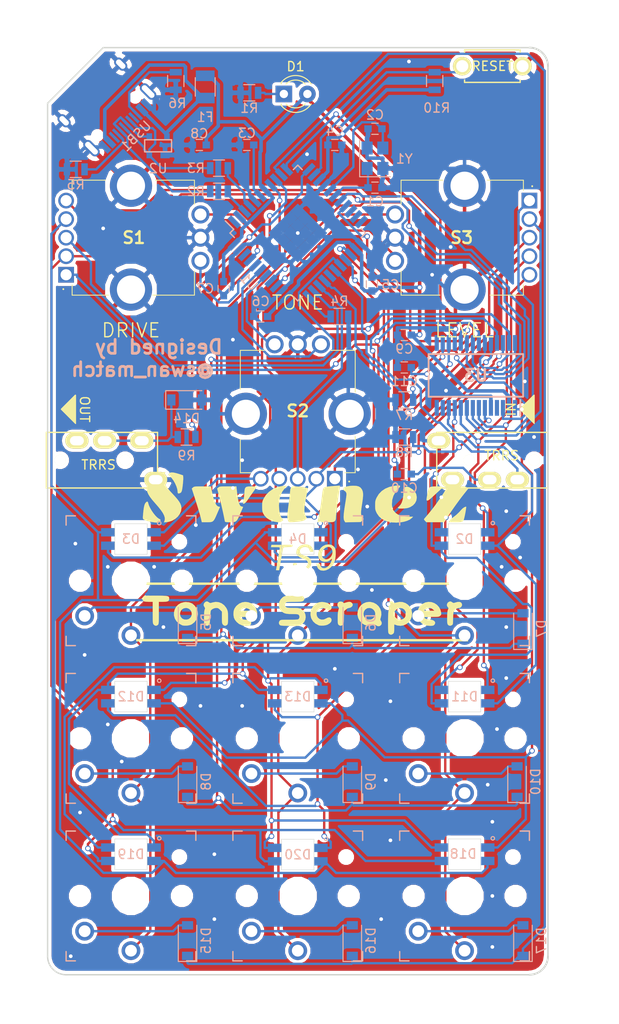
<source format=kicad_pcb>
(kicad_pcb (version 20171130) (host pcbnew 5.0.2-bee76a0~70~ubuntu18.04.1)
  (layers (0 F.Cu signal) (31 B.Cu signal) (34 B.Paste user) (35 F.Paste user) (36 B.SilkS user) (37 F.SilkS user) (38 B.Mask user) (39 F.Mask user) (44 Edge.Cuts user))
  (net 0 "")
  (net 1 "Net-(D5-Pad2)")
  (net 2 "Net-(D6-Pad2)")
  (net 3 "Net-(D7-Pad2)")
  (net 4 "Net-(D8-Pad2)")
  (net 5 "Net-(D9-Pad2)")
  (net 6 "Net-(D10-Pad2)")
  (net 7 "Net-(D16-Pad2)")
  (net 8 ROW1)
  (net 9 ROW2)
  (net 10 ROW3)
  (net 11 COL1)
  (net 12 +5V)
  (net 13 COL2)
  (net 14 COL3)
  (net 15 GND)
  (net 16 VCC)
  (net 17 D-)
  (net 18 D+)
  (net 19 "Net-(C1-Pad1)")
  (net 20 "Net-(C2-Pad1)")
  (net 21 "Net-(C3-Pad1)")
  (net 22 "Net-(D1-Pad1)")
  (net 23 "Net-(D15-Pad2)")
  (net 24 SDA)
  (net 25 SCL)
  (net 26 "Net-(R2-Pad2)")
  (net 27 "Net-(R3-Pad2)")
  (net 28 "Net-(R4-Pad2)")
  (net 29 "Net-(R5-Pad2)")
  (net 30 "Net-(R6-Pad2)")
  (net 31 RESET)
  (net 32 RE1B)
  (net 33 RE1A)
  (net 34 RE1S)
  (net 35 RE2S)
  (net 36 RE2A)
  (net 37 RE2B)
  (net 38 RE3S)
  (net 39 RE3A)
  (net 40 RE3B)
  (net 41 AUIN)
  (net 42 "Net-(C10-Pad1)")
  (net 43 "Net-(C11-Pad1)")
  (net 44 LEDB1)
  (net 45 LEDB5)
  (net 46 LEDB6)
  (net 47 LEDB4)
  (net 48 LEDA4)
  (net 49 LEDA6)
  (net 50 LEDA5)
  (net 51 LEDA1)
  (net 52 LEDA2)
  (net 53 LEDA7)
  (net 54 LEDA9)
  (net 55 LEDA8)
  (net 56 "Net-(D14-Pad1)")
  (net 57 "Net-(D17-Pad2)")
  (net 58 LEDA3)
  (net 59 AUFLG)
  (net 60 SDB)
  (net 61 "Net-(R8-Pad2)")
  (net 62 AUOUT)
  (net 63 LEDB2)
  (net 64 LEDB3)
  (module SamacSys_Parts:PEL12T4226FS1024 (layer F.Cu) (at 30.075 70.425 90)
    (fp_text reference S1 (at 4 7.313 180) (layer F.SilkS) (effects (font (size 1.27 1.27) (thickness 0.254))))
    (fp_text value PEL12T-4226F-S1024 hide)
    (pad MH2 thru_hole circle (at 9.6 7 90) (size 4.56 4.56) (drill 3.04) (layers *.Cu *.Mask) (net 15 GND))
    (pad MH1 thru_hole circle (at -1.6 7 90) (size 4.56 4.56) (drill 3.04) (layers *.Cu *.Mask) (net 15 GND))
    (pad C1 thru_hole circle (at 4 14.5 90) (size 1.95 1.95) (drill 1.3) (layers *.Cu *.Mask) (net 15 GND))
    (pad B1 thru_hole circle (at 6.5 14.5 90) (size 1.95 1.95) (drill 1.3) (layers *.Cu *.Mask) (net 32 RE1B))
    (pad A1 thru_hole circle (at 1.5 14.5 90) (size 1.95 1.95) (drill 1.3) (layers *.Cu *.Mask) (net 33 RE1A))
    (pad 5 thru_hole circle (at 8 0 90) (size 1.7 1.7) (drill 1.2) (layers *.Cu *.Mask) (net 51 LEDA1))
    (pad 4 thru_hole circle (at 6 0 90) (size 1.7 1.7) (drill 1.2) (layers *.Cu *.Mask) (net 48 LEDA4))
    (pad 3 thru_hole circle (at 4 0 90) (size 1.7 1.7) (drill 1.2) (layers *.Cu *.Mask) (net 34 RE1S))
    (pad 2 thru_hole circle (at 2 0 90) (size 1.7 1.7) (drill 1.2) (layers *.Cu *.Mask) (net 58 LEDA3))
    (pad 1 thru_hole rect (at 0 0 90) (size 1.7 1.7) (drill 1.2) (layers *.Cu *.Mask) (net 52 LEDA2))
  )
  (module locallib:Crystal_SMD_3225-4pin_3.2x2.5mm (layer B.Cu) (at 63.4069 57.8551 90)
    (fp_text reference Y1 (at -0.069925 3.168095 180) (layer B.SilkS) (effects (justify mirror)))
    (fp_text value 16Mhz)
    (pad 4 smd rect (at -1.1 0.85 90) (size 1.4 1.2) (layers B.Cu B.Paste B.Mask) (net 15 GND))
    (pad 3 smd rect (at 1.1 0.85 90) (size 1.4 1.2) (layers B.Cu B.Paste B.Mask) (net 20 "Net-(C2-Pad1)"))
    (pad 2 smd rect (at 1.1 -0.85 90) (size 1.4 1.2) (layers B.Cu B.Paste B.Mask) (net 15 GND))
    (pad 1 smd rect (at -1.1 -0.85 90) (size 1.4 1.2) (layers B.Cu B.Paste B.Mask) (net 19 "Net-(C1-Pad1)"))
  )
  (module Capacitors_SMD:C_0603 (layer B.Cu) (at 63.4069 54.6801 180)
    (fp_text reference C2 (at 0 1.5 180) (layer B.SilkS) (effects (justify mirror)))
    (fp_text value 22pF)
    (pad 2 smd rect (at 0.75 0 180) (size 0.8 0.75) (layers B.Cu B.Paste B.Mask) (net 15 GND))
    (pad 1 smd rect (at -0.75 0 180) (size 0.8 0.75) (layers B.Cu B.Paste B.Mask) (net 20 "Net-(C2-Pad1)"))
  )
  (module Capacitors_SMD:C_0603 (layer B.Cu) (at 63.4069 61.0301)
    (fp_text reference C1 (at 0 1.5) (layer B.SilkS) (effects (justify mirror)))
    (fp_text value 22pF)
    (pad 1 smd rect (at -0.75 0) (size 0.8 0.75) (layers B.Cu B.Paste B.Mask) (net 19 "Net-(C1-Pad1)"))
    (pad 2 smd rect (at 0.75 0) (size 0.8 0.75) (layers B.Cu B.Paste B.Mask) (net 15 GND))
  )
  (module Housings_QFP:TQFP-44-1EP_10x10mm_Pitch0.8mm (layer B.Cu) (at 55.075 65.925 315)
    (fp_text reference U1 (at 0 7.450001 315) (layer B.SilkS) (effects (justify mirror)))
    (fp_text value ATmega32U4-MU)
    (pad 1 smd rect (at -5.7 4 315) (size 1.5 0.55) (layers B.Cu B.Paste B.Mask))
    (pad 2 smd rect (at -5.7 3.2 315) (size 1.5 0.55) (layers B.Cu B.Paste B.Mask) (net 12 +5V))
    (pad 3 smd rect (at -5.7 2.4 315) (size 1.5 0.55) (layers B.Cu B.Paste B.Mask) (net 17 D-))
    (pad 4 smd rect (at -5.7 1.6 315) (size 1.5 0.55) (layers B.Cu B.Paste B.Mask) (net 18 D+))
    (pad 5 smd rect (at -5.7 0.8 315) (size 1.5 0.55) (layers B.Cu B.Paste B.Mask) (net 15 GND))
    (pad 6 smd rect (at -5.7 0 315) (size 1.5 0.55) (layers B.Cu B.Paste B.Mask) (net 21 "Net-(C3-Pad1)"))
    (pad 7 smd rect (at -5.7 -0.8 315) (size 1.5 0.55) (layers B.Cu B.Paste B.Mask) (net 12 +5V))
    (pad 8 smd rect (at -5.7 -1.6 315) (size 1.5 0.55) (layers B.Cu B.Paste B.Mask) (net 8 ROW1))
    (pad 9 smd rect (at -5.7 -2.4 315) (size 1.5 0.55) (layers B.Cu B.Paste B.Mask) (net 9 ROW2))
    (pad 10 smd rect (at -5.7 -3.2 315) (size 1.5 0.55) (layers B.Cu B.Paste B.Mask) (net 10 ROW3))
    (pad 11 smd rect (at -5.7 -4 315) (size 1.5 0.55) (layers B.Cu B.Paste B.Mask) (net 60 SDB))
    (pad 12 smd rect (at -4 -5.7 225) (size 1.5 0.55) (layers B.Cu B.Paste B.Mask) (net 62 AUOUT))
    (pad 13 smd rect (at -3.2 -5.7 225) (size 1.5 0.55) (layers B.Cu B.Paste B.Mask) (net 31 RESET))
    (pad 14 smd rect (at -2.4 -5.7 225) (size 1.5 0.55) (layers B.Cu B.Paste B.Mask) (net 12 +5V))
    (pad 15 smd rect (at -1.6 -5.7 225) (size 1.5 0.55) (layers B.Cu B.Paste B.Mask) (net 15 GND))
    (pad 16 smd rect (at -0.8 -5.7 225) (size 1.5 0.55) (layers B.Cu B.Paste B.Mask) (net 20 "Net-(C2-Pad1)"))
    (pad 17 smd rect (at 0 -5.7 225) (size 1.5 0.55) (layers B.Cu B.Paste B.Mask) (net 19 "Net-(C1-Pad1)"))
    (pad 18 smd rect (at 0.8 -5.7 225) (size 1.5 0.55) (layers B.Cu B.Paste B.Mask) (net 25 SCL))
    (pad 19 smd rect (at 1.6 -5.7 225) (size 1.5 0.55) (layers B.Cu B.Paste B.Mask) (net 24 SDA))
    (pad 20 smd rect (at 2.4 -5.7 225) (size 1.5 0.55) (layers B.Cu B.Paste B.Mask))
    (pad 21 smd rect (at 3.2 -5.7 225) (size 1.5 0.55) (layers B.Cu B.Paste B.Mask))
    (pad 22 smd rect (at 4 -5.7 225) (size 1.5 0.55) (layers B.Cu B.Paste B.Mask))
    (pad 23 smd rect (at 5.7 -4 315) (size 1.5 0.55) (layers B.Cu B.Paste B.Mask) (net 15 GND))
    (pad 24 smd rect (at 5.7 -3.2 315) (size 1.5 0.55) (layers B.Cu B.Paste B.Mask) (net 12 +5V))
    (pad 25 smd rect (at 5.7 -2.4 315) (size 1.5 0.55) (layers B.Cu B.Paste B.Mask) (net 14 COL3))
    (pad 26 smd rect (at 5.7 -1.6 315) (size 1.5 0.55) (layers B.Cu B.Paste B.Mask) (net 13 COL2))
    (pad 27 smd rect (at 5.7 -0.8 315) (size 1.5 0.55) (layers B.Cu B.Paste B.Mask) (net 11 COL1))
    (pad 28 smd rect (at 5.7 0 315) (size 1.5 0.55) (layers B.Cu B.Paste B.Mask) (net 59 AUFLG))
    (pad 29 smd rect (at 5.7 0.8 315) (size 1.5 0.55) (layers B.Cu B.Paste B.Mask))
    (pad 30 smd rect (at 5.7 1.6 315) (size 1.5 0.55) (layers B.Cu B.Paste B.Mask) (net 38 RE3S))
    (pad 31 smd rect (at 5.7 2.4 315) (size 1.5 0.55) (layers B.Cu B.Paste B.Mask) (net 35 RE2S))
    (pad 32 smd rect (at 5.7 3.2 315) (size 1.5 0.55) (layers B.Cu B.Paste B.Mask) (net 34 RE1S))
    (pad 33 smd rect (at 5.7 4 315) (size 1.5 0.55) (layers B.Cu B.Paste B.Mask) (net 28 "Net-(R4-Pad2)"))
    (pad 34 smd rect (at 4 5.7 225) (size 1.5 0.55) (layers B.Cu B.Paste B.Mask) (net 12 +5V))
    (pad 35 smd rect (at 3.2 5.7 225) (size 1.5 0.55) (layers B.Cu B.Paste B.Mask) (net 15 GND))
    (pad 36 smd rect (at 2.4 5.7 225) (size 1.5 0.55) (layers B.Cu B.Paste B.Mask) (net 40 RE3B))
    (pad 37 smd rect (at 1.6 5.7 225) (size 1.5 0.55) (layers B.Cu B.Paste B.Mask) (net 39 RE3A))
    (pad 38 smd rect (at 0.8 5.7 225) (size 1.5 0.55) (layers B.Cu B.Paste B.Mask) (net 37 RE2B))
    (pad 39 smd rect (at 0 5.7 225) (size 1.5 0.55) (layers B.Cu B.Paste B.Mask) (net 36 RE2A))
    (pad 40 smd rect (at -0.8 5.7 225) (size 1.5 0.55) (layers B.Cu B.Paste B.Mask) (net 33 RE1A))
    (pad 41 smd rect (at -1.6 5.7 225) (size 1.5 0.55) (layers B.Cu B.Paste B.Mask) (net 32 RE1B))
    (pad 42 smd rect (at -2.4 5.7 225) (size 1.5 0.55) (layers B.Cu B.Paste B.Mask))
    (pad 43 smd rect (at -3.2 5.7 225) (size 1.5 0.55) (layers B.Cu B.Paste B.Mask) (net 15 GND))
    (pad 44 smd rect (at -4 5.7 225) (size 1.5 0.55) (layers B.Cu B.Paste B.Mask) (net 12 +5V))
    (pad 45 smd rect (at 1.6875 -1.6875 315) (size 1.125 1.125) (layers B.Cu B.Paste B.Mask) (net 15 GND))
    (pad 45 smd rect (at 1.6875 -0.5625 315) (size 1.125 1.125) (layers B.Cu B.Paste B.Mask) (net 15 GND))
    (pad 45 smd rect (at 1.6875 0.5625 315) (size 1.125 1.125) (layers B.Cu B.Paste B.Mask) (net 15 GND))
    (pad 45 smd rect (at 1.6875 1.6875 315) (size 1.125 1.125) (layers B.Cu B.Paste B.Mask) (net 15 GND))
    (pad 45 smd rect (at 0.5625 -1.6875 315) (size 1.125 1.125) (layers B.Cu B.Paste B.Mask) (net 15 GND))
    (pad 45 smd rect (at 0.5625 -0.5625 315) (size 1.125 1.125) (layers B.Cu B.Paste B.Mask) (net 15 GND))
    (pad 45 smd rect (at 0.5625 0.5625 315) (size 1.125 1.125) (layers B.Cu B.Paste B.Mask) (net 15 GND))
    (pad 45 smd rect (at 0.5625 1.6875 315) (size 1.125 1.125) (layers B.Cu B.Paste B.Mask) (net 15 GND))
    (pad 45 smd rect (at -0.5625 -1.6875 315) (size 1.125 1.125) (layers B.Cu B.Paste B.Mask) (net 15 GND))
    (pad 45 smd rect (at -0.5625 -0.5625 315) (size 1.125 1.125) (layers B.Cu B.Paste B.Mask) (net 15 GND))
    (pad 45 smd rect (at -0.5625 0.5625 315) (size 1.125 1.125) (layers B.Cu B.Paste B.Mask) (net 15 GND))
    (pad 45 smd rect (at -0.5625 1.6875 315) (size 1.125 1.125) (layers B.Cu B.Paste B.Mask) (net 15 GND))
    (pad 45 smd rect (at -1.6875 -1.6875 315) (size 1.125 1.125) (layers B.Cu B.Paste B.Mask) (net 15 GND))
    (pad 45 smd rect (at -1.6875 -0.5625 315) (size 1.125 1.125) (layers B.Cu B.Paste B.Mask) (net 15 GND))
    (pad 45 smd rect (at -1.6875 0.5625 315) (size 1.125 1.125) (layers B.Cu B.Paste B.Mask) (net 15 GND))
    (pad 45 smd rect (at -1.6875 1.6875 315) (size 1.125 1.125) (layers B.Cu B.Paste B.Mask) (net 15 GND))
  )
  (module Capacitors_SMD:C_0603 (layer B.Cu) (at 63.075 71.425 270)
    (fp_text reference C5 (at 0.075 -2) (layer B.SilkS) (effects (justify mirror)))
    (fp_text value 0.1uF)
    (pad 1 smd rect (at -0.75 0 270) (size 0.8 0.75) (layers B.Cu B.Paste B.Mask) (net 15 GND))
    (pad 2 smd rect (at 0.75 0 270) (size 0.8 0.75) (layers B.Cu B.Paste B.Mask) (net 12 +5V))
  )
  (module SamacSys_Parts:SOP65P780X200-28N (layer B.Cu) (at 74.295 81.28 90)
    (fp_text reference U3 (at 0 0 180) (layer B.SilkS) (effects (font (size 1.27 1.27) (thickness 0.254)) (justify mirror)))
    (fp_text value IS31FL3731-SALS2 hide)
    (pad 1 smd rect (at -3.5 4.225) (size 0.45 1.7) (layers B.Cu B.Paste B.Mask) (net 54 LEDA9))
    (pad 2 smd rect (at -3.5 3.575) (size 0.45 1.7) (layers B.Cu B.Paste B.Mask) (net 12 +5V))
    (pad 3 smd rect (at -3.5 2.925) (size 0.45 1.7) (layers B.Cu B.Paste B.Mask) (net 60 SDB))
    (pad 4 smd rect (at -3.5 2.275) (size 0.45 1.7) (layers B.Cu B.Paste B.Mask))
    (pad 5 smd rect (at -3.5 1.625) (size 0.45 1.7) (layers B.Cu B.Paste B.Mask) (net 15 GND))
    (pad 6 smd rect (at -3.5 0.975) (size 0.45 1.7) (layers B.Cu B.Paste B.Mask) (net 61 "Net-(R8-Pad2)"))
    (pad 7 smd rect (at -3.5 0.325) (size 0.45 1.7) (layers B.Cu B.Paste B.Mask) (net 44 LEDB1))
    (pad 8 smd rect (at -3.5 -0.325) (size 0.45 1.7) (layers B.Cu B.Paste B.Mask) (net 63 LEDB2))
    (pad 9 smd rect (at -3.5 -0.975) (size 0.45 1.7) (layers B.Cu B.Paste B.Mask) (net 64 LEDB3))
    (pad 10 smd rect (at -3.5 -1.625) (size 0.45 1.7) (layers B.Cu B.Paste B.Mask) (net 47 LEDB4))
    (pad 11 smd rect (at -3.5 -2.275) (size 0.45 1.7) (layers B.Cu B.Paste B.Mask) (net 45 LEDB5))
    (pad 12 smd rect (at -3.5 -2.925) (size 0.45 1.7) (layers B.Cu B.Paste B.Mask) (net 46 LEDB6))
    (pad 13 smd rect (at -3.5 -3.575) (size 0.45 1.7) (layers B.Cu B.Paste B.Mask))
    (pad 14 smd rect (at -3.5 -4.225) (size 0.45 1.7) (layers B.Cu B.Paste B.Mask))
    (pad 15 smd rect (at 3.5 -4.225) (size 0.45 1.7) (layers B.Cu B.Paste B.Mask))
    (pad 16 smd rect (at 3.5 -3.575) (size 0.45 1.7) (layers B.Cu B.Paste B.Mask) (net 43 "Net-(C11-Pad1)"))
    (pad 17 smd rect (at 3.5 -2.925) (size 0.45 1.7) (layers B.Cu B.Paste B.Mask) (net 42 "Net-(C10-Pad1)"))
    (pad 18 smd rect (at 3.5 -2.275) (size 0.45 1.7) (layers B.Cu B.Paste B.Mask) (net 15 GND))
    (pad 19 smd rect (at 3.5 -1.625) (size 0.45 1.7) (layers B.Cu B.Paste B.Mask) (net 24 SDA))
    (pad 20 smd rect (at 3.5 -0.975) (size 0.45 1.7) (layers B.Cu B.Paste B.Mask) (net 25 SCL))
    (pad 21 smd rect (at 3.5 -0.325) (size 0.45 1.7) (layers B.Cu B.Paste B.Mask) (net 51 LEDA1))
    (pad 22 smd rect (at 3.5 0.325) (size 0.45 1.7) (layers B.Cu B.Paste B.Mask) (net 52 LEDA2))
    (pad 23 smd rect (at 3.5 0.975) (size 0.45 1.7) (layers B.Cu B.Paste B.Mask) (net 58 LEDA3))
    (pad 24 smd rect (at 3.5 1.625) (size 0.45 1.7) (layers B.Cu B.Paste B.Mask) (net 48 LEDA4))
    (pad 25 smd rect (at 3.5 2.275) (size 0.45 1.7) (layers B.Cu B.Paste B.Mask) (net 50 LEDA5))
    (pad 26 smd rect (at 3.5 2.925) (size 0.45 1.7) (layers B.Cu B.Paste B.Mask) (net 49 LEDA6))
    (pad 27 smd rect (at 3.5 3.575) (size 0.45 1.7) (layers B.Cu B.Paste B.Mask) (net 53 LEDA7))
    (pad 28 smd rect (at 3.5 4.225) (size 0.45 1.7) (layers B.Cu B.Paste B.Mask) (net 55 LEDA8))
  )
  (module Capacitors_SMD:C_0603 (layer B.Cu) (at 66.575 76.925)
    (fp_text reference C9 (at 0 1.5) (layer B.SilkS) (effects (justify mirror)))
    (fp_text value 0.1uF)
    (pad 1 smd rect (at -0.75 0) (size 0.8 0.75) (layers B.Cu B.Paste B.Mask) (net 15 GND))
    (pad 2 smd rect (at 0.75 0) (size 0.8 0.75) (layers B.Cu B.Paste B.Mask) (net 12 +5V))
  )
  (module Resistors_SMD:R_0805 (layer B.Cu) (at 66.575 83.925)
    (fp_text reference R7 (at 0 1.65) (layer B.SilkS) (effects (justify mirror)))
    (fp_text value 100k)
    (pad 2 smd rect (at 0.95 0) (size 0.7 1.3) (layers B.Cu B.Paste B.Mask) (net 60 SDB))
    (pad 1 smd rect (at -0.95 0) (size 0.7 1.3) (layers B.Cu B.Paste B.Mask) (net 15 GND))
  )
  (module Resistors_SMD:R_0805 (layer B.Cu) (at 66.575 87.925)
    (fp_text reference R8 (at 0 1.65) (layer B.SilkS) (effects (justify mirror)))
    (fp_text value 20k)
    (pad 1 smd rect (at -0.95 0) (size 0.7 1.3) (layers B.Cu B.Paste B.Mask) (net 15 GND))
    (pad 2 smd rect (at 0.95 0) (size 0.7 1.3) (layers B.Cu B.Paste B.Mask) (net 61 "Net-(R8-Pad2)"))
  )
  (module SamacSys_Parts:LED_Kingbright_AAA3528ESGCT (layer B.Cu) (at 37.075 98.925 180)
    (fp_text reference D3 (at 0 0 180) (layer B.SilkS) (effects (justify mirror)))
    (fp_text value LED_ARGB)
    (fp_line (start 1.75 1.65) (end 1.75 -1.65) (layer Edge.Cuts) (width 0.05))
    (fp_line (start -1.75 1.65) (end -1.75 -1.65) (layer Edge.Cuts) (width 0.05))
    (fp_line (start -1.75 -1.65) (end 1.75 -1.65) (layer Edge.Cuts) (width 0.05))
    (fp_line (start -1.75 1.65) (end 1.75 1.65) (layer Edge.Cuts) (width 0.05))
    (pad 1 smd rect (at -2.4765 0.725 180) (size 1.5 0.9) (layers B.Cu B.Paste B.Mask) (net 51 LEDA1))
    (pad 3 smd rect (at 2.4765 -0.725 180) (size 1.5 0.9) (layers B.Cu B.Paste B.Mask) (net 50 LEDA5))
    (pad 4 smd rect (at -2.4765 -0.725 180) (size 1.5 0.9) (layers B.Cu B.Paste B.Mask) (net 49 LEDA6))
    (pad 2 smd rect (at 2.4765 0.725 180) (size 1.5 0.9) (layers B.Cu B.Paste B.Mask) (net 48 LEDA4))
  )
  (module SamacSys_Parts:LED_Kingbright_AAA3528ESGCT (layer B.Cu) (at 55.075 98.925 180)
    (fp_text reference D4 (at 0 0 180) (layer B.SilkS) (effects (justify mirror)))
    (fp_text value LED_ARGB)
    (fp_line (start 1.75 1.65) (end 1.75 -1.65) (layer Edge.Cuts) (width 0.05))
    (fp_line (start -1.75 1.65) (end -1.75 -1.65) (layer Edge.Cuts) (width 0.05))
    (fp_line (start -1.75 -1.65) (end 1.75 -1.65) (layer Edge.Cuts) (width 0.05))
    (fp_line (start -1.75 1.65) (end 1.75 1.65) (layer Edge.Cuts) (width 0.05))
    (pad 1 smd rect (at -2.4765 0.725 180) (size 1.5 0.9) (layers B.Cu B.Paste B.Mask) (net 52 LEDA2))
    (pad 3 smd rect (at 2.4765 -0.725 180) (size 1.5 0.9) (layers B.Cu B.Paste B.Mask) (net 50 LEDA5))
    (pad 4 smd rect (at -2.4765 -0.725 180) (size 1.5 0.9) (layers B.Cu B.Paste B.Mask) (net 49 LEDA6))
    (pad 2 smd rect (at 2.4765 0.725 180) (size 1.5 0.9) (layers B.Cu B.Paste B.Mask) (net 48 LEDA4))
  )
  (module SamacSys_Parts:LED_Kingbright_AAA3528ESGCT (layer B.Cu) (at 73.075 98.925 180)
    (fp_text reference D2 (at 0 0 180) (layer B.SilkS) (effects (justify mirror)))
    (fp_text value LED_ARGB)
    (fp_line (start 1.75 1.65) (end 1.75 -1.65) (layer Edge.Cuts) (width 0.05))
    (fp_line (start -1.75 1.65) (end -1.75 -1.65) (layer Edge.Cuts) (width 0.05))
    (fp_line (start -1.75 -1.65) (end 1.75 -1.65) (layer Edge.Cuts) (width 0.05))
    (fp_line (start -1.75 1.65) (end 1.75 1.65) (layer Edge.Cuts) (width 0.05))
    (pad 1 smd rect (at -2.4765 0.725 180) (size 1.5 0.9) (layers B.Cu B.Paste B.Mask) (net 44 LEDB1))
    (pad 3 smd rect (at 2.4765 -0.725 180) (size 1.5 0.9) (layers B.Cu B.Paste B.Mask) (net 45 LEDB5))
    (pad 4 smd rect (at -2.4765 -0.725 180) (size 1.5 0.9) (layers B.Cu B.Paste B.Mask) (net 46 LEDB6))
    (pad 2 smd rect (at 2.4765 0.725 180) (size 1.5 0.9) (layers B.Cu B.Paste B.Mask) (net 47 LEDB4))
  )
  (module SamacSys_Parts:LED_Kingbright_AAA3528ESGCT (layer B.Cu) (at 37.075 115.925 180)
    (fp_text reference D12 (at 0 0 180) (layer B.SilkS) (effects (justify mirror)))
    (fp_text value LED_ARGB)
    (fp_line (start 1.75 1.65) (end 1.75 -1.65) (layer Edge.Cuts) (width 0.05))
    (fp_line (start -1.75 1.65) (end -1.75 -1.65) (layer Edge.Cuts) (width 0.05))
    (fp_line (start -1.75 -1.65) (end 1.75 -1.65) (layer Edge.Cuts) (width 0.05))
    (fp_line (start -1.75 1.65) (end 1.75 1.65) (layer Edge.Cuts) (width 0.05))
    (pad 1 smd rect (at -2.4765 0.725 180) (size 1.5 0.9) (layers B.Cu B.Paste B.Mask) (net 51 LEDA1))
    (pad 3 smd rect (at 2.4765 -0.725 180) (size 1.5 0.9) (layers B.Cu B.Paste B.Mask) (net 55 LEDA8))
    (pad 4 smd rect (at -2.4765 -0.725 180) (size 1.5 0.9) (layers B.Cu B.Paste B.Mask) (net 54 LEDA9))
    (pad 2 smd rect (at 2.4765 0.725 180) (size 1.5 0.9) (layers B.Cu B.Paste B.Mask) (net 53 LEDA7))
  )
  (module SamacSys_Parts:LED_Kingbright_AAA3528ESGCT (layer B.Cu) (at 55.075 115.925 180)
    (fp_text reference D13 (at 0 0 180) (layer B.SilkS) (effects (justify mirror)))
    (fp_text value LED_ARGB)
    (fp_line (start 1.75 1.65) (end 1.75 -1.65) (layer Edge.Cuts) (width 0.05))
    (fp_line (start -1.75 1.65) (end -1.75 -1.65) (layer Edge.Cuts) (width 0.05))
    (fp_line (start -1.75 -1.65) (end 1.75 -1.65) (layer Edge.Cuts) (width 0.05))
    (fp_line (start -1.75 1.65) (end 1.75 1.65) (layer Edge.Cuts) (width 0.05))
    (pad 1 smd rect (at -2.4765 0.725 180) (size 1.5 0.9) (layers B.Cu B.Paste B.Mask) (net 52 LEDA2))
    (pad 3 smd rect (at 2.4765 -0.725 180) (size 1.5 0.9) (layers B.Cu B.Paste B.Mask) (net 55 LEDA8))
    (pad 4 smd rect (at -2.4765 -0.725 180) (size 1.5 0.9) (layers B.Cu B.Paste B.Mask) (net 54 LEDA9))
    (pad 2 smd rect (at 2.4765 0.725 180) (size 1.5 0.9) (layers B.Cu B.Paste B.Mask) (net 53 LEDA7))
  )
  (module SamacSys_Parts:LED_Kingbright_AAA3528ESGCT (layer B.Cu) (at 73.075 115.925 180)
    (fp_text reference D11 (at 0 0 180) (layer B.SilkS) (effects (justify mirror)))
    (fp_text value LED_ARGB)
    (fp_line (start 1.75 1.65) (end 1.75 -1.65) (layer Edge.Cuts) (width 0.05))
    (fp_line (start -1.75 1.65) (end -1.75 -1.65) (layer Edge.Cuts) (width 0.05))
    (fp_line (start -1.75 -1.65) (end 1.75 -1.65) (layer Edge.Cuts) (width 0.05))
    (fp_line (start -1.75 1.65) (end 1.75 1.65) (layer Edge.Cuts) (width 0.05))
    (pad 1 smd rect (at -2.4765 0.725 180) (size 1.5 0.9) (layers B.Cu B.Paste B.Mask) (net 44 LEDB1))
    (pad 3 smd rect (at 2.4765 -0.725 180) (size 1.5 0.9) (layers B.Cu B.Paste B.Mask) (net 45 LEDB5))
    (pad 4 smd rect (at -2.4765 -0.725 180) (size 1.5 0.9) (layers B.Cu B.Paste B.Mask) (net 46 LEDB6))
    (pad 2 smd rect (at 2.4765 0.725 180) (size 1.5 0.9) (layers B.Cu B.Paste B.Mask) (net 47 LEDB4))
  )
  (module SamacSys_Parts:LED_Kingbright_AAA3528ESGCT (layer B.Cu) (at 37.075 132.925 180)
    (fp_text reference D19 (at 0 0 180) (layer B.SilkS) (effects (justify mirror)))
    (fp_text value LED_ARGB)
    (fp_line (start 1.75 1.65) (end 1.75 -1.65) (layer Edge.Cuts) (width 0.05))
    (fp_line (start -1.75 1.65) (end -1.75 -1.65) (layer Edge.Cuts) (width 0.05))
    (fp_line (start -1.75 -1.65) (end 1.75 -1.65) (layer Edge.Cuts) (width 0.05))
    (fp_line (start -1.75 1.65) (end 1.75 1.65) (layer Edge.Cuts) (width 0.05))
    (pad 1 smd rect (at -2.4765 0.725 180) (size 1.5 0.9) (layers B.Cu B.Paste B.Mask) (net 53 LEDA7))
    (pad 3 smd rect (at 2.4765 -0.725 180) (size 1.5 0.9) (layers B.Cu B.Paste B.Mask) (net 58 LEDA3))
    (pad 4 smd rect (at -2.4765 -0.725 180) (size 1.5 0.9) (layers B.Cu B.Paste B.Mask) (net 48 LEDA4))
    (pad 2 smd rect (at 2.4765 0.725 180) (size 1.5 0.9) (layers B.Cu B.Paste B.Mask) (net 52 LEDA2))
  )
  (module SamacSys_Parts:LED_Kingbright_AAA3528ESGCT (layer B.Cu) (at 55.075 132.963 180)
    (fp_text reference D20 (at 0 0 180) (layer B.SilkS) (effects (justify mirror)))
    (fp_text value LED_ARGB)
    (fp_line (start 1.75 1.65) (end 1.75 -1.65) (layer Edge.Cuts) (width 0.05))
    (fp_line (start -1.75 1.65) (end -1.75 -1.65) (layer Edge.Cuts) (width 0.05))
    (fp_line (start -1.75 -1.65) (end 1.75 -1.65) (layer Edge.Cuts) (width 0.05))
    (fp_line (start -1.75 1.65) (end 1.75 1.65) (layer Edge.Cuts) (width 0.05))
    (pad 1 smd rect (at -2.4765 0.725 180) (size 1.5 0.9) (layers B.Cu B.Paste B.Mask) (net 55 LEDA8))
    (pad 3 smd rect (at 2.4765 -0.725 180) (size 1.5 0.9) (layers B.Cu B.Paste B.Mask) (net 58 LEDA3))
    (pad 4 smd rect (at -2.4765 -0.725 180) (size 1.5 0.9) (layers B.Cu B.Paste B.Mask) (net 48 LEDA4))
    (pad 2 smd rect (at 2.4765 0.725 180) (size 1.5 0.9) (layers B.Cu B.Paste B.Mask) (net 52 LEDA2))
  )
  (module SamacSys_Parts:LED_Kingbright_AAA3528ESGCT (layer B.Cu) (at 73.075 132.925 180)
    (fp_text reference D18 (at 0.146504 0.037697) (layer B.SilkS) (effects (justify mirror)))
    (fp_text value LED_ARGB)
    (fp_line (start 1.75 1.65) (end 1.75 -1.65) (layer Edge.Cuts) (width 0.05))
    (fp_line (start -1.75 1.65) (end -1.75 -1.65) (layer Edge.Cuts) (width 0.05))
    (fp_line (start -1.75 -1.65) (end 1.75 -1.65) (layer Edge.Cuts) (width 0.05))
    (fp_line (start -1.75 1.65) (end 1.75 1.65) (layer Edge.Cuts) (width 0.05))
    (pad 1 smd rect (at -2.4765 0.725 180) (size 1.5 0.9) (layers B.Cu B.Paste B.Mask) (net 54 LEDA9))
    (pad 3 smd rect (at 2.4765 -0.725 180) (size 1.5 0.9) (layers B.Cu B.Paste B.Mask) (net 58 LEDA3))
    (pad 4 smd rect (at -2.4765 -0.725 180) (size 1.5 0.9) (layers B.Cu B.Paste B.Mask) (net 48 LEDA4))
    (pad 2 smd rect (at 2.4765 0.725 180) (size 1.5 0.9) (layers B.Cu B.Paste B.Mask) (net 52 LEDA2))
  )
  (module kbd:PG1350 (layer F.Cu) (at 37.075 103.425)
    (fp_text reference SW1 (at 0 0.3) (layer B.SilkS) (effects (justify mirror)))
    (fp_text value SW_Push)
    (pad "" np_thru_hole circle (at 0 0) (size 3.429 3.429) (drill 3.429) (layers *.Cu *.Mask))
    (pad 2 thru_hole circle (at -5 3.8) (size 2.032 2.032) (drill 1.27) (layers *.Cu *.Mask) (net 1 "Net-(D5-Pad2)"))
    (pad 1 thru_hole circle (at 0 5.9) (size 2.032 2.032) (drill 1.27) (layers *.Cu *.Mask) (net 11 COL1))
    (pad "" np_thru_hole circle (at 5.22 -4.2) (size 0.9906 0.9906) (drill 0.9906) (layers *.Cu *.Mask))
    (pad "" np_thru_hole circle (at 5.5 0) (size 1.7018 1.7018) (drill 1.7018) (layers *.Cu *.Mask))
    (pad "" np_thru_hole circle (at -5.5 0) (size 1.7018 1.7018) (drill 1.7018) (layers *.Cu *.Mask))
  )
  (module kbd:PG1350 (layer F.Cu) (at 55.075 103.425)
    (fp_text reference SW2 (at 0 0.3) (layer B.SilkS) (effects (justify mirror)))
    (fp_text value SW_Push)
    (pad "" np_thru_hole circle (at 0 0) (size 3.429 3.429) (drill 3.429) (layers *.Cu *.Mask))
    (pad 2 thru_hole circle (at -5 3.8) (size 2.032 2.032) (drill 1.27) (layers *.Cu *.Mask) (net 2 "Net-(D6-Pad2)"))
    (pad 1 thru_hole circle (at 0 5.9) (size 2.032 2.032) (drill 1.27) (layers *.Cu *.Mask) (net 13 COL2))
    (pad "" np_thru_hole circle (at 5.22 -4.2) (size 0.9906 0.9906) (drill 0.9906) (layers *.Cu *.Mask))
    (pad "" np_thru_hole circle (at 5.5 0) (size 1.7018 1.7018) (drill 1.7018) (layers *.Cu *.Mask))
    (pad "" np_thru_hole circle (at -5.5 0) (size 1.7018 1.7018) (drill 1.7018) (layers *.Cu *.Mask))
  )
  (module kbd:PG1350 (layer F.Cu) (at 73.075 103.425)
    (fp_text reference SW3 (at 0 0.3) (layer B.SilkS) (effects (justify mirror)))
    (fp_text value SW_Push)
    (pad "" np_thru_hole circle (at 0 0) (size 3.429 3.429) (drill 3.429) (layers *.Cu *.Mask))
    (pad 2 thru_hole circle (at -5 3.8) (size 2.032 2.032) (drill 1.27) (layers *.Cu *.Mask) (net 3 "Net-(D7-Pad2)"))
    (pad 1 thru_hole circle (at 0 5.9) (size 2.032 2.032) (drill 1.27) (layers *.Cu *.Mask) (net 14 COL3))
    (pad "" np_thru_hole circle (at 5.22 -4.2) (size 0.9906 0.9906) (drill 0.9906) (layers *.Cu *.Mask))
    (pad "" np_thru_hole circle (at 5.5 0) (size 1.7018 1.7018) (drill 1.7018) (layers *.Cu *.Mask))
    (pad "" np_thru_hole circle (at -5.5 0) (size 1.7018 1.7018) (drill 1.7018) (layers *.Cu *.Mask))
  )
  (module kbd:PG1350 (layer F.Cu) (at 37.075 120.425)
    (fp_text reference SW4 (at 0 0.3) (layer B.SilkS) (effects (justify mirror)))
    (fp_text value SW_Push)
    (pad "" np_thru_hole circle (at 0 0) (size 3.429 3.429) (drill 3.429) (layers *.Cu *.Mask))
    (pad 2 thru_hole circle (at -5 3.8) (size 2.032 2.032) (drill 1.27) (layers *.Cu *.Mask) (net 4 "Net-(D8-Pad2)"))
    (pad 1 thru_hole circle (at 0 5.9) (size 2.032 2.032) (drill 1.27) (layers *.Cu *.Mask) (net 11 COL1))
    (pad "" np_thru_hole circle (at 5.22 -4.2) (size 0.9906 0.9906) (drill 0.9906) (layers *.Cu *.Mask))
    (pad "" np_thru_hole circle (at 5.5 0) (size 1.7018 1.7018) (drill 1.7018) (layers *.Cu *.Mask))
    (pad "" np_thru_hole circle (at -5.5 0) (size 1.7018 1.7018) (drill 1.7018) (layers *.Cu *.Mask))
  )
  (module kbd:PG1350 (layer F.Cu) (at 55.075 120.425)
    (fp_text reference SW5 (at 0 0.3) (layer B.SilkS) (effects (justify mirror)))
    (fp_text value SW_Push)
    (pad "" np_thru_hole circle (at 0 0) (size 3.429 3.429) (drill 3.429) (layers *.Cu *.Mask))
    (pad 2 thru_hole circle (at -5 3.8) (size 2.032 2.032) (drill 1.27) (layers *.Cu *.Mask) (net 5 "Net-(D9-Pad2)"))
    (pad 1 thru_hole circle (at 0 5.9) (size 2.032 2.032) (drill 1.27) (layers *.Cu *.Mask) (net 13 COL2))
    (pad "" np_thru_hole circle (at 5.22 -4.2) (size 0.9906 0.9906) (drill 0.9906) (layers *.Cu *.Mask))
    (pad "" np_thru_hole circle (at 5.5 0) (size 1.7018 1.7018) (drill 1.7018) (layers *.Cu *.Mask))
    (pad "" np_thru_hole circle (at -5.5 0) (size 1.7018 1.7018) (drill 1.7018) (layers *.Cu *.Mask))
  )
  (module kbd:PG1350 (layer F.Cu) (at 73.075 120.425)
    (fp_text reference SW6 (at 0 0.3) (layer B.SilkS) (effects (justify mirror)))
    (fp_text value SW_Push)
    (pad "" np_thru_hole circle (at 0 0) (size 3.429 3.429) (drill 3.429) (layers *.Cu *.Mask))
    (pad 2 thru_hole circle (at -5 3.8) (size 2.032 2.032) (drill 1.27) (layers *.Cu *.Mask) (net 6 "Net-(D10-Pad2)"))
    (pad 1 thru_hole circle (at 0 5.9) (size 2.032 2.032) (drill 1.27) (layers *.Cu *.Mask) (net 14 COL3))
    (pad "" np_thru_hole circle (at 5.22 -4.2) (size 0.9906 0.9906) (drill 0.9906) (layers *.Cu *.Mask))
    (pad "" np_thru_hole circle (at 5.5 0) (size 1.7018 1.7018) (drill 1.7018) (layers *.Cu *.Mask))
    (pad "" np_thru_hole circle (at -5.5 0) (size 1.7018 1.7018) (drill 1.7018) (layers *.Cu *.Mask))
  )
  (module kbd:PG1350 (layer F.Cu) (at 37.075 137.425)
    (fp_text reference SW7 (at 0 0.3) (layer B.SilkS) (effects (justify mirror)))
    (fp_text value SW_Push)
    (pad "" np_thru_hole circle (at 0 0) (size 3.429 3.429) (drill 3.429) (layers *.Cu *.Mask))
    (pad 2 thru_hole circle (at -5 3.8) (size 2.032 2.032) (drill 1.27) (layers *.Cu *.Mask) (net 23 "Net-(D15-Pad2)"))
    (pad 1 thru_hole circle (at 0 5.9) (size 2.032 2.032) (drill 1.27) (layers *.Cu *.Mask) (net 11 COL1))
    (pad "" np_thru_hole circle (at 5.22 -4.2) (size 0.9906 0.9906) (drill 0.9906) (layers *.Cu *.Mask))
    (pad "" np_thru_hole circle (at 5.5 0) (size 1.7018 1.7018) (drill 1.7018) (layers *.Cu *.Mask))
    (pad "" np_thru_hole circle (at -5.5 0) (size 1.7018 1.7018) (drill 1.7018) (layers *.Cu *.Mask))
  )
  (module kbd:PG1350 (layer F.Cu) (at 55.075 137.425)
    (fp_text reference SW8 (at 0 0.3) (layer B.SilkS) (effects (justify mirror)))
    (fp_text value SW_Push)
    (pad "" np_thru_hole circle (at 0 0) (size 3.429 3.429) (drill 3.429) (layers *.Cu *.Mask))
    (pad 2 thru_hole circle (at -5 3.8) (size 2.032 2.032) (drill 1.27) (layers *.Cu *.Mask) (net 7 "Net-(D16-Pad2)"))
    (pad 1 thru_hole circle (at 0 5.9) (size 2.032 2.032) (drill 1.27) (layers *.Cu *.Mask) (net 13 COL2))
    (pad "" np_thru_hole circle (at 5.22 -4.2) (size 0.9906 0.9906) (drill 0.9906) (layers *.Cu *.Mask))
    (pad "" np_thru_hole circle (at 5.5 0) (size 1.7018 1.7018) (drill 1.7018) (layers *.Cu *.Mask))
    (pad "" np_thru_hole circle (at -5.5 0) (size 1.7018 1.7018) (drill 1.7018) (layers *.Cu *.Mask))
  )
  (module kbd:PG1350 (layer F.Cu) (at 73.075 137.425)
    (fp_text reference SW9 (at 0 0.3) (layer B.SilkS) (effects (justify mirror)))
    (fp_text value SW_Push)
    (pad "" np_thru_hole circle (at 0 0) (size 3.429 3.429) (drill 3.429) (layers *.Cu *.Mask))
    (pad 2 thru_hole circle (at -5 3.8) (size 2.032 2.032) (drill 1.27) (layers *.Cu *.Mask) (net 57 "Net-(D17-Pad2)"))
    (pad 1 thru_hole circle (at 0 5.9) (size 2.032 2.032) (drill 1.27) (layers *.Cu *.Mask) (net 14 COL3))
    (pad "" np_thru_hole circle (at 5.22 -4.2) (size 0.9906 0.9906) (drill 0.9906) (layers *.Cu *.Mask))
    (pad "" np_thru_hole circle (at 5.5 0) (size 1.7018 1.7018) (drill 1.7018) (layers *.Cu *.Mask))
    (pad "" np_thru_hole circle (at -5.5 0) (size 1.7018 1.7018) (drill 1.7018) (layers *.Cu *.Mask))
  )
  (module Capacitors_SMD:C_0603 (layer B.Cu) (at 49.575 56.425 180)
    (fp_text reference C3 (at 0 1.27 180) (layer B.SilkS) (effects (justify mirror)))
    (fp_text value 1uF)
    (pad 2 smd rect (at 0.75 0 180) (size 0.8 0.75) (layers B.Cu B.Paste B.Mask) (net 15 GND))
    (pad 1 smd rect (at -0.75 0 180) (size 0.8 0.75) (layers B.Cu B.Paste B.Mask) (net 21 "Net-(C3-Pad1)"))
  )
  (module Capacitors_SMD:C_0603 (layer B.Cu) (at 59.075 56.425 180)
    (fp_text reference C4 (at 0 1.5 180) (layer B.SilkS) (effects (justify mirror)))
    (fp_text value 10uF)
    (pad 1 smd rect (at -0.75 0 180) (size 0.8 0.75) (layers B.Cu B.Paste B.Mask) (net 15 GND))
    (pad 2 smd rect (at 0.75 0 180) (size 0.8 0.75) (layers B.Cu B.Paste B.Mask) (net 12 +5V))
  )
  (module Capacitors_SMD:C_0603 (layer B.Cu) (at 51.075 74.925)
    (fp_text reference C6 (at 0 -1.638095 180) (layer B.SilkS) (effects (justify mirror)))
    (fp_text value 0.1uF)
    (pad 2 smd rect (at 0.75 0) (size 0.8 0.75) (layers B.Cu B.Paste B.Mask) (net 12 +5V))
    (pad 1 smd rect (at -0.75 0) (size 0.8 0.75) (layers B.Cu B.Paste B.Mask) (net 15 GND))
  )
  (module Capacitors_SMD:C_0603 (layer B.Cu) (at 47.075 71.925 90)
    (fp_text reference C7 (at 0 -2 180) (layer B.SilkS) (effects (justify mirror)))
    (fp_text value 0.1uF)
    (pad 2 smd rect (at 0.75 0 90) (size 0.8 0.75) (layers B.Cu B.Paste B.Mask) (net 12 +5V))
    (pad 1 smd rect (at -0.75 0 90) (size 0.8 0.75) (layers B.Cu B.Paste B.Mask) (net 15 GND))
  )
  (module LEDs:LED_D3.0mm (layer F.Cu) (at 53.575 50.925)
    (fp_text reference D1 (at 1.27 -2.96) (layer F.SilkS))
    (fp_text value LED)
    (pad 2 thru_hole circle (at 2.54 0) (size 1.8 1.8) (drill 0.9) (layers *.Cu *.Mask) (net 12 +5V))
    (pad 1 thru_hole rect (at 0 0) (size 1.8 1.8) (drill 0.9) (layers *.Cu *.Mask) (net 22 "Net-(D1-Pad1)"))
  )
  (module Diodes_SMD:D_SOD-123 (layer B.Cu) (at 43.18 107.95 90)
    (fp_text reference D5 (at 0.072239 2 90) (layer B.SilkS) (effects (justify mirror)))
    (fp_text value D)
    (pad 2 smd rect (at 1.65 0 90) (size 0.9 1.2) (layers B.Cu B.Paste B.Mask) (net 1 "Net-(D5-Pad2)"))
    (pad 1 smd rect (at -1.65 0 90) (size 0.9 1.2) (layers B.Cu B.Paste B.Mask) (net 8 ROW1))
  )
  (module Diodes_SMD:D_SOD-123 (layer B.Cu) (at 60.96 107.95 90)
    (fp_text reference D6 (at 0 2 90) (layer B.SilkS) (effects (justify mirror)))
    (fp_text value D)
    (pad 2 smd rect (at 1.65 0 90) (size 0.9 1.2) (layers B.Cu B.Paste B.Mask) (net 2 "Net-(D6-Pad2)"))
    (pad 1 smd rect (at -1.65 0 90) (size 0.9 1.2) (layers B.Cu B.Paste B.Mask) (net 8 ROW1))
  )
  (module Diodes_SMD:D_SOD-123 (layer B.Cu) (at 79.375 108.585 90)
    (fp_text reference D7 (at 0 2 90) (layer B.SilkS) (effects (justify mirror)))
    (fp_text value D)
    (pad 1 smd rect (at -1.65 0 90) (size 0.9 1.2) (layers B.Cu B.Paste B.Mask) (net 8 ROW1))
    (pad 2 smd rect (at 1.65 0 90) (size 0.9 1.2) (layers B.Cu B.Paste B.Mask) (net 3 "Net-(D7-Pad2)"))
  )
  (module Diodes_SMD:D_SOD-123 (layer B.Cu) (at 43.18 125.095 90)
    (fp_text reference D8 (at 0 2 90) (layer B.SilkS) (effects (justify mirror)))
    (fp_text value D)
    (pad 2 smd rect (at 1.65 0 90) (size 0.9 1.2) (layers B.Cu B.Paste B.Mask) (net 4 "Net-(D8-Pad2)"))
    (pad 1 smd rect (at -1.65 0 90) (size 0.9 1.2) (layers B.Cu B.Paste B.Mask) (net 9 ROW2))
  )
  (module Diodes_SMD:D_SOD-123 (layer B.Cu) (at 60.96 125.095 90)
    (fp_text reference D9 (at 0 2 90) (layer B.SilkS) (effects (justify mirror)))
    (fp_text value D)
    (pad 1 smd rect (at -1.65 0 90) (size 0.9 1.2) (layers B.Cu B.Paste B.Mask) (net 9 ROW2))
    (pad 2 smd rect (at 1.65 0 90) (size 0.9 1.2) (layers B.Cu B.Paste B.Mask) (net 5 "Net-(D9-Pad2)"))
  )
  (module Diodes_SMD:D_SOD-123 (layer B.Cu) (at 78.74 125.095 90)
    (fp_text reference D10 (at 0 2 90) (layer B.SilkS) (effects (justify mirror)))
    (fp_text value D)
    (pad 2 smd rect (at 1.65 0 90) (size 0.9 1.2) (layers B.Cu B.Paste B.Mask) (net 6 "Net-(D10-Pad2)"))
    (pad 1 smd rect (at -1.65 0 90) (size 0.9 1.2) (layers B.Cu B.Paste B.Mask) (net 9 ROW2))
  )
  (module Diodes_SMD:D_SOD-123 (layer B.Cu) (at 43.18 142.24 90)
    (fp_text reference D15 (at 0 2 90) (layer B.SilkS) (effects (justify mirror)))
    (fp_text value D)
    (pad 1 smd rect (at -1.65 0 90) (size 0.9 1.2) (layers B.Cu B.Paste B.Mask) (net 10 ROW3))
    (pad 2 smd rect (at 1.65 0 90) (size 0.9 1.2) (layers B.Cu B.Paste B.Mask) (net 23 "Net-(D15-Pad2)"))
  )
  (module Diodes_SMD:D_SOD-123 (layer B.Cu) (at 60.96 142.24 90)
    (fp_text reference D16 (at 0 2 90) (layer B.SilkS) (effects (justify mirror)))
    (fp_text value D)
    (pad 2 smd rect (at 1.65 0 90) (size 0.9 1.2) (layers B.Cu B.Paste B.Mask) (net 7 "Net-(D16-Pad2)"))
    (pad 1 smd rect (at -1.65 0 90) (size 0.9 1.2) (layers B.Cu B.Paste B.Mask) (net 10 ROW3))
  )
  (module Diodes_SMD:D_SOD-123 (layer B.Cu) (at 79.375 142.24 90)
    (fp_text reference D17 (at 0 2 90) (layer B.SilkS) (effects (justify mirror)))
    (fp_text value D)
    (pad 1 smd rect (at -1.65 0 90) (size 0.9 1.2) (layers B.Cu B.Paste B.Mask) (net 10 ROW3))
    (pad 2 smd rect (at 1.65 0 90) (size 0.9 1.2) (layers B.Cu B.Paste B.Mask) (net 57 "Net-(D17-Pad2)"))
  )
  (module Fuse_Holders_and_Fuses:Fuse_SMD1206_Reflow (layer B.Cu) (at 45.085 50.165 270)
    (fp_text reference F1 (at 3.26 0.01) (layer B.SilkS) (effects (justify mirror)))
    (fp_text value 500mA)
    (pad 2 smd rect (at 1.2 0 180) (size 2.03 1.14) (layers B.Cu B.Paste B.Mask) (net 16 VCC))
    (pad 1 smd rect (at -1.2 0 180) (size 2.03 1.14) (layers B.Cu B.Paste B.Mask) (net 12 +5V))
  )
  (module Resistors_SMD:R_0805 (layer B.Cu) (at 49.845 50.8)
    (fp_text reference R1 (at 0 1.65) (layer B.SilkS) (effects (justify mirror)))
    (fp_text value 440)
    (pad 2 smd rect (at 0.95 0) (size 0.7 1.3) (layers B.Cu B.Paste B.Mask) (net 22 "Net-(D1-Pad1)"))
    (pad 1 smd rect (at -0.95 0) (size 0.7 1.3) (layers B.Cu B.Paste B.Mask) (net 15 GND))
  )
  (module Resistors_SMD:R_0805 (layer B.Cu) (at 46.575 61.425 180)
    (fp_text reference R2 (at 2.5 0) (layer B.SilkS) (effects (justify mirror)))
    (fp_text value 22)
    (pad 1 smd rect (at -0.95 0 180) (size 0.7 1.3) (layers B.Cu B.Paste B.Mask) (net 17 D-))
    (pad 2 smd rect (at 0.95 0 180) (size 0.7 1.3) (layers B.Cu B.Paste B.Mask) (net 26 "Net-(R2-Pad2)"))
  )
  (module Resistors_SMD:R_0805 (layer B.Cu) (at 46.575 58.925 180)
    (fp_text reference R3 (at 2.5 0) (layer B.SilkS) (effects (justify mirror)))
    (fp_text value 22)
    (pad 2 smd rect (at 0.95 0 180) (size 0.7 1.3) (layers B.Cu B.Paste B.Mask) (net 27 "Net-(R3-Pad2)"))
    (pad 1 smd rect (at -0.95 0 180) (size 0.7 1.3) (layers B.Cu B.Paste B.Mask) (net 18 D+))
  )
  (module Resistors_SMD:R_0805 (layer B.Cu) (at 59.575 74.925 180)
    (fp_text reference R4 (at 0 1.65 180) (layer B.SilkS) (effects (justify mirror)))
    (fp_text value 1k)
    (pad 2 smd rect (at 0.95 0 180) (size 0.7 1.3) (layers B.Cu B.Paste B.Mask) (net 28 "Net-(R4-Pad2)"))
    (pad 1 smd rect (at -0.95 0 180) (size 0.7 1.3) (layers B.Cu B.Paste B.Mask) (net 15 GND))
  )
  (module Resistors_SMD:R_0805 (layer B.Cu) (at 31.115 59.055)
    (fp_text reference R5 (at 0 1.65) (layer B.SilkS) (effects (justify mirror)))
    (fp_text value 5.1k)
    (pad 1 smd rect (at -0.95 0) (size 0.7 1.3) (layers B.Cu B.Paste B.Mask) (net 15 GND))
    (pad 2 smd rect (at 0.95 0) (size 0.7 1.3) (layers B.Cu B.Paste B.Mask) (net 29 "Net-(R5-Pad2)"))
  )
  (module Resistors_SMD:R_0805 (layer B.Cu) (at 41.91 49.53 90)
    (fp_text reference R6 (at -2.395 0.165 180) (layer B.SilkS) (effects (justify mirror)))
    (fp_text value 5.1k)
    (pad 2 smd rect (at 0.95 0 90) (size 0.7 1.3) (layers B.Cu B.Paste B.Mask) (net 30 "Net-(R6-Pad2)"))
    (pad 1 smd rect (at -0.95 0 90) (size 0.7 1.3) (layers B.Cu B.Paste B.Mask) (net 15 GND))
  )
  (module Resistors_SMD:R_0805 (layer B.Cu) (at 69.85 49.53 90)
    (fp_text reference R10 (at -2.895 0.225 180) (layer B.SilkS) (effects (justify mirror)))
    (fp_text value 10k)
    (pad 1 smd rect (at -0.95 0 90) (size 0.7 1.3) (layers B.Cu B.Paste B.Mask) (net 12 +5V))
    (pad 2 smd rect (at 0.95 0 90) (size 0.7 1.3) (layers B.Cu B.Paste B.Mask) (net 31 RESET))
  )
  (module SamacSys_Parts:PEL12T4226FS1024 (layer F.Cu) (at 59.075 92.425 180)
    (fp_text reference S2 (at 4 7.313 180) (layer F.SilkS) (effects (font (size 1.27 1.27) (thickness 0.254))))
    (fp_text value PEL12T-4226F-S1024 hide)
    (pad 1 thru_hole rect (at 0 0 180) (size 1.7 1.7) (drill 1.2) (layers *.Cu *.Mask) (net 50 LEDA5))
    (pad 2 thru_hole circle (at 2 0 180) (size 1.7 1.7) (drill 1.2) (layers *.Cu *.Mask) (net 49 LEDA6))
    (pad 3 thru_hole circle (at 4 0 180) (size 1.7 1.7) (drill 1.2) (layers *.Cu *.Mask) (net 35 RE2S))
    (pad 4 thru_hole circle (at 6 0 180) (size 1.7 1.7) (drill 1.2) (layers *.Cu *.Mask) (net 53 LEDA7))
    (pad 5 thru_hole circle (at 8 0 180) (size 1.7 1.7) (drill 1.2) (layers *.Cu *.Mask) (net 51 LEDA1))
    (pad A1 thru_hole circle (at 1.5 14.5 180) (size 1.95 1.95) (drill 1.3) (layers *.Cu *.Mask) (net 36 RE2A))
    (pad B1 thru_hole circle (at 6.5 14.5 180) (size 1.95 1.95) (drill 1.3) (layers *.Cu *.Mask) (net 37 RE2B))
    (pad C1 thru_hole circle (at 4 14.5 180) (size 1.95 1.95) (drill 1.3) (layers *.Cu *.Mask) (net 15 GND))
    (pad MH1 thru_hole circle (at -1.6 7 180) (size 4.56 4.56) (drill 3.04) (layers *.Cu *.Mask) (net 15 GND))
    (pad MH2 thru_hole circle (at 9.6 7 180) (size 4.56 4.56) (drill 3.04) (layers *.Cu *.Mask) (net 15 GND))
  )
  (module SamacSys_Parts:PEL12T4226FS1024 (layer F.Cu) (at 80.075 62.425 270)
    (fp_text reference S3 (at 4 7.313) (layer F.SilkS) (effects (font (size 1.27 1.27) (thickness 0.254))))
    (fp_text value PEL12T-4226F-S1024 hide)
    (pad 1 thru_hole rect (at 0 0 270) (size 1.7 1.7) (drill 1.2) (layers *.Cu *.Mask) (net 63 LEDB2))
    (pad 2 thru_hole circle (at 2 0 270) (size 1.7 1.7) (drill 1.2) (layers *.Cu *.Mask) (net 64 LEDB3))
    (pad 3 thru_hole circle (at 4 0 270) (size 1.7 1.7) (drill 1.2) (layers *.Cu *.Mask) (net 38 RE3S))
    (pad 4 thru_hole circle (at 6 0 270) (size 1.7 1.7) (drill 1.2) (layers *.Cu *.Mask) (net 47 LEDB4))
    (pad 5 thru_hole circle (at 8 0 270) (size 1.7 1.7) (drill 1.2) (layers *.Cu *.Mask) (net 44 LEDB1))
    (pad A1 thru_hole circle (at 1.5 14.5 270) (size 1.95 1.95) (drill 1.3) (layers *.Cu *.Mask) (net 39 RE3A))
    (pad B1 thru_hole circle (at 6.5 14.5 270) (size 1.95 1.95) (drill 1.3) (layers *.Cu *.Mask) (net 40 RE3B))
    (pad C1 thru_hole circle (at 4 14.5 270) (size 1.95 1.95) (drill 1.3) (layers *.Cu *.Mask) (net 15 GND))
    (pad MH1 thru_hole circle (at -1.6 7 270) (size 4.56 4.56) (drill 3.04) (layers *.Cu *.Mask) (net 15 GND))
    (pad MH2 thru_hole circle (at 9.6 7 270) (size 4.56 4.56) (drill 3.04) (layers *.Cu *.Mask) (net 15 GND))
  )
  (module locallib:SOT143B (layer B.Cu) (at 40.005 56.515 180)
    (fp_text reference U2 (at 0 -2.45 180) (layer B.SilkS) (effects (justify mirror)))
    (fp_text value PRTR5V0U2X)
    (pad 3 smd rect (at 0.95 1 180) (size 0.6 0.7) (layers B.Cu B.Paste B.Mask) (net 26 "Net-(R2-Pad2)"))
    (pad 2 smd rect (at 0.95 -1 180) (size 0.6 0.7) (layers B.Cu B.Paste B.Mask) (net 27 "Net-(R3-Pad2)"))
    (pad 4 smd rect (at -0.95 1 180) (size 0.6 0.7) (layers B.Cu B.Paste B.Mask) (net 16 VCC))
    (pad 1 smd rect (at -0.75 -1 180) (size 1 0.7) (layers B.Cu B.Paste B.Mask) (net 15 GND))
  )
  (module locallib:HRO-TYPE-C-31-M-12-Assembly (layer B.Cu) (at 31.075 48.925 45)
    (fp_text reference USB1 (at 0 9.25 45) (layer B.SilkS) (effects (justify mirror)))
    (fp_text value HRO-TYPE-C-31-M-12)
    (pad 13 thru_hole oval (at 4.32 2.6 45) (size 1 1.6) (drill oval 0.6 1.2) (layers *.Cu *.Mask) (net 15 GND))
    (pad 13 thru_hole oval (at -4.32 2.6 45) (size 1 1.6) (drill oval 0.6 1.2) (layers *.Cu *.Mask) (net 15 GND))
    (pad 13 thru_hole oval (at 4.32 6.78 45) (size 1 2.1) (drill oval 0.6 1.7) (layers *.Cu *.Mask) (net 15 GND))
    (pad 13 thru_hole oval (at -4.32 6.78 45) (size 1 2.1) (drill oval 0.6 1.7) (layers *.Cu *.Mask) (net 15 GND))
    (pad "" np_thru_hole circle (at -2.89 6.25 45) (size 0.65 0.65) (drill 0.65) (layers *.Cu *.Mask))
    (pad "" np_thru_hole circle (at 2.89 6.25 45) (size 0.65 0.65) (drill 0.65) (layers *.Cu *.Mask))
    (pad 6 smd rect (at -0.25 7.695 45) (size 0.3 1.45) (layers B.Cu B.Paste B.Mask) (net 27 "Net-(R3-Pad2)"))
    (pad 7 smd rect (at 0.25 7.695 45) (size 0.3 1.45) (layers B.Cu B.Paste B.Mask) (net 26 "Net-(R2-Pad2)"))
    (pad 8 smd rect (at 0.75 7.695 45) (size 0.3 1.45) (layers B.Cu B.Paste B.Mask) (net 27 "Net-(R3-Pad2)"))
    (pad 5 smd rect (at -0.75 7.695 45) (size 0.3 1.45) (layers B.Cu B.Paste B.Mask) (net 26 "Net-(R2-Pad2)"))
    (pad 9 smd rect (at 1.25 7.695 45) (size 0.3 1.45) (layers B.Cu B.Paste B.Mask))
    (pad 4 smd rect (at -1.25 7.695 45) (size 0.3 1.45) (layers B.Cu B.Paste B.Mask) (net 29 "Net-(R5-Pad2)"))
    (pad 10 smd rect (at 1.75 7.695 45) (size 0.3 1.45) (layers B.Cu B.Paste B.Mask) (net 30 "Net-(R6-Pad2)"))
    (pad 3 smd rect (at -1.75 7.695 45) (size 0.3 1.45) (layers B.Cu B.Paste B.Mask))
    (pad 2 smd rect (at -2.45 7.695 45) (size 0.6 1.45) (layers B.Cu B.Paste B.Mask) (net 16 VCC))
    (pad 11 smd rect (at 2.45 7.695 45) (size 0.6 1.45) (layers B.Cu B.Paste B.Mask) (net 16 VCC))
    (pad 1 smd rect (at -3.225 7.695 45) (size 0.6 1.45) (layers B.Cu B.Paste B.Mask) (net 15 GND))
    (pad 12 smd rect (at 3.225 7.695 45) (size 0.6 1.45) (layers B.Cu B.Paste B.Mask) (net 15 GND))
  )
  (module kbd:MJ-4PP-9_1side (layer F.Cu) (at 27.94 90.425 90)
    (fp_text reference J1)
    (fp_text value MJ-4PP-9 hide)
    (fp_text user TRRS (at -0.5 5.635 180) (layer F.SilkS))
    (pad A thru_hole oval (at -2.1 11.8 90) (size 1.7 2.5) (drill oval 1 1.5) (layers *.Cu F.SilkS B.Mask) (net 15 GND) (clearance 0.15))
    (pad D thru_hole oval (at 2.1 10.3 90) (size 1.7 2.5) (drill oval 1 1.5) (layers *.Cu F.SilkS B.Mask) (net 56 "Net-(D14-Pad1)") (clearance 0.15))
    (pad C thru_hole oval (at 2.1 6.3 90) (size 1.7 2.5) (drill oval 1 1.5) (layers *.Cu F.SilkS B.Mask) (net 56 "Net-(D14-Pad1)"))
    (pad B thru_hole oval (at 2.1 3.3 90) (size 1.7 2.5) (drill oval 1 1.5) (layers *.Cu F.SilkS B.Mask))
    (pad "" np_thru_hole circle (at 0 8.5 90) (size 1.2 1.2) (drill 1.2) (layers *.Cu *.Mask F.SilkS))
    (pad "" np_thru_hole circle (at 0 1.5 90) (size 1.2 1.2) (drill 1.2) (layers *.Cu *.Mask F.SilkS))
  )
  (module kbd:MJ-4PP-9_1side (layer F.Cu) (at 82.075 90.425 270)
    (fp_text reference J2)
    (fp_text value MJ-4PP-9 hide)
    (fp_text user TRRS (at -0.5 5) (layer F.SilkS))
    (pad "" np_thru_hole circle (at 0 1.5 270) (size 1.2 1.2) (drill 1.2) (layers *.Cu *.Mask F.SilkS))
    (pad "" np_thru_hole circle (at 0 8.5 270) (size 1.2 1.2) (drill 1.2) (layers *.Cu *.Mask F.SilkS))
    (pad B thru_hole oval (at 2.1 3.3 270) (size 1.7 2.5) (drill oval 1 1.5) (layers *.Cu F.SilkS B.Mask) (net 59 AUFLG))
    (pad C thru_hole oval (at 2.1 6.3 270) (size 1.7 2.5) (drill oval 1 1.5) (layers *.Cu F.SilkS B.Mask) (net 41 AUIN))
    (pad D thru_hole oval (at 2.1 10.3 270) (size 1.7 2.5) (drill oval 1 1.5) (layers *.Cu F.SilkS B.Mask) (clearance 0.15))
    (pad A thru_hole oval (at -2.1 11.8 270) (size 1.7 2.5) (drill oval 1 1.5) (layers *.Cu F.SilkS B.Mask) (net 15 GND) (clearance 0.15))
  )
  (module kbd:ResetSW_1side (layer F.Cu) (at 76.075 47.925 180)
    (fp_text reference SW10 hide)
    (fp_text value 5.2x5.2mm)
    (fp_text user RESET (at 0 0) (layer F.SilkS))
    (pad 1 thru_hole circle (at 3.25 0 180) (size 2 2) (drill 1.3) (layers *.Cu F.SilkS B.Mask) (net 31 RESET))
    (pad 2 thru_hole circle (at -3.25 0 180) (size 2 2) (drill 1.3) (layers *.Cu F.SilkS B.Mask) (net 15 GND))
  )
  (module Capacitors_SMD:C_0603 (layer B.Cu) (at 44.45 56.425)
    (fp_text reference C8 (at 0 -1.225) (layer B.SilkS) (effects (justify mirror)))
    (fp_text value 1uF)
    (pad 1 smd rect (at -0.75 0) (size 0.8 0.75) (layers B.Cu B.Paste B.Mask) (net 15 GND))
    (pad 2 smd rect (at 0.75 0) (size 0.8 0.75) (layers B.Cu B.Paste B.Mask) (net 12 +5V))
  )
  (module Capacitors_SMD:C_0603 (layer B.Cu) (at 66.575 91.925)
    (fp_text reference C10 (at 0 1.5) (layer B.SilkS) (effects (justify mirror)))
    (fp_text value 0.22uF)
    (pad 2 smd rect (at 0.75 0) (size 0.8 0.75) (layers B.Cu B.Paste B.Mask) (net 41 AUIN))
    (pad 1 smd rect (at -0.75 0) (size 0.8 0.75) (layers B.Cu B.Paste B.Mask) (net 42 "Net-(C10-Pad1)"))
  )
  (module Capacitors_SMD:C_0603 (layer B.Cu) (at 66.575 80.425 180)
    (fp_text reference C11 (at 0 -1.5 180) (layer B.SilkS) (effects (justify mirror)))
    (fp_text value 0.1uF)
    (pad 1 smd rect (at -0.75 0 180) (size 0.8 0.75) (layers B.Cu B.Paste B.Mask) (net 43 "Net-(C11-Pad1)"))
    (pad 2 smd rect (at 0.75 0 180) (size 0.8 0.75) (layers B.Cu B.Paste B.Mask) (net 15 GND))
  )
  (module Diodes_SMD:D_SOD-123 (layer B.Cu) (at 43.075 83.925)
    (fp_text reference D14 (at 0 2) (layer B.SilkS) (effects (justify mirror)))
    (fp_text value D)
    (pad 2 smd rect (at 1.65 0) (size 0.9 1.2) (layers B.Cu B.Paste B.Mask) (net 15 GND))
    (pad 1 smd rect (at -1.65 0) (size 0.9 1.2) (layers B.Cu B.Paste B.Mask) (net 56 "Net-(D14-Pad1)"))
  )
  (module Resistors_SMD:R_0805 (layer B.Cu) (at 43.075 87.925 180)
    (fp_text reference R9 (at 0 -2 180) (layer B.SilkS) (effects (justify mirror)))
    (fp_text value 1K)
    (pad 2 smd rect (at 0.95 0 180) (size 0.7 1.3) (layers B.Cu B.Paste B.Mask) (net 56 "Net-(D14-Pad1)"))
    (pad 1 smd rect (at -0.95 0 180) (size 0.7 1.3) (layers B.Cu B.Paste B.Mask) (net 62 AUOUT))
  )
  (module locallib:swanes (layer F.Cu) (at 55.575 100.925)
    (fp_text reference G*** hide)
    (fp_text value LOGO hide)
  )
  (gr_text "Designed by\n   @swan_match" (at 40.075 79.425) (layer B.SilkS) (effects (font (size 1.5 1.5) (thickness 0.3)) (justify mirror)))
  (gr_poly (pts (xy 80.575 83.425) (xy 80.575 86.425) (xy 79.075 84.925)) (layer F.SilkS) (width 0.15))
  (gr_text IN (at 78.075 84.925 90) (layer F.SilkS) (effects (font (size 1 1))))
  (gr_text OUT (at 32.075 84.925 270) (layer F.SilkS) (effects (font (size 1 1))))
  (gr_poly (pts (xy 31.075 83.425) (xy 31.075 86.425) (xy 29.575 84.925)) (layer F.SilkS) (width 0.15))
  (gr_text DRIVE (at 37.075 76.425) (layer F.SilkS) (effects (font (size 1.5 1.5))))
  (gr_text LEVEL (at 73.075 76.425) (layer F.SilkS) (effects (font (size 1.5 1.5))))
  (gr_text TONE (at 55.075 73.425) (layer F.SilkS) (effects (font (size 1.5 1.5))))
  (gr_arc (start 30.075 143.925) (end 28.075 143.925) (angle -90) (layer Edge.Cuts) (width 0.15))
  (gr_arc (start 80.075 143.925) (end 80.075 145.925) (angle -90) (layer Edge.Cuts) (width 0.2))
  (gr_arc (start 80.075 47.925) (end 82.075 47.925) (angle -90) (layer Edge.Cuts) (width 0.2))
  (gr_line (start 34.075 45.925) (end 28.075 51.925) (layer Edge.Cuts) (width 0.15))
  (gr_line (start 82.075 47.925) (end 82.075 143.925) (layer Edge.Cuts) (width 0.15))
  (gr_line (start 34.075 45.925) (end 80.075 45.925) (layer Edge.Cuts) (width 0.15))
  (gr_line (start 30.075 145.925) (end 80.075 145.925) (layer Edge.Cuts) (width 0.15))
  (gr_line (start 28.075 51.925) (end 28.075 143.925) (layer Edge.Cuts) (width 0.15))
  (segment (start 43.18 106.3) (end 33 106.3) (width 0.254) (layer B.Cu) (net 1))
  (segment (start 33 106.3) (end 32.075 107.225) (width 0.254) (layer B.Cu) (net 1))
  (segment (start 60.0295 106.3) (end 51 106.3) (width 0.254) (layer B.Cu) (net 2))
  (segment (start 51 106.3) (end 50.075 107.225) (width 0.254) (layer B.Cu) (net 2))
  (segment (start 60.96 106.3) (end 60.0295 106.3) (width 0.254) (layer B.Cu) (net 2))
  (segment (start 79.375 106.935) (end 68.365 106.935) (width 0.254) (layer B.Cu) (net 3))
  (segment (start 68.365 106.935) (end 68.075 107.225) (width 0.254) (layer B.Cu) (net 3))
  (segment (start 43.18 123.445) (end 42.2495 123.445) (width 0.254) (layer B.Cu) (net 4))
  (segment (start 42.2495 123.445) (end 41.4695 124.225) (width 0.254) (layer B.Cu) (net 4))
  (segment (start 41.4695 124.225) (end 32.075 124.225) (width 0.254) (layer B.Cu) (net 4))
  (segment (start 60.96 123.445) (end 60.0295 123.445) (width 0.254) (layer B.Cu) (net 5))
  (segment (start 60.0295 123.445) (end 59.2495 124.225) (width 0.254) (layer B.Cu) (net 5))
  (segment (start 59.2495 124.225) (end 50.075 124.225) (width 0.254) (layer B.Cu) (net 5))
  (segment (start 78.74 123.445) (end 77.8095 123.445) (width 0.254) (layer B.Cu) (net 6))
  (segment (start 77.8095 123.445) (end 77.0295 124.225) (width 0.254) (layer B.Cu) (net 6))
  (segment (start 77.0295 124.225) (end 68.075 124.225) (width 0.254) (layer B.Cu) (net 6))
  (segment (start 60.96 140.59) (end 60.0295 140.59) (width 0.254) (layer B.Cu) (net 7))
  (segment (start 60.0295 140.59) (end 59.3945 141.225) (width 0.254) (layer B.Cu) (net 7))
  (segment (start 59.3945 141.225) (end 50.075 141.225) (width 0.254) (layer B.Cu) (net 7))
  (segment (start 47.0221 109.1949) (end 46.8253 108.9981) (width 0.254) (layer F.Cu) (net 8))
  (segment (start 46.8253 108.9981) (end 46.8253 74.7173) (width 0.254) (layer F.Cu) (net 8))
  (segment (start 46.8253 74.7173) (end 53.1179 68.4247) (width 0.254) (layer F.Cu) (net 8))
  (segment (start 53.1179 68.4247) (end 53.1179 62.4182) (width 0.254) (layer F.Cu) (net 8))
  (segment (start 52.1759 60.7631) (end 53.1179 61.7051) (width 0.254) (layer B.Cu) (net 8))
  (segment (start 53.1179 61.7051) (end 53.1179 62.4182) (width 0.254) (layer B.Cu) (net 8))
  (segment (start 60.96 110.3805) (end 61.2687 110.6892) (width 0.254) (layer B.Cu) (net 8))
  (segment (start 61.2687 110.6892) (end 77.9903 110.6892) (width 0.254) (layer B.Cu) (net 8))
  (segment (start 77.9903 110.6892) (end 78.4445 110.235) (width 0.254) (layer B.Cu) (net 8))
  (segment (start 47.0221 109.1949) (end 48.5143 110.6871) (width 0.254) (layer B.Cu) (net 8))
  (segment (start 48.5143 110.6871) (end 60.6534 110.6871) (width 0.254) (layer B.Cu) (net 8))
  (segment (start 60.6534 110.6871) (end 60.96 110.3805) (width 0.254) (layer B.Cu) (net 8))
  (segment (start 43.18 109.6) (end 46.617 109.6) (width 0.254) (layer B.Cu) (net 8))
  (segment (start 46.617 109.6) (end 47.0221 109.1949) (width 0.254) (layer B.Cu) (net 8))
  (segment (start 60.96 109.6) (end 60.96 110.3805) (width 0.254) (layer B.Cu) (net 8))
  (segment (start 79.375 110.235) (end 78.4445 110.235) (width 0.254) (layer B.Cu) (net 8))
  (via (at 53.1179 62.4182) (size 0.6) (layers F.Cu B.Cu) (net 8))
  (via (at 47.0221 109.1949) (size 0.6) (layers F.Cu B.Cu) (net 8))
  (segment (start 52.0526 64.0662) (end 52.3616 64.0662) (width 0.254) (layer B.Cu) (net 9))
  (segment (start 52.3616 64.0662) (end 53.8107 62.6171) (width 0.254) (layer B.Cu) (net 9))
  (segment (start 53.8107 62.6171) (end 53.8107 61.2666) (width 0.254) (layer B.Cu) (net 9))
  (segment (start 53.8107 61.2666) (end 52.7415 60.1974) (width 0.254) (layer B.Cu) (net 9))
  (segment (start 78.74 126.745) (end 78.74 127.5255) (width 0.254) (layer B.Cu) (net 9))
  (segment (start 78.74 127.5255) (end 78.5892 127.6763) (width 0.254) (layer B.Cu) (net 9))
  (segment (start 78.5892 127.6763) (end 61.1108 127.6763) (width 0.254) (layer B.Cu) (net 9))
  (segment (start 61.1108 127.6763) (end 60.96 127.5255) (width 0.254) (layer B.Cu) (net 9))
  (segment (start 60.96 126.745) (end 60.96 127.5255) (width 0.254) (layer B.Cu) (net 9))
  (segment (start 60.96 127.5255) (end 60.2801 128.2054) (width 0.254) (layer B.Cu) (net 9))
  (segment (start 60.2801 128.2054) (end 47.8542 128.2054) (width 0.254) (layer B.Cu) (net 9))
  (segment (start 47.8542 128.2054) (end 46.5176 126.8688) (width 0.254) (layer B.Cu) (net 9))
  (segment (start 46.5176 126.8688) (end 46.3677 126.7189) (width 0.254) (layer F.Cu) (net 9))
  (segment (start 46.3677 126.7189) (end 46.3677 73.3128) (width 0.254) (layer F.Cu) (net 9))
  (segment (start 46.3677 73.3128) (end 52.0526 67.6279) (width 0.254) (layer F.Cu) (net 9))
  (segment (start 52.0526 67.6279) (end 52.0526 64.0662) (width 0.254) (layer F.Cu) (net 9))
  (segment (start 46.5176 126.8688) (end 45.8609 127.5255) (width 0.254) (layer B.Cu) (net 9))
  (segment (start 45.8609 127.5255) (end 43.18 127.5255) (width 0.254) (layer B.Cu) (net 9))
  (segment (start 43.18 126.745) (end 43.18 127.5255) (width 0.254) (layer B.Cu) (net 9))
  (via (at 52.0526 64.0662) (size 0.6) (layers F.Cu B.Cu) (net 9))
  (via (at 46.5176 126.8688) (size 0.6) (layers F.Cu B.Cu) (net 9))
  (segment (start 43.18 143.89) (end 43.18 144.6705) (width 0.254) (layer B.Cu) (net 10))
  (segment (start 43.18 144.6705) (end 43.2574 144.7479) (width 0.254) (layer B.Cu) (net 10))
  (segment (start 43.2574 144.7479) (end 60.8826 144.7479) (width 0.254) (layer B.Cu) (net 10))
  (segment (start 60.8826 144.7479) (end 60.96 144.6705) (width 0.254) (layer B.Cu) (net 10))
  (segment (start 60.96 143.89) (end 60.96 144.6705) (width 0.254) (layer B.Cu) (net 10))
  (segment (start 79.375 143.4997) (end 78.1979 144.6768) (width 0.254) (layer B.Cu) (net 10))
  (segment (start 78.1979 144.6768) (end 60.9663 144.6768) (width 0.254) (layer B.Cu) (net 10))
  (segment (start 60.9663 144.6768) (end 60.96 144.6705) (width 0.254) (layer B.Cu) (net 10))
  (segment (start 79.375 143.4997) (end 79.375 143.1095) (width 0.254) (layer B.Cu) (net 10))
  (segment (start 79.375 143.89) (end 79.375 143.4997) (width 0.254) (layer B.Cu) (net 10))
  (segment (start 53.3072 59.6317) (end 52.5432 58.8676) (width 0.254) (layer B.Cu) (net 10))
  (segment (start 79.375 143.1095) (end 81.7344 140.7501) (width 0.254) (layer B.Cu) (net 10))
  (segment (start 81.7344 140.7501) (end 81.7344 48.439) (width 0.254) (layer B.Cu) (net 10))
  (segment (start 81.7344 48.439) (end 79.8862 46.5908) (width 0.254) (layer B.Cu) (net 10))
  (segment (start 79.8862 46.5908) (end 64.82 46.5908) (width 0.254) (layer B.Cu) (net 10))
  (segment (start 64.82 46.5908) (end 52.5432 58.8676) (width 0.254) (layer B.Cu) (net 10))
  (segment (start 58.9072 68.6257) (end 55.2099 72.323) (width 0.254) (layer B.Cu) (net 11))
  (segment (start 55.2099 72.323) (end 55.2099 73.7087) (width 0.254) (layer B.Cu) (net 11))
  (segment (start 55.2099 73.7087) (end 58.9092 77.408) (width 0.254) (layer B.Cu) (net 11))
  (segment (start 58.9092 77.408) (end 58.9092 78.4675) (width 0.254) (layer B.Cu) (net 11))
  (segment (start 58.9092 78.4675) (end 57.8266 79.5501) (width 0.254) (layer B.Cu) (net 11))
  (segment (start 57.8266 79.5501) (end 57.628 79.5501) (width 0.254) (layer B.Cu) (net 11))
  (segment (start 57.628 79.5501) (end 57.5309 79.6472) (width 0.254) (layer B.Cu) (net 11))
  (segment (start 57.5309 79.6472) (end 56.6434 79.6472) (width 0.254) (layer B.Cu) (net 11))
  (segment (start 56.6434 79.6472) (end 56.5927 79.6979) (width 0.254) (layer B.Cu) (net 11))
  (segment (start 56.5927 79.6979) (end 46.2035 79.6979) (width 0.254) (layer B.Cu) (net 11))
  (segment (start 46.2035 79.6979) (end 46.0589 79.5533) (width 0.254) (layer B.Cu) (net 11))
  (segment (start 46.0589 79.5533) (end 45.7332 79.5533) (width 0.254) (layer B.Cu) (net 11))
  (segment (start 45.7332 79.5533) (end 45.7332 97.659) (width 0.254) (layer F.Cu) (net 11))
  (segment (start 45.7332 97.659) (end 37.075 106.3172) (width 0.254) (layer F.Cu) (net 11))
  (segment (start 37.075 106.3172) (end 37.075 109.325) (width 0.254) (layer F.Cu) (net 11))
  (segment (start 59.6712 69.3898) (end 58.9072 68.6257) (width 0.254) (layer B.Cu) (net 11))
  (segment (start 37.075 126.325) (end 39.1555 124.2445) (width 0.254) (layer F.Cu) (net 11))
  (segment (start 39.1555 124.2445) (end 39.1555 111.4055) (width 0.254) (layer F.Cu) (net 11))
  (segment (start 39.1555 111.4055) (end 37.075 109.325) (width 0.254) (layer F.Cu) (net 11))
  (segment (start 37.075 143.325) (end 39.1635 141.2365) (width 0.254) (layer F.Cu) (net 11))
  (segment (start 39.1635 141.2365) (end 39.1635 128.4135) (width 0.254) (layer F.Cu) (net 11))
  (segment (start 39.1635 128.4135) (end 37.075 126.325) (width 0.254) (layer F.Cu) (net 11))
  (via (at 45.7332 79.5533) (size 0.6) (layers F.Cu B.Cu) (net 11))
  (segment (start 56.115 50.925) (end 56.115 51.4252) (width 0.381) (layer F.Cu) (net 12))
  (segment (start 56.115 51.4252) (end 59.9181 55.2283) (width 0.381) (layer F.Cu) (net 12))
  (segment (start 61.3683 67.6928) (end 61.3682 67.6928) (width 0.381) (layer B.Cu) (net 12))
  (segment (start 63.075 72.175) (end 62.319 72.175) (width 0.381) (layer B.Cu) (net 12))
  (segment (start 62.319 72.175) (end 61.9693 71.8253) (width 0.381) (layer B.Cu) (net 12))
  (segment (start 61.9693 71.8253) (end 61.9693 68.2938) (width 0.381) (layer B.Cu) (net 12))
  (segment (start 61.9693 68.2938) (end 61.3683 67.6928) (width 0.381) (layer B.Cu) (net 12))
  (segment (start 53.8729 72.7839) (end 55.1582 71.4986) (width 0.381) (layer B.Cu) (net 12))
  (segment (start 55.1582 71.4986) (end 55.1582 71.1005) (width 0.381) (layer B.Cu) (net 12))
  (segment (start 55.1582 71.1005) (end 59.3244 66.9343) (width 0.381) (layer B.Cu) (net 12))
  (segment (start 59.3244 66.9343) (end 60.6097 66.9343) (width 0.381) (layer B.Cu) (net 12))
  (segment (start 60.6097 66.9343) (end 61.3682 67.6928) (width 0.381) (layer B.Cu) (net 12))
  (segment (start 51.1187 55.735) (end 49.3087 53.925) (width 0.381) (layer B.Cu) (net 12))
  (segment (start 49.3087 53.925) (end 46.4937 53.925) (width 0.381) (layer B.Cu) (net 12))
  (segment (start 51.6102 61.3288) (end 51.0091 60.7278) (width 0.381) (layer B.Cu) (net 12))
  (segment (start 51.0091 60.7278) (end 51.0091 57.1937) (width 0.381) (layer B.Cu) (net 12))
  (segment (start 51.0091 57.1937) (end 51.1187 57.0841) (width 0.381) (layer B.Cu) (net 12))
  (segment (start 51.1187 57.0841) (end 51.1187 55.735) (width 0.381) (layer B.Cu) (net 12))
  (segment (start 56.115 50.925) (end 51.305 55.735) (width 0.381) (layer B.Cu) (net 12))
  (segment (start 51.305 55.735) (end 51.1187 55.735) (width 0.381) (layer B.Cu) (net 12))
  (segment (start 68.2293 71.7952) (end 68.2293 63.5395) (width 0.381) (layer F.Cu) (net 12))
  (segment (start 68.2293 63.5395) (end 59.9181 55.2283) (width 0.381) (layer F.Cu) (net 12))
  (segment (start 68.2293 76.8824) (end 68.2293 71.7952) (width 0.381) (layer F.Cu) (net 12))
  (segment (start 59.9181 55.2283) (end 64.6664 50.48) (width 0.381) (layer B.Cu) (net 12))
  (segment (start 64.6664 50.48) (end 69.85 50.48) (width 0.381) (layer B.Cu) (net 12))
  (segment (start 58.325 55.656) (end 59.4904 55.656) (width 0.381) (layer B.Cu) (net 12))
  (segment (start 59.4904 55.656) (end 59.9181 55.2283) (width 0.381) (layer B.Cu) (net 12))
  (segment (start 58.325 56.425) (end 58.325 55.656) (width 0.381) (layer B.Cu) (net 12))
  (segment (start 51.6102 61.3288) (end 52.4192 62.1377) (width 0.381) (layer B.Cu) (net 12))
  (segment (start 48.2161 67.1271) (end 49.025 66.3182) (width 0.381) (layer B.Cu) (net 12))
  (segment (start 49.025 66.3182) (end 49.025 65.5319) (width 0.381) (layer B.Cu) (net 12))
  (segment (start 49.025 65.5319) (end 49.5907 64.9662) (width 0.381) (layer B.Cu) (net 12))
  (segment (start 49.5907 64.9662) (end 49.5907 64.9661) (width 0.381) (layer B.Cu) (net 12))
  (segment (start 47.075 71.175) (end 47.075 68.2681) (width 0.381) (layer B.Cu) (net 12))
  (segment (start 47.075 68.2681) (end 48.2161 67.1271) (width 0.381) (layer B.Cu) (net 12))
  (segment (start 48.7817 64.1572) (end 49.5907 64.9661) (width 0.381) (layer B.Cu) (net 12))
  (segment (start 52.4192 62.1377) (end 52.1093 62.4476) (width 0.381) (layer B.Cu) (net 12))
  (segment (start 52.1093 62.4476) (end 52.1092 62.4476) (width 0.381) (layer B.Cu) (net 12))
  (segment (start 52.1092 62.4476) (end 49.5907 64.9661) (width 0.381) (layer B.Cu) (net 12))
  (segment (start 57.4085 60.1974) (end 58.325 59.2809) (width 0.381) (layer B.Cu) (net 12))
  (segment (start 58.325 59.2809) (end 58.325 56.425) (width 0.381) (layer B.Cu) (net 12))
  (segment (start 63.4595 72.175) (end 63.8393 71.7952) (width 0.381) (layer B.Cu) (net 12))
  (segment (start 63.8393 71.7952) (end 68.2293 71.7952) (width 0.381) (layer B.Cu) (net 12))
  (segment (start 68.119 76.925) (end 68.1867 76.925) (width 0.381) (layer B.Cu) (net 12))
  (segment (start 68.1867 76.925) (end 68.2293 76.8824) (width 0.381) (layer B.Cu) (net 12))
  (segment (start 67.325 76.925) (end 68.119 76.925) (width 0.381) (layer B.Cu) (net 12))
  (segment (start 51.825 74.925) (end 51.825 74.8319) (width 0.381) (layer B.Cu) (net 12))
  (segment (start 51.825 74.8319) (end 53.8729 72.7839) (width 0.381) (layer B.Cu) (net 12))
  (segment (start 63.075 72.175) (end 63.4595 72.175) (width 0.381) (layer B.Cu) (net 12))
  (segment (start 67.325 76.925) (end 67.35 76.925) (width 0.381) (layer B.Cu) (net 12))
  (segment (start 67.35 76.925) (end 73.3771 82.9521) (width 0.381) (layer B.Cu) (net 12))
  (segment (start 73.3771 82.9521) (end 77.2731 82.9521) (width 0.381) (layer B.Cu) (net 12))
  (segment (start 77.2731 82.9521) (end 77.87 83.549) (width 0.381) (layer B.Cu) (net 12))
  (segment (start 77.87 83.549) (end 77.87 84.78) (width 0.381) (layer B.Cu) (net 12))
  (segment (start 46.4937 53.425) (end 46.4937 49.9287) (width 0.381) (layer B.Cu) (net 12))
  (segment (start 46.4937 49.9287) (end 45.53 48.965) (width 0.381) (layer B.Cu) (net 12))
  (segment (start 45.53 48.965) (end 45.085 48.965) (width 0.381) (layer B.Cu) (net 12))
  (segment (start 46.4937 53.925) (end 46.4937 53.425) (width 0.381) (layer B.Cu) (net 12))
  (segment (start 46.4937 53.925) (end 46.4937 53.425) (width 0.381) (layer B.Cu) (net 12))
  (segment (start 45.2 56.425) (end 45.2 55.669) (width 0.381) (layer B.Cu) (net 12))
  (segment (start 45.2 55.669) (end 46.4937 54.3753) (width 0.381) (layer B.Cu) (net 12))
  (segment (start 46.4937 54.3753) (end 46.4937 53.925) (width 0.381) (layer B.Cu) (net 12))
  (via (at 59.9181 55.2283) (size 0.6) (layers F.Cu B.Cu) (net 12))
  (via (at 68.2293 76.8824) (size 0.6) (layers F.Cu B.Cu) (net 12))
  (via (at 68.2293 71.7952) (size 0.6) (layers F.Cu B.Cu) (net 12))
  (segment (start 55.075 109.325) (end 58.4445 105.9555) (width 0.254) (layer F.Cu) (net 13))
  (segment (start 58.4445 105.9555) (end 58.4445 102.6296) (width 0.254) (layer F.Cu) (net 13))
  (segment (start 58.4445 102.6296) (end 64.3688 96.7053) (width 0.254) (layer F.Cu) (net 13))
  (segment (start 64.3688 96.7053) (end 64.3688 74.1309) (width 0.254) (layer F.Cu) (net 13))
  (segment (start 64.3688 74.1309) (end 61.268 71.0301) (width 0.254) (layer F.Cu) (net 13))
  (segment (start 55.075 126.325) (end 52.9717 124.2217) (width 0.254) (layer F.Cu) (net 13))
  (segment (start 52.9717 124.2217) (end 52.9717 111.4283) (width 0.254) (layer F.Cu) (net 13))
  (segment (start 52.9717 111.4283) (end 55.075 109.325) (width 0.254) (layer F.Cu) (net 13))
  (segment (start 55.075 143.325) (end 52.9852 141.2352) (width 0.254) (layer F.Cu) (net 13))
  (segment (start 52.9852 141.2352) (end 52.9852 128.4148) (width 0.254) (layer F.Cu) (net 13))
  (segment (start 52.9852 128.4148) (end 55.075 126.325) (width 0.254) (layer F.Cu) (net 13))
  (segment (start 61.001 69.5881) (end 61.0009 69.5882) (width 0.254) (layer B.Cu) (net 13))
  (segment (start 61.0009 69.5882) (end 61.0009 70.763) (width 0.254) (layer B.Cu) (net 13))
  (segment (start 61.0009 70.763) (end 61.268 71.0301) (width 0.254) (layer B.Cu) (net 13))
  (segment (start 60.2369 68.8241) (end 61.001 69.5881) (width 0.254) (layer B.Cu) (net 13))
  (via (at 61.268 71.0301) (size 0.6) (layers F.Cu B.Cu) (net 13))
  (segment (start 64.8629 105.9477) (end 64.8629 72.8714) (width 0.254) (layer F.Cu) (net 14))
  (segment (start 64.8629 72.8714) (end 59.6279 67.6364) (width 0.254) (layer F.Cu) (net 14))
  (segment (start 60.8026 68.2585) (end 60.0386 67.4944) (width 0.254) (layer B.Cu) (net 14))
  (segment (start 73.075 109.325) (end 68.2402 109.325) (width 0.254) (layer B.Cu) (net 14))
  (segment (start 68.2402 109.325) (end 64.8629 105.9477) (width 0.254) (layer B.Cu) (net 14))
  (segment (start 59.6279 67.6364) (end 59.8966 67.6364) (width 0.254) (layer B.Cu) (net 14))
  (segment (start 59.8966 67.6364) (end 60.0386 67.4944) (width 0.254) (layer B.Cu) (net 14))
  (segment (start 73.075 126.325) (end 70.9914 124.2414) (width 0.254) (layer F.Cu) (net 14))
  (segment (start 70.9914 124.2414) (end 70.9914 111.4086) (width 0.254) (layer F.Cu) (net 14))
  (segment (start 70.9914 111.4086) (end 73.075 109.325) (width 0.254) (layer F.Cu) (net 14))
  (segment (start 73.075 143.325) (end 70.9944 141.2444) (width 0.254) (layer F.Cu) (net 14))
  (segment (start 70.9944 141.2444) (end 70.9944 128.4056) (width 0.254) (layer F.Cu) (net 14))
  (segment (start 70.9944 128.4056) (end 73.075 126.325) (width 0.254) (layer F.Cu) (net 14))
  (via (at 59.6279 67.6364) (size 0.6) (layers F.Cu B.Cu) (net 14))
  (via (at 64.8629 105.9477) (size 0.6) (layers F.Cu B.Cu) (net 14))
  (via (at 55.075 65.925) (size 0.6) (drill 0.4) (layers F.Cu B.Cu) (net 15))
  (segment (start 48.7817 67.6928) (end 48.075 68.3995) (width 0.381) (layer B.Cu) (net 15))
  (segment (start 48.075 68.3995) (end 48.075 71.65) (width 0.381) (layer B.Cu) (net 15))
  (segment (start 48.075 71.65) (end 47.075 72.65) (width 0.381) (layer B.Cu) (net 15))
  (segment (start 48.7818 67.6928) (end 48.7817 67.6928) (width 0.381) (layer B.Cu) (net 15))
  (segment (start 55.075 68.3115) (end 54.3987 68.9878) (width 0.381) (layer B.Cu) (net 15))
  (segment (start 53.3072 72.2182) (end 54.3987 71.1267) (width 0.381) (layer B.Cu) (net 15))
  (segment (start 54.3987 71.1267) (end 54.3987 68.9879) (width 0.381) (layer B.Cu) (net 15))
  (segment (start 54.3987 68.9879) (end 54.3987 68.9878) (width 0.381) (layer B.Cu) (net 15))
  (segment (start 65.825 79.656) (end 66.169 79.656) (width 0.381) (layer B.Cu) (net 15))
  (segment (start 66.169 79.656) (end 67.375 78.45) (width 0.381) (layer B.Cu) (net 15))
  (segment (start 53.3072 72.2183) (end 53.3072 72.2182) (width 0.381) (layer B.Cu) (net 15))
  (segment (start 50.35 74.925) (end 51.1187 74.1563) (width 0.381) (layer B.Cu) (net 15))
  (segment (start 51.1187 74.1563) (end 51.3692 74.1563) (width 0.381) (layer B.Cu) (net 15))
  (segment (start 51.3692 74.1563) (end 52.7062 72.8193) (width 0.381) (layer B.Cu) (net 15))
  (segment (start 52.7062 72.8193) (end 53.3072 72.2183) (width 0.381) (layer B.Cu) (net 15))
  (segment (start 55.075 77.925) (end 55.075 79.825) (width 0.381) (layer F.Cu) (net 15))
  (segment (start 55.075 79.825) (end 60.675 85.425) (width 0.381) (layer F.Cu) (net 15))
  (segment (start 68.631 88.325) (end 68.631 87.4133) (width 0.381) (layer B.Cu) (net 15))
  (segment (start 68.631 87.4133) (end 68.0986 86.8809) (width 0.381) (layer B.Cu) (net 15))
  (segment (start 68.0986 86.8809) (end 66.9481 86.8809) (width 0.381) (layer B.Cu) (net 15))
  (segment (start 67.375 78.45) (end 72.4613 83.5363) (width 0.381) (layer B.Cu) (net 15))
  (segment (start 72.4613 83.5363) (end 75.9073 83.5363) (width 0.381) (layer B.Cu) (net 15))
  (segment (start 75.9073 83.5363) (end 75.92 83.549) (width 0.381) (layer B.Cu) (net 15))
  (segment (start 75.92 83.549) (end 75.92 84.78) (width 0.381) (layer B.Cu) (net 15))
  (segment (start 60.525 75.969) (end 60.525 83.775) (width 0.381) (layer B.Cu) (net 15))
  (segment (start 60.525 83.775) (end 60.675 83.925) (width 0.381) (layer B.Cu) (net 15))
  (segment (start 55.075 68.3115) (end 55.075 68.1923) (width 0.381) (layer B.Cu) (net 15))
  (segment (start 53.484 65.1295) (end 52.8077 65.8058) (width 0.381) (layer B.Cu) (net 15))
  (segment (start 52.8077 65.925) (end 52.8077 66.0441) (width 0.381) (layer B.Cu) (net 15))
  (segment (start 52.8077 65.8058) (end 52.8077 65.8059) (width 0.381) (layer B.Cu) (net 15))
  (segment (start 52.8077 65.8059) (end 52.8077 65.925) (width 0.381) (layer B.Cu) (net 15))
  (segment (start 52.8077 65.925) (end 52.6885 65.925) (width 0.381) (layer B.Cu) (net 15))
  (segment (start 53.484 66.7205) (end 52.8077 66.0441) (width 0.381) (layer B.Cu) (net 15))
  (segment (start 53.6032 65.1295) (end 53.484 65.1295) (width 0.381) (layer B.Cu) (net 15))
  (segment (start 48.7818 67.6928) (end 49.3452 67.1294) (width 0.381) (layer B.Cu) (net 15))
  (segment (start 49.3452 67.1294) (end 50.0077 67.1294) (width 0.381) (layer B.Cu) (net 15))
  (segment (start 50.0077 67.1294) (end 50.0701 67.067) (width 0.381) (layer B.Cu) (net 15))
  (segment (start 50.0701 67.067) (end 50.1479 67.067) (width 0.381) (layer B.Cu) (net 15))
  (segment (start 50.1479 67.067) (end 50.4535 66.7614) (width 0.381) (layer B.Cu) (net 15))
  (segment (start 50.4535 66.7614) (end 50.4607 66.7614) (width 0.381) (layer B.Cu) (net 15))
  (segment (start 50.4607 66.7614) (end 50.5103 66.7118) (width 0.381) (layer B.Cu) (net 15))
  (segment (start 50.5103 66.7118) (end 51.3384 66.7118) (width 0.381) (layer B.Cu) (net 15))
  (segment (start 51.3384 66.7118) (end 51.4489 66.6013) (width 0.381) (layer B.Cu) (net 15))
  (segment (start 51.4489 66.6013) (end 52.0121 66.6013) (width 0.381) (layer B.Cu) (net 15))
  (segment (start 52.0121 66.6013) (end 52.0122 66.6013) (width 0.381) (layer B.Cu) (net 15))
  (segment (start 72.0908 76.2805) (end 71.9652 76.2805) (width 0.381) (layer B.Cu) (net 15))
  (segment (start 71.9652 76.2805) (end 71.8584 76.3873) (width 0.381) (layer B.Cu) (net 15))
  (segment (start 71.8584 76.3873) (end 72.02 76.549) (width 0.381) (layer B.Cu) (net 15))
  (segment (start 72.02 76.549) (end 72.02 77.78) (width 0.381) (layer B.Cu) (net 15))
  (segment (start 65.825 76.925) (end 65.825 76.169) (width 0.381) (layer B.Cu) (net 15))
  (segment (start 65.825 76.169) (end 65.8377 76.1563) (width 0.381) (layer B.Cu) (net 15))
  (segment (start 65.8377 76.1563) (end 71.6273 76.1563) (width 0.381) (layer B.Cu) (net 15))
  (segment (start 71.6273 76.1563) (end 71.8584 76.3873) (width 0.381) (layer B.Cu) (net 15))
  (segment (start 72.0908 76.2805) (end 72.0908 73.0092) (width 0.381) (layer F.Cu) (net 15))
  (segment (start 72.0908 73.0092) (end 73.075 72.025) (width 0.381) (layer F.Cu) (net 15))
  (segment (start 61.9339 67.1271) (end 61.125 66.3182) (width 0.381) (layer B.Cu) (net 15))
  (segment (start 57.4615 66.0442) (end 57.7355 66.3182) (width 0.381) (layer B.Cu) (net 15))
  (segment (start 57.7355 66.3182) (end 61.125 66.3182) (width 0.381) (layer B.Cu) (net 15))
  (segment (start 73.075 60.825) (end 73.075 72.025) (width 0.381) (layer F.Cu) (net 15))
  (segment (start 55.8705 66.0442) (end 55.7514 66.0442) (width 0.381) (layer B.Cu) (net 15))
  (segment (start 55.7514 66.0442) (end 55.7514 66.0441) (width 0.381) (layer B.Cu) (net 15))
  (segment (start 55.9897 66.0441) (end 55.9896 66.0442) (width 0.381) (layer B.Cu) (net 15))
  (segment (start 55.9896 66.0442) (end 55.8705 66.0442) (width 0.381) (layer B.Cu) (net 15))
  (segment (start 55.8705 66.0442) (end 55.8705 65.925) (width 0.381) (layer B.Cu) (net 15))
  (segment (start 55.075 66.7205) (end 55.7514 66.0441) (width 0.381) (layer B.Cu) (net 15))
  (segment (start 54.2795 65.925) (end 54.9559 66.6013) (width 0.381) (layer B.Cu) (net 15))
  (segment (start 54.7368 67.0587) (end 54.7368 66.8204) (width 0.381) (layer B.Cu) (net 15))
  (segment (start 54.7368 66.8204) (end 54.9559 66.6013) (width 0.381) (layer B.Cu) (net 15))
  (segment (start 54.7368 67.0587) (end 54.3987 67.3968) (width 0.381) (layer B.Cu) (net 15))
  (segment (start 55.075 66.7205) (end 54.7368 67.0587) (width 0.381) (layer B.Cu) (net 15))
  (segment (start 54.2795 67.516) (end 54.3987 67.3968) (width 0.381) (layer B.Cu) (net 15))
  (segment (start 42.675 66.425) (end 44.575 66.425) (width 0.381) (layer B.Cu) (net 15))
  (segment (start 37.075 60.825) (end 42.675 66.425) (width 0.381) (layer B.Cu) (net 15))
  (segment (start 37.075 72.025) (end 42.675 66.425) (width 0.381) (layer B.Cu) (net 15))
  (segment (start 44.575 66.425) (end 46.3059 68.1559) (width 0.381) (layer B.Cu) (net 15))
  (segment (start 46.3059 68.1559) (end 46.3059 71.8809) (width 0.381) (layer B.Cu) (net 15))
  (segment (start 46.3059 71.8809) (end 47.075 72.65) (width 0.381) (layer B.Cu) (net 15))
  (segment (start 65.625 83.925) (end 64.881 83.925) (width 0.381) (layer B.Cu) (net 15))
  (segment (start 65.825 80.425) (end 65.825 79.656) (width 0.381) (layer B.Cu) (net 15))
  (segment (start 44.9424 85.425) (end 44.725 85.2076) (width 0.381) (layer B.Cu) (net 15))
  (segment (start 44.725 85.2076) (end 44.725 84.919) (width 0.381) (layer B.Cu) (net 15))
  (segment (start 49.475 85.425) (end 44.9424 85.425) (width 0.381) (layer B.Cu) (net 15))
  (segment (start 41.384 92.525) (end 44.9424 88.9666) (width 0.381) (layer B.Cu) (net 15))
  (segment (start 44.9424 88.9666) (end 44.9424 85.425) (width 0.381) (layer B.Cu) (net 15))
  (segment (start 57.4615 66.0442) (end 57.4615 65.925) (width 0.381) (layer B.Cu) (net 15))
  (segment (start 57.3424 66.0441) (end 57.3424 66.0442) (width 0.381) (layer B.Cu) (net 15))
  (segment (start 57.3424 66.0442) (end 57.4615 66.0442) (width 0.381) (layer B.Cu) (net 15))
  (segment (start 52.6885 65.925) (end 52.0122 66.6013) (width 0.381) (layer B.Cu) (net 15))
  (segment (start 47.075 72.65) (end 47.075 72.675) (width 0.381) (layer B.Cu) (net 15))
  (segment (start 44.575 66.425) (end 46.3691 64.6309) (width 0.381) (layer B.Cu) (net 15))
  (segment (start 46.3691 64.6309) (end 46.3691 58.0897) (width 0.381) (layer B.Cu) (net 15))
  (segment (start 50.325 74.925) (end 50.35 74.925) (width 0.381) (layer B.Cu) (net 15))
  (segment (start 55.075 77.925) (end 52.8441 75.6941) (width 0.381) (layer B.Cu) (net 15))
  (segment (start 52.8441 75.6941) (end 51.1191 75.6941) (width 0.381) (layer B.Cu) (net 15))
  (segment (start 51.1191 75.6941) (end 50.35 74.925) (width 0.381) (layer B.Cu) (net 15))
  (segment (start 73.075 72.025) (end 71.175 72.025) (width 0.381) (layer B.Cu) (net 15))
  (segment (start 71.175 72.025) (end 69.575 70.425) (width 0.381) (layer B.Cu) (net 15))
  (segment (start 65.575 66.425) (end 64.9181 66.425) (width 0.381) (layer B.Cu) (net 15))
  (segment (start 64.9181 66.425) (end 63.075 68.2681) (width 0.381) (layer B.Cu) (net 15))
  (segment (start 64.1569 60.6456) (end 64.1569 61.0301) (width 0.381) (layer B.Cu) (net 15))
  (segment (start 64.1569 60.6456) (end 64.1569 60.2611) (width 0.381) (layer B.Cu) (net 15))
  (segment (start 39.74 92.525) (end 39.74 91.281) (width 0.381) (layer F.Cu) (net 15))
  (segment (start 39.74 91.281) (end 39.8948 91.1262) (width 0.381) (layer F.Cu) (net 15))
  (segment (start 39.8948 91.1262) (end 39.8948 74.8448) (width 0.381) (layer F.Cu) (net 15))
  (segment (start 39.8948 74.8448) (end 37.075 72.025) (width 0.381) (layer F.Cu) (net 15))
  (segment (start 39.74 92.525) (end 41.384 92.525) (width 0.381) (layer B.Cu) (net 15))
  (segment (start 44.725 83.925) (end 44.725 84.919) (width 0.381) (layer B.Cu) (net 15))
  (segment (start 54.2795 64.334) (end 53.6032 65.0103) (width 0.381) (layer B.Cu) (net 15))
  (segment (start 53.6032 65.1295) (end 53.6032 65.0104) (width 0.381) (layer B.Cu) (net 15))
  (segment (start 53.6032 65.0104) (end 53.6032 65.0103) (width 0.381) (layer B.Cu) (net 15))
  (segment (start 53.6032 65.1295) (end 53.6032 65.2486) (width 0.381) (layer B.Cu) (net 15))
  (segment (start 54.2795 65.925) (end 53.6032 65.2486) (width 0.381) (layer B.Cu) (net 15))
  (segment (start 66.9481 86.8809) (end 65.625 85.5578) (width 0.381) (layer B.Cu) (net 15))
  (segment (start 65.625 85.5578) (end 65.625 83.925) (width 0.381) (layer B.Cu) (net 15))
  (segment (start 66.9481 86.8809) (end 66.369 87.46) (width 0.381) (layer B.Cu) (net 15))
  (segment (start 66.369 87.46) (end 66.369 87.925) (width 0.381) (layer B.Cu) (net 15))
  (segment (start 60.675 85.425) (end 60.675 83.925) (width 0.381) (layer B.Cu) (net 15))
  (segment (start 60.675 83.925) (end 64.881 83.925) (width 0.381) (layer B.Cu) (net 15))
  (segment (start 65.625 87.925) (end 66.369 87.925) (width 0.381) (layer B.Cu) (net 15))
  (segment (start 70.275 88.325) (end 68.631 88.325) (width 0.381) (layer B.Cu) (net 15))
  (segment (start 60.525 74.925) (end 60.525 75.969) (width 0.381) (layer B.Cu) (net 15))
  (segment (start 54.7368 64.7913) (end 54.2795 64.334) (width 0.381) (layer B.Cu) (net 15))
  (segment (start 56.666 66.7205) (end 57.3424 66.0441) (width 0.381) (layer B.Cu) (net 15))
  (segment (start 56.666 66.7205) (end 55.9897 66.0441) (width 0.381) (layer B.Cu) (net 15))
  (segment (start 63.075 68.2681) (end 63.075 70.675) (width 0.381) (layer B.Cu) (net 15))
  (segment (start 61.9339 67.1271) (end 63.075 68.2681) (width 0.381) (layer B.Cu) (net 15))
  (segment (start 55.1942 65.0103) (end 54.9751 64.7913) (width 0.381) (layer B.Cu) (net 15))
  (segment (start 54.9751 64.7913) (end 54.7368 64.7913) (width 0.381) (layer B.Cu) (net 15))
  (segment (start 37.075 60.825) (end 36.8656 60.825) (width 0.381) (layer F.Cu) (net 15))
  (segment (start 36.8656 60.825) (end 32.8145 56.7739) (width 0.381) (layer F.Cu) (net 15))
  (segment (start 55.8705 64.334) (end 55.7513 64.4532) (width 0.381) (layer B.Cu) (net 15))
  (segment (start 55.7513 64.4532) (end 55.7513 64.2149) (width 0.381) (layer B.Cu) (net 15))
  (segment (start 55.7513 64.2149) (end 55.7514 64.2148) (width 0.381) (layer B.Cu) (net 15))
  (segment (start 55.5323 64.6722) (end 55.7513 64.4532) (width 0.381) (layer B.Cu) (net 15))
  (segment (start 55.7513 64.4532) (end 55.9896 64.4532) (width 0.381) (layer B.Cu) (net 15))
  (segment (start 55.9896 64.4532) (end 55.9897 64.4531) (width 0.381) (layer B.Cu) (net 15))
  (segment (start 56.666 65.1295) (end 55.9897 64.4531) (width 0.381) (layer B.Cu) (net 15))
  (segment (start 55.075 63.5385) (end 55.7514 64.2148) (width 0.381) (layer B.Cu) (net 15))
  (segment (start 55.5323 64.6722) (end 55.1942 65.0103) (width 0.381) (layer B.Cu) (net 15))
  (segment (start 46.3691 58.0897) (end 46.1603 57.8809) (width 0.381) (layer B.Cu) (net 15))
  (segment (start 46.1603 57.8809) (end 44.3999 57.8809) (width 0.381) (layer B.Cu) (net 15))
  (segment (start 44.3999 57.8809) (end 43.7 57.181) (width 0.381) (layer B.Cu) (net 15))
  (segment (start 48.825 57.2991) (end 47.1597 57.2991) (width 0.381) (layer B.Cu) (net 15))
  (segment (start 47.1597 57.2991) (end 46.3691 58.0897) (width 0.381) (layer B.Cu) (net 15))
  (segment (start 48.825 57.2991) (end 48.825 56.425) (width 0.381) (layer B.Cu) (net 15))
  (segment (start 50.4788 62.4602) (end 49.8778 61.8591) (width 0.381) (layer B.Cu) (net 15))
  (segment (start 49.8778 61.8591) (end 49.8778 61.4454) (width 0.381) (layer B.Cu) (net 15))
  (segment (start 49.8778 61.4454) (end 48.825 60.3926) (width 0.381) (layer B.Cu) (net 15))
  (segment (start 48.825 60.3926) (end 48.825 57.2991) (width 0.381) (layer B.Cu) (net 15))
  (segment (start 43.7 57.181) (end 43.7 56.425) (width 0.381) (layer B.Cu) (net 15))
  (segment (start 40.755 57.515) (end 43.366 57.515) (width 0.381) (layer B.Cu) (net 15))
  (segment (start 43.366 57.515) (end 43.7 57.181) (width 0.381) (layer B.Cu) (net 15))
  (segment (start 39.5879 51.2506) (end 39.51 51.2506) (width 0.381) (layer B.Cu) (net 15))
  (segment (start 41.91 51.224) (end 41.8834 51.2506) (width 0.381) (layer B.Cu) (net 15))
  (segment (start 41.8834 51.2506) (end 39.5879 51.2506) (width 0.381) (layer B.Cu) (net 15))
  (segment (start 39.5879 51.2506) (end 39.5879 52.877) (width 0.381) (layer B.Cu) (net 15))
  (segment (start 38.7966 52.0858) (end 39.5879 52.877) (width 0.381) (layer B.Cu) (net 15))
  (segment (start 73.075 58.9551) (end 73.075 54.225) (width 0.381) (layer B.Cu) (net 15))
  (segment (start 73.075 54.225) (end 79.35 47.95) (width 0.381) (layer B.Cu) (net 15))
  (segment (start 64.2569 58.9551) (end 64.2569 57.8611) (width 0.381) (layer B.Cu) (net 15))
  (segment (start 62.5569 56.7551) (end 62.5569 57.8491) (width 0.381) (layer B.Cu) (net 15))
  (segment (start 62.5569 57.8491) (end 64.2449 57.8491) (width 0.381) (layer B.Cu) (net 15))
  (segment (start 64.2449 57.8491) (end 64.2569 57.8611) (width 0.381) (layer B.Cu) (net 15))
  (segment (start 62.6569 55.4491) (end 62.5569 55.5491) (width 0.381) (layer B.Cu) (net 15))
  (segment (start 62.5569 55.5491) (end 62.5569 56.7551) (width 0.381) (layer B.Cu) (net 15))
  (segment (start 62.6569 54.6801) (end 62.6569 55.4491) (width 0.381) (layer B.Cu) (net 15))
  (segment (start 64.1569 60.2611) (end 64.2569 60.1611) (width 0.381) (layer B.Cu) (net 15))
  (segment (start 64.2569 60.1611) (end 64.2569 58.9551) (width 0.381) (layer B.Cu) (net 15))
  (segment (start 55.075 63.5385) (end 55.7514 62.8621) (width 0.381) (layer B.Cu) (net 15))
  (segment (start 55.7514 62.8621) (end 55.7514 62.8622) (width 0.381) (layer B.Cu) (net 15))
  (segment (start 55.7514 62.8622) (end 55.875 62.8622) (width 0.381) (layer B.Cu) (net 15))
  (segment (start 55.875 62.8622) (end 57.9741 60.7631) (width 0.381) (layer B.Cu) (net 15))
  (segment (start 55.8705 67.516) (end 55.1942 68.1923) (width 0.381) (layer B.Cu) (net 15))
  (segment (start 55.075 68.1923) (end 55.1941 68.1923) (width 0.381) (layer B.Cu) (net 15))
  (segment (start 55.1941 68.1923) (end 55.1942 68.1923) (width 0.381) (layer B.Cu) (net 15))
  (segment (start 55.075 68.1923) (end 54.9559 68.1923) (width 0.381) (layer B.Cu) (net 15))
  (segment (start 54.2795 67.516) (end 54.9559 68.1923) (width 0.381) (layer B.Cu) (net 15))
  (segment (start 55.075 65.1295) (end 54.7368 64.7913) (width 0.381) (layer B.Cu) (net 15))
  (segment (start 48.895 50.8) (end 48.895 49.756) (width 0.381) (layer B.Cu) (net 15))
  (segment (start 48.895 49.756) (end 48.2402 49.756) (width 0.381) (layer B.Cu) (net 15))
  (segment (start 48.2402 49.756) (end 48.151 49.8452) (width 0.381) (layer B.Cu) (net 15))
  (segment (start 48.151 49.8452) (end 48.1509 49.8452) (width 0.381) (layer B.Cu) (net 15))
  (segment (start 48.1509 49.8452) (end 45.4943 47.1886) (width 0.381) (layer B.Cu) (net 15))
  (segment (start 45.4943 47.1886) (end 38.1769 47.1886) (width 0.381) (layer B.Cu) (net 15))
  (segment (start 38.1769 47.1886) (end 36.8125 48.553) (width 0.381) (layer B.Cu) (net 15))
  (segment (start 29.8588 53.8182) (end 30.7031 54.6624) (width 0.381) (layer B.Cu) (net 15))
  (segment (start 35.9682 47.7088) (end 36.8125 48.553) (width 0.381) (layer B.Cu) (net 15))
  (segment (start 36.8125 48.553) (end 30.7031 54.6624) (width 0.381) (layer B.Cu) (net 15))
  (segment (start 73.075 58.9551) (end 73.075 60.825) (width 0.381) (layer B.Cu) (net 15))
  (segment (start 73.075 58.9551) (end 65.2509 58.9551) (width 0.381) (layer B.Cu) (net 15))
  (segment (start 64.2569 58.9551) (end 65.2509 58.9551) (width 0.381) (layer B.Cu) (net 15))
  (segment (start 41.91 50.48) (end 41.91 51.224) (width 0.381) (layer B.Cu) (net 15))
  (segment (start 38.9239 50.6645) (end 39.51 51.2506) (width 0.381) (layer B.Cu) (net 15))
  (segment (start 30.165 59.055) (end 30.165 58.6163) (width 0.381) (layer B.Cu) (net 15))
  (segment (start 30.165 58.6163) (end 32.0074 56.7739) (width 0.381) (layer B.Cu) (net 15))
  (segment (start 32.0074 56.7739) (end 32.8145 56.7739) (width 0.381) (layer B.Cu) (net 15))
  (segment (start 79.35 47.95) (end 79.325 47.925) (width 0.254) (layer B.Cu) (net 15))
  (segment (start 79.375 47.975) (end 79.35 47.95) (width 0.254) (layer B.Cu) (net 15))
  (segment (start 57.9741 60.7631) (end 59.825 58.9123) (width 0.381) (layer B.Cu) (net 15))
  (segment (start 59.825 58.9123) (end 59.825 56.425) (width 0.381) (layer B.Cu) (net 15))
  (segment (start 65.825 76.925) (end 65.85 76.925) (width 0.381) (layer B.Cu) (net 15))
  (segment (start 65.85 76.925) (end 67.375 78.45) (width 0.381) (layer B.Cu) (net 15))
  (segment (start 34.2358 56.6466) (end 32.9418 56.6466) (width 0.381) (layer B.Cu) (net 15))
  (segment (start 32.9418 56.6466) (end 32.8145 56.7739) (width 0.381) (layer B.Cu) (net 15))
  (segment (start 29.8588 53.8182) (end 32.8145 56.7739) (width 0.381) (layer F.Cu) (net 15))
  (segment (start 35.9682 47.7088) (end 38.9239 50.6645) (width 0.381) (layer F.Cu) (net 15))
  (via (at 72.0908 76.2805) (size 0.6) (layers F.Cu B.Cu) (net 15))
  (via (at 34.075 65.425) (size 0.6) (drill 0.4) (layers F.Cu B.Cu) (net 15))
  (via (at 48.075 77.425) (size 0.6) (drill 0.4) (layers F.Cu B.Cu) (net 15))
  (via (at 49.075 90.425) (size 0.6) (drill 0.4) (layers F.Cu B.Cu) (net 15))
  (segment (start 69.575 70.425) (end 65.575 66.425) (width 0.381) (layer B.Cu) (net 15))
  (via (at 69.575 70.425) (size 0.6) (drill 0.4) (layers F.Cu B.Cu) (net 15))
  (via (at 71.075 82.925) (size 0.6) (drill 0.4) (layers F.Cu B.Cu) (net 15))
  (via (at 32.075 111.425) (size 0.6) (drill 0.4) (layers F.Cu B.Cu) (net 15))
  (via (at 31.075 99.425) (size 0.6) (drill 0.4) (layers F.Cu B.Cu) (net 15))
  (via (at 80.575 87.925) (size 0.6) (drill 0.4) (layers F.Cu B.Cu) (net 15))
  (via (at 44.075 97.425) (size 0.6) (drill 0.4) (layers F.Cu B.Cu) (net 15))
  (via (at 39.575 101.925) (size 0.6) (drill 0.4) (layers F.Cu B.Cu) (net 15))
  (via (at 34.575 118.925) (size 0.6) (drill 0.4) (layers F.Cu B.Cu) (net 15))
  (via (at 34.575 101.925) (size 0.6) (drill 0.4) (layers F.Cu B.Cu) (net 15))
  (via (at 62.575 95.425) (size 0.6) (drill 0.4) (layers F.Cu B.Cu) (net 15))
  (via (at 61.575 91.425) (size 0.6) (drill 0.4) (layers F.Cu B.Cu) (net 15))
  (via (at 40.575 108.425) (size 0.6) (drill 0.4) (layers F.Cu B.Cu) (net 15))
  (via (at 63.075 104.425) (size 0.6) (drill 0.4) (layers F.Cu B.Cu) (net 15))
  (via (at 59.075 112.925) (size 0.6) (drill 0.4) (layers F.Cu B.Cu) (net 15))
  (via (at 65.075 116.425) (size 0.6) (drill 0.4) (layers F.Cu B.Cu) (net 15))
  (via (at 76.575 119.425) (size 0.6) (drill 0.4) (layers F.Cu B.Cu) (net 15))
  (via (at 76.075 137.425) (size 0.6) (drill 0.4) (layers F.Cu B.Cu) (net 15))
  (via (at 64.075 139.925) (size 0.6) (drill 0.4) (layers F.Cu B.Cu) (net 15))
  (via (at 46.075 139.925) (size 0.6) (drill 0.4) (layers F.Cu B.Cu) (net 15))
  (via (at 30.575 143.925) (size 0.6) (drill 0.4) (layers F.Cu B.Cu) (net 15))
  (via (at 36.075 122.925) (size 0.6) (drill 0.4) (layers F.Cu B.Cu) (net 15))
  (via (at 49.075 116.925) (size 0.6) (drill 0.4) (layers F.Cu B.Cu) (net 15))
  (via (at 44.575 116.925) (size 0.6) (drill 0.4) (layers F.Cu B.Cu) (net 15))
  (via (at 64.575 124.925) (size 0.6) (drill 0.4) (layers F.Cu B.Cu) (net 15))
  (via (at 65.075 131.425) (size 0.6) (drill 0.4) (layers F.Cu B.Cu) (net 15))
  (via (at 46.075 132.925) (size 0.6) (drill 0.4) (layers F.Cu B.Cu) (net 15))
  (via (at 76.075 142.925) (size 0.6) (drill 0.4) (layers F.Cu B.Cu) (net 15))
  (via (at 76.075 129.425) (size 0.6) (drill 0.4) (layers F.Cu B.Cu) (net 15))
  (via (at 75.575 125.425) (size 0.6) (drill 0.4) (layers F.Cu B.Cu) (net 15))
  (via (at 77.575 113.925) (size 0.6) (drill 0.4) (layers F.Cu B.Cu) (net 15))
  (via (at 77.575 108.425) (size 0.6) (drill 0.4) (layers F.Cu B.Cu) (net 15))
  (via (at 79.075 100.925) (size 0.6) (drill 0.4) (layers F.Cu B.Cu) (net 15))
  (via (at 77.075 101.925) (size 0.6) (drill 0.4) (layers F.Cu B.Cu) (net 15))
  (via (at 77.575 95.925) (size 0.6) (drill 0.4) (layers F.Cu B.Cu) (net 15))
  (via (at 70.575 94.425) (size 0.6) (drill 0.4) (layers F.Cu B.Cu) (net 15))
  (via (at 79.575 81.925) (size 0.6) (drill 0.4) (layers F.Cu B.Cu) (net 15))
  (via (at 67.075 47.425) (size 0.6) (drill 0.4) (layers F.Cu B.Cu) (net 15))
  (via (at 56.075 57.425) (size 0.6) (drill 0.4) (layers F.Cu B.Cu) (net 15))
  (via (at 71.575 67.425) (size 0.6) (drill 0.4) (layers F.Cu B.Cu) (net 15))
  (via (at 31.575 128.425) (size 0.6) (drill 0.4) (layers F.Cu B.Cu) (net 15))
  (via (at 48.075 93.425) (size 0.6) (drill 0.4) (layers F.Cu B.Cu) (net 15))
  (segment (start 44.8625 51.365) (end 42.9575 49.46) (width 0.381) (layer B.Cu) (net 16))
  (segment (start 42.9575 49.46) (end 42.9575 47.9949) (width 0.381) (layer B.Cu) (net 16))
  (segment (start 42.9575 47.9949) (end 42.7686 47.806) (width 0.381) (layer B.Cu) (net 16))
  (segment (start 42.7686 47.806) (end 39.0648 47.806) (width 0.381) (layer B.Cu) (net 16))
  (segment (start 39.0648 47.806) (end 34.2467 52.6241) (width 0.381) (layer B.Cu) (net 16))
  (segment (start 34.2467 52.6241) (end 34.2467 55.5615) (width 0.381) (layer B.Cu) (net 16))
  (segment (start 34.2467 55.5615) (end 34.7838 56.0986) (width 0.381) (layer B.Cu) (net 16))
  (segment (start 44.8625 51.365) (end 44.64 51.365) (width 0.381) (layer B.Cu) (net 16))
  (segment (start 44.64 51.365) (end 40.955 55.05) (width 0.381) (layer B.Cu) (net 16))
  (segment (start 40.955 55.05) (end 40.955 55.3402) (width 0.381) (layer B.Cu) (net 16))
  (segment (start 45.085 51.365) (end 44.8625 51.365) (width 0.381) (layer B.Cu) (net 16))
  (segment (start 40.955 55.3402) (end 40.955 55.515) (width 0.381) (layer B.Cu) (net 16))
  (segment (start 40.955 55.3402) (end 38.2486 52.6338) (width 0.381) (layer B.Cu) (net 16))
  (segment (start 40.955 55.515) (end 40.955 55.3402) (width 0.381) (layer B.Cu) (net 16))
  (segment (start 49.3474 63.5915) (end 47.525 61.7691) (width 0.254) (layer B.Cu) (net 17))
  (segment (start 47.525 61.7691) (end 47.525 61.425) (width 0.254) (layer B.Cu) (net 17))
  (segment (start 49.9131 63.0259) (end 49.3121 62.4248) (width 0.254) (layer B.Cu) (net 18))
  (segment (start 49.3121 62.4248) (end 49.3121 61.6161) (width 0.254) (layer B.Cu) (net 18))
  (segment (start 49.3121 61.6161) (end 47.525 59.829) (width 0.254) (layer B.Cu) (net 18))
  (segment (start 47.525 59.829) (end 47.525 58.925) (width 0.254) (layer B.Cu) (net 18))
  (segment (start 62.6569 61.0301) (end 62.6569 59.0551) (width 0.254) (layer B.Cu) (net 19))
  (segment (start 62.6569 59.0551) (end 62.5569 58.9551) (width 0.254) (layer B.Cu) (net 19))
  (segment (start 59.1055 61.8945) (end 59.9699 61.0301) (width 0.254) (layer B.Cu) (net 19))
  (segment (start 59.9699 61.0301) (end 62.6569 61.0301) (width 0.254) (layer B.Cu) (net 19))
  (segment (start 64.2569 56.7551) (end 64.2569 54.7801) (width 0.254) (layer B.Cu) (net 20))
  (segment (start 64.2569 54.7801) (end 64.1569 54.6801) (width 0.254) (layer B.Cu) (net 20))
  (segment (start 58.5398 61.3288) (end 61.075 58.7936) (width 0.254) (layer B.Cu) (net 20))
  (segment (start 61.075 58.7936) (end 61.075 54.8926) (width 0.254) (layer B.Cu) (net 20))
  (segment (start 61.075 54.8926) (end 61.9927 53.9749) (width 0.254) (layer B.Cu) (net 20))
  (segment (start 61.9927 53.9749) (end 63.4267 53.9749) (width 0.254) (layer B.Cu) (net 20))
  (segment (start 63.4267 53.9749) (end 64.1319 54.6801) (width 0.254) (layer B.Cu) (net 20))
  (segment (start 64.1319 54.6801) (end 64.1569 54.6801) (width 0.254) (layer B.Cu) (net 20))
  (segment (start 51.0445 61.8945) (end 50.325 61.175) (width 0.254) (layer B.Cu) (net 21))
  (segment (start 50.325 61.175) (end 50.325 56.425) (width 0.254) (layer B.Cu) (net 21))
  (segment (start 50.795 50.8) (end 51.4755 50.8) (width 0.254) (layer B.Cu) (net 22))
  (segment (start 53.575 50.925) (end 51.6005 50.925) (width 0.254) (layer B.Cu) (net 22))
  (segment (start 51.6005 50.925) (end 51.4755 50.8) (width 0.254) (layer B.Cu) (net 22))
  (segment (start 43.18 140.59) (end 42.2495 140.59) (width 0.254) (layer B.Cu) (net 23))
  (segment (start 42.2495 140.59) (end 41.6145 141.225) (width 0.254) (layer B.Cu) (net 23))
  (segment (start 41.6145 141.225) (end 32.075 141.225) (width 0.254) (layer B.Cu) (net 23))
  (segment (start 60.2369 63.0259) (end 59.4729 63.7899) (width 0.254) (layer B.Cu) (net 24))
  (segment (start 72.67 77.78) (end 72.67 76.5995) (width 0.254) (layer B.Cu) (net 24))
  (segment (start 62.5647 66.2874) (end 62.5647 68.6287) (width 0.254) (layer F.Cu) (net 24))
  (segment (start 62.5647 68.6287) (end 67.2109 73.2749) (width 0.254) (layer F.Cu) (net 24))
  (segment (start 67.2109 73.2749) (end 67.2109 76.8508) (width 0.254) (layer F.Cu) (net 24))
  (segment (start 67.2109 76.8508) (end 67.9433 77.5832) (width 0.254) (layer F.Cu) (net 24))
  (segment (start 67.9433 77.5832) (end 72.4006 77.5832) (width 0.254) (layer F.Cu) (net 24))
  (segment (start 72.4006 77.5832) (end 73.3882 76.5956) (width 0.254) (layer F.Cu) (net 24))
  (segment (start 73.3882 76.5956) (end 73.3882 76.4022) (width 0.254) (layer F.Cu) (net 24))
  (segment (start 73.3882 76.4022) (end 72.8673 76.4022) (width 0.254) (layer B.Cu) (net 24))
  (segment (start 72.8673 76.4022) (end 72.67 76.5995) (width 0.254) (layer B.Cu) (net 24))
  (segment (start 59.4729 63.7899) (end 61.9704 66.2874) (width 0.254) (layer B.Cu) (net 24))
  (segment (start 61.9704 66.2874) (end 62.5647 66.2874) (width 0.254) (layer B.Cu) (net 24))
  (via (at 73.3882 76.4022) (size 0.6) (layers F.Cu B.Cu) (net 24))
  (via (at 62.5647 66.2874) (size 0.6) (layers F.Cu B.Cu) (net 24))
  (segment (start 73.32 77.78) (end 73.32 79.9211) (width 0.254) (layer B.Cu) (net 25))
  (segment (start 73.32 79.9211) (end 73.6622 80.2633) (width 0.254) (layer B.Cu) (net 25))
  (segment (start 73.6622 80.2633) (end 73.6622 80.313) (width 0.254) (layer B.Cu) (net 25))
  (segment (start 73.6622 80.313) (end 74.7522 81.403) (width 0.254) (layer B.Cu) (net 25))
  (segment (start 74.7522 81.403) (end 76.0078 81.403) (width 0.254) (layer B.Cu) (net 25))
  (segment (start 76.0078 81.403) (end 76.2004 81.5956) (width 0.254) (layer B.Cu) (net 25))
  (segment (start 76.2004 81.5956) (end 77.4807 81.5956) (width 0.254) (layer B.Cu) (net 25))
  (segment (start 77.4807 81.5956) (end 77.7094 81.3669) (width 0.254) (layer B.Cu) (net 25))
  (segment (start 77.7094 81.3669) (end 78.0563 81.3669) (width 0.254) (layer B.Cu) (net 25))
  (segment (start 78.0563 81.3669) (end 79.9906 79.4326) (width 0.254) (layer B.Cu) (net 25))
  (segment (start 79.9906 79.4326) (end 79.9906 75.2429) (width 0.254) (layer B.Cu) (net 25))
  (segment (start 79.9906 75.2429) (end 79.5805 74.8328) (width 0.254) (layer B.Cu) (net 25))
  (segment (start 79.5805 74.8328) (end 79.5805 74.1789) (width 0.254) (layer B.Cu) (net 25))
  (segment (start 79.5805 74.1789) (end 77.858 72.4564) (width 0.254) (layer B.Cu) (net 25))
  (segment (start 77.858 72.4564) (end 77.858 71.8093) (width 0.254) (layer B.Cu) (net 25))
  (segment (start 77.858 71.8093) (end 73.7943 67.7456) (width 0.254) (layer B.Cu) (net 25))
  (segment (start 73.7943 67.7456) (end 73.1472 67.7456) (width 0.254) (layer B.Cu) (net 25))
  (segment (start 73.1472 67.7456) (end 67.3698 61.9682) (width 0.254) (layer B.Cu) (net 25))
  (segment (start 67.3698 61.9682) (end 62.0519 61.9682) (width 0.254) (layer B.Cu) (net 25))
  (segment (start 62.0519 61.9682) (end 61.7799 61.6962) (width 0.254) (layer B.Cu) (net 25))
  (segment (start 61.7799 61.6962) (end 60.4353 61.6962) (width 0.254) (layer B.Cu) (net 25))
  (segment (start 60.4353 61.6962) (end 60.4353 61.6961) (width 0.254) (layer B.Cu) (net 25))
  (segment (start 59.6712 62.4602) (end 60.4353 61.6961) (width 0.254) (layer B.Cu) (net 25))
  (segment (start 36.693 54.1894) (end 35.9465 53.4429) (width 0.254) (layer B.Cu) (net 26))
  (segment (start 35.9859 54.8965) (end 35.2394 54.15) (width 0.254) (layer B.Cu) (net 26))
  (segment (start 45.625 61.425) (end 41.5381 61.425) (width 0.254) (layer B.Cu) (net 26))
  (segment (start 41.5381 61.425) (end 36.6849 56.5718) (width 0.254) (layer B.Cu) (net 26))
  (segment (start 36.6849 56.5718) (end 36.6849 55.5955) (width 0.254) (layer B.Cu) (net 26))
  (segment (start 36.6849 55.5955) (end 36.5692 55.4799) (width 0.254) (layer B.Cu) (net 26))
  (segment (start 36.5692 55.4799) (end 35.9859 54.8965) (width 0.254) (layer B.Cu) (net 26))
  (segment (start 35.2394 54.15) (end 35.9465 53.4429) (width 0.254) (layer B.Cu) (net 26))
  (segment (start 36.693 54.1894) (end 38.0186 55.515) (width 0.254) (layer B.Cu) (net 26))
  (segment (start 38.0186 55.515) (end 39.055 55.515) (width 0.254) (layer B.Cu) (net 26))
  (segment (start 39.055 57.465) (end 39.055 57.515) (width 0.254) (layer B.Cu) (net 27))
  (segment (start 37.0465 53.8359) (end 37.8207 54.61) (width 0.254) (layer B.Cu) (net 27))
  (segment (start 37.8207 54.61) (end 39.3944 54.61) (width 0.254) (layer B.Cu) (net 27))
  (segment (start 39.3944 54.61) (end 39.6852 54.9008) (width 0.254) (layer B.Cu) (net 27))
  (segment (start 39.6852 54.9008) (end 39.6852 56.2808) (width 0.254) (layer B.Cu) (net 27))
  (segment (start 39.6852 56.2808) (end 39.055 56.911) (width 0.254) (layer B.Cu) (net 27))
  (segment (start 39.055 56.911) (end 39.055 57.465) (width 0.254) (layer B.Cu) (net 27))
  (segment (start 45.625 58.925) (end 40.415 58.925) (width 0.254) (layer B.Cu) (net 27))
  (segment (start 40.415 58.925) (end 39.055 57.565) (width 0.254) (layer B.Cu) (net 27))
  (segment (start 39.055 57.565) (end 39.055 57.515) (width 0.254) (layer B.Cu) (net 27))
  (segment (start 39.055 57.515) (end 39.055 57.465) (width 0.254) (layer B.Cu) (net 27))
  (segment (start 39.055 57.465) (end 38.501 56.911) (width 0.254) (layer B.Cu) (net 27))
  (segment (start 38.501 56.911) (end 38.501 56.7046) (width 0.254) (layer B.Cu) (net 27))
  (segment (start 38.501 56.7046) (end 36.9228 55.1263) (width 0.254) (layer B.Cu) (net 27))
  (segment (start 36.9228 55.1263) (end 36.3394 54.543) (width 0.254) (layer B.Cu) (net 27))
  (segment (start 58.625 74.925) (end 58.021 74.925) (width 0.254) (layer B.Cu) (net 28))
  (segment (start 58.021 74.925) (end 56.2771 73.1811) (width 0.254) (layer B.Cu) (net 28))
  (segment (start 56.2771 73.1811) (end 56.2771 72.7839) (width 0.254) (layer B.Cu) (net 28))
  (segment (start 32.065 59.055) (end 33.3197 59.055) (width 0.254) (layer B.Cu) (net 29))
  (segment (start 33.3197 59.055) (end 36.2277 56.147) (width 0.254) (layer B.Cu) (net 29))
  (segment (start 36.2277 56.147) (end 36.2277 55.8454) (width 0.254) (layer B.Cu) (net 29))
  (segment (start 36.2277 55.8454) (end 36.2157 55.8334) (width 0.254) (layer B.Cu) (net 29))
  (segment (start 36.2157 55.8334) (end 35.6323 55.2501) (width 0.254) (layer B.Cu) (net 29))
  (segment (start 37.7536 53.1287) (end 37.7536 53.1288) (width 0.254) (layer B.Cu) (net 30))
  (segment (start 41.91 48.58) (end 39.0565 48.58) (width 0.254) (layer B.Cu) (net 30))
  (segment (start 39.0565 48.58) (end 36.8828 50.7537) (width 0.254) (layer B.Cu) (net 30))
  (segment (start 36.8828 50.7537) (end 36.8828 52.2579) (width 0.254) (layer B.Cu) (net 30))
  (segment (start 36.8828 52.2579) (end 37.1703 52.5454) (width 0.254) (layer B.Cu) (net 30))
  (segment (start 37.1703 52.5454) (end 37.7536 53.1287) (width 0.254) (layer B.Cu) (net 30))
  (segment (start 56.8428 59.6317) (end 57.6069 58.8676) (width 0.254) (layer B.Cu) (net 31))
  (segment (start 69.85 48.58) (end 64.6641 48.58) (width 0.254) (layer B.Cu) (net 31))
  (segment (start 64.6641 48.58) (end 57.5683 55.6758) (width 0.254) (layer B.Cu) (net 31))
  (segment (start 57.5683 55.6758) (end 57.5683 58.8291) (width 0.254) (layer B.Cu) (net 31))
  (segment (start 57.5683 58.8291) (end 57.6069 58.8676) (width 0.254) (layer B.Cu) (net 31))
  (segment (start 69.85 48.58) (end 72.17 48.58) (width 0.254) (layer B.Cu) (net 31))
  (segment (start 72.17 48.58) (end 72.825 47.925) (width 0.254) (layer B.Cu) (net 31))
  (segment (start 50.7126 67.8312) (end 50.7126 66.3335) (width 0.254) (layer F.Cu) (net 32))
  (segment (start 50.7126 66.3335) (end 48.3041 63.925) (width 0.254) (layer F.Cu) (net 32))
  (segment (start 48.3041 63.925) (end 44.575 63.925) (width 0.254) (layer F.Cu) (net 32))
  (segment (start 50.6772 68.06) (end 50.7126 68.0246) (width 0.254) (layer B.Cu) (net 32))
  (segment (start 50.7126 68.0246) (end 50.7126 67.8312) (width 0.254) (layer B.Cu) (net 32))
  (segment (start 49.9131 68.8241) (end 50.6772 68.06) (width 0.254) (layer B.Cu) (net 32))
  (via (at 50.7126 67.8312) (size 0.6) (layers F.Cu B.Cu) (net 32))
  (segment (start 50.4788 69.3898) (end 48.649 71.2196) (width 0.254) (layer B.Cu) (net 33))
  (segment (start 48.649 71.2196) (end 48.649 72.3803) (width 0.254) (layer B.Cu) (net 33))
  (segment (start 48.649 72.3803) (end 47.6237 73.4056) (width 0.254) (layer B.Cu) (net 33))
  (segment (start 47.6237 73.4056) (end 46.5462 73.4056) (width 0.254) (layer B.Cu) (net 33))
  (segment (start 46.5462 73.4056) (end 44.575 71.4344) (width 0.254) (layer B.Cu) (net 33))
  (segment (start 44.575 71.4344) (end 44.575 68.925) (width 0.254) (layer B.Cu) (net 33))
  (segment (start 56.8428 72.2183) (end 58.569 73.9445) (width 0.254) (layer B.Cu) (net 34))
  (segment (start 58.569 73.9445) (end 59.1119 73.9445) (width 0.254) (layer B.Cu) (net 34))
  (segment (start 59.1119 73.9445) (end 59.3668 74.1994) (width 0.254) (layer B.Cu) (net 34))
  (segment (start 59.3668 74.1994) (end 59.3668 78.657) (width 0.254) (layer B.Cu) (net 34))
  (segment (start 59.3668 78.657) (end 57.8176 80.2062) (width 0.254) (layer B.Cu) (net 34))
  (segment (start 57.8176 80.2062) (end 41.5219 80.2062) (width 0.254) (layer B.Cu) (net 34))
  (segment (start 41.5219 80.2062) (end 32.7554 71.4397) (width 0.254) (layer B.Cu) (net 34))
  (segment (start 32.7554 71.4397) (end 32.7554 69.1054) (width 0.254) (layer B.Cu) (net 34))
  (segment (start 32.7554 69.1054) (end 30.075 66.425) (width 0.254) (layer B.Cu) (net 34))
  (segment (start 57.4085 71.6526) (end 58.1725 72.4165) (width 0.254) (layer B.Cu) (net 35))
  (segment (start 55.075 92.425) (end 55.075 85.2526) (width 0.254) (layer B.Cu) (net 35))
  (segment (start 55.075 85.2526) (end 59.8344 80.4932) (width 0.254) (layer B.Cu) (net 35))
  (segment (start 59.8344 80.4932) (end 59.8344 73.9411) (width 0.254) (layer B.Cu) (net 35))
  (segment (start 59.8344 73.9411) (end 58.3098 72.4165) (width 0.254) (layer B.Cu) (net 35))
  (segment (start 58.3098 72.4165) (end 58.1725 72.4165) (width 0.254) (layer B.Cu) (net 35))
  (segment (start 57.575 77.925) (end 56.2634 79.2366) (width 0.254) (layer B.Cu) (net 36))
  (segment (start 56.2634 79.2366) (end 52.007 79.2366) (width 0.254) (layer B.Cu) (net 36))
  (segment (start 52.007 79.2366) (end 49.1066 76.3362) (width 0.254) (layer B.Cu) (net 36))
  (segment (start 49.1066 76.3362) (end 49.1066 71.8934) (width 0.254) (layer B.Cu) (net 36))
  (segment (start 49.1066 71.8934) (end 51.0445 69.9555) (width 0.254) (layer B.Cu) (net 36))
  (segment (start 52.575 77.925) (end 52.0748 77.925) (width 0.254) (layer B.Cu) (net 37))
  (segment (start 52.0748 77.925) (end 49.583 75.4332) (width 0.254) (layer B.Cu) (net 37))
  (segment (start 49.583 75.4332) (end 49.583 72.5484) (width 0.254) (layer B.Cu) (net 37))
  (segment (start 49.583 72.5484) (end 51.6102 70.5212) (width 0.254) (layer B.Cu) (net 37))
  (segment (start 58.7382 71.8509) (end 59.0131 71.8509) (width 0.254) (layer B.Cu) (net 38))
  (segment (start 59.0131 71.8509) (end 61.3144 74.1522) (width 0.254) (layer B.Cu) (net 38))
  (segment (start 61.3144 74.1522) (end 61.3144 78.0886) (width 0.254) (layer B.Cu) (net 38))
  (segment (start 61.3144 78.0886) (end 62 78.7742) (width 0.254) (layer B.Cu) (net 38))
  (segment (start 62 78.7742) (end 62 79.0083) (width 0.254) (layer B.Cu) (net 38))
  (segment (start 62 79.0083) (end 63.1641 80.1724) (width 0.254) (layer B.Cu) (net 38))
  (segment (start 63.1641 80.1724) (end 63.381 80.1724) (width 0.254) (layer B.Cu) (net 38))
  (segment (start 63.381 80.1724) (end 66.4876 83.279) (width 0.254) (layer B.Cu) (net 38))
  (segment (start 66.4876 83.279) (end 66.4876 84.4064) (width 0.254) (layer B.Cu) (net 38))
  (segment (start 66.4876 84.4064) (end 67.1746 85.0934) (width 0.254) (layer B.Cu) (net 38))
  (segment (start 67.1746 85.0934) (end 67.4427 85.0934) (width 0.254) (layer B.Cu) (net 38))
  (segment (start 80.075 66.425) (end 75.7351 70.7649) (width 0.254) (layer F.Cu) (net 38))
  (segment (start 75.7351 70.7649) (end 75.7351 76.801) (width 0.254) (layer F.Cu) (net 38))
  (segment (start 75.7351 76.801) (end 67.4427 85.0934) (width 0.254) (layer F.Cu) (net 38))
  (segment (start 57.9741 71.0869) (end 58.7382 71.8509) (width 0.254) (layer B.Cu) (net 38))
  (via (at 67.4427 85.0934) (size 0.6) (layers F.Cu B.Cu) (net 38))
  (segment (start 65.575 63.925) (end 59.5829 63.925) (width 0.254) (layer F.Cu) (net 39))
  (segment (start 59.5829 63.925) (end 53.694 69.8139) (width 0.254) (layer F.Cu) (net 39))
  (segment (start 52.1759 71.0869) (end 53.4489 69.8139) (width 0.254) (layer B.Cu) (net 39))
  (segment (start 53.4489 69.8139) (end 53.694 69.8139) (width 0.254) (layer B.Cu) (net 39))
  (via (at 53.694 69.8139) (size 0.6) (layers F.Cu B.Cu) (net 39))
  (segment (start 65.575 68.925) (end 65.575 68.406) (width 0.254) (layer F.Cu) (net 40))
  (segment (start 65.575 68.406) (end 62.8259 65.6569) (width 0.254) (layer F.Cu) (net 40))
  (segment (start 62.8259 65.6569) (end 58.8479 65.6569) (width 0.254) (layer F.Cu) (net 40))
  (segment (start 58.8479 65.6569) (end 53.698 70.8068) (width 0.254) (layer F.Cu) (net 40))
  (segment (start 53.698 70.8068) (end 53.5873 70.8068) (width 0.254) (layer B.Cu) (net 40))
  (segment (start 53.5873 70.8068) (end 52.7415 71.6526) (width 0.254) (layer B.Cu) (net 40))
  (via (at 53.698 70.8068) (size 0.6) (layers F.Cu B.Cu) (net 40))
  (segment (start 67.325 91.925) (end 68.0555 91.925) (width 0.254) (layer B.Cu) (net 41))
  (segment (start 75.775 92.525) (end 74.1945 92.525) (width 0.254) (layer B.Cu) (net 41))
  (segment (start 74.1945 92.525) (end 72.9185 91.249) (width 0.254) (layer B.Cu) (net 41))
  (segment (start 72.9185 91.249) (end 68.7315 91.249) (width 0.254) (layer B.Cu) (net 41))
  (segment (start 68.7315 91.249) (end 68.0555 91.925) (width 0.254) (layer B.Cu) (net 41))
  (segment (start 65.5037 90.4185) (end 65.825 90.7398) (width 0.254) (layer B.Cu) (net 42))
  (segment (start 65.825 90.7398) (end 65.825 91.925) (width 0.254) (layer B.Cu) (net 42))
  (segment (start 71.5012 80.0616) (end 65.5037 86.0591) (width 0.254) (layer F.Cu) (net 42))
  (segment (start 65.5037 86.0591) (end 65.5037 90.4185) (width 0.254) (layer F.Cu) (net 42))
  (segment (start 71.37 77.78) (end 71.37 79.9304) (width 0.254) (layer B.Cu) (net 42))
  (segment (start 71.37 79.9304) (end 71.5012 80.0616) (width 0.254) (layer B.Cu) (net 42))
  (via (at 65.5037 90.4185) (size 0.6) (layers F.Cu B.Cu) (net 42))
  (via (at 71.5012 80.0616) (size 0.6) (layers F.Cu B.Cu) (net 42))
  (segment (start 70.6992 79.2764) (end 69.0193 80.9563) (width 0.254) (layer F.Cu) (net 43))
  (segment (start 69.0193 80.9563) (end 69.0193 81.1305) (width 0.254) (layer F.Cu) (net 43))
  (segment (start 67.325 81.1305) (end 69.0193 81.1305) (width 0.254) (layer B.Cu) (net 43))
  (segment (start 70.72 78.9605) (end 70.72 79.2556) (width 0.254) (layer B.Cu) (net 43))
  (segment (start 70.72 79.2556) (end 70.6992 79.2764) (width 0.254) (layer B.Cu) (net 43))
  (segment (start 70.72 77.78) (end 70.72 78.9605) (width 0.254) (layer B.Cu) (net 43))
  (segment (start 67.325 80.425) (end 67.325 81.1305) (width 0.254) (layer B.Cu) (net 43))
  (via (at 69.0193 81.1305) (size 0.6) (layers F.Cu B.Cu) (net 43))
  (via (at 70.6992 79.2764) (size 0.6) (layers F.Cu B.Cu) (net 43))
  (segment (start 75.0289 95.6035) (end 74.1848 94.7594) (width 0.254) (layer F.Cu) (net 44))
  (segment (start 74.1848 94.7594) (end 74.1848 91.7783) (width 0.254) (layer F.Cu) (net 44))
  (segment (start 74.1848 91.7783) (end 77.528 88.4351) (width 0.254) (layer F.Cu) (net 44))
  (segment (start 77.528 88.4351) (end 77.528 86.6546) (width 0.254) (layer F.Cu) (net 44))
  (segment (start 77.528 86.6546) (end 78.0949 86.0877) (width 0.254) (layer F.Cu) (net 44))
  (segment (start 78.0949 86.0877) (end 78.0949 72.4051) (width 0.254) (layer F.Cu) (net 44))
  (segment (start 78.0949 72.4051) (end 80.075 70.425) (width 0.254) (layer F.Cu) (net 44))
  (segment (start 77.528 86.6546) (end 77.3699 86.8127) (width 0.254) (layer B.Cu) (net 44))
  (segment (start 77.3699 86.8127) (end 75.4664 86.8127) (width 0.254) (layer B.Cu) (net 44))
  (segment (start 75.4664 86.8127) (end 74.62 85.9663) (width 0.254) (layer B.Cu) (net 44))
  (segment (start 74.62 85.9663) (end 74.62 84.78) (width 0.254) (layer B.Cu) (net 44))
  (segment (start 75.0289 95.6035) (end 75.1555 95.7301) (width 0.254) (layer F.Cu) (net 44))
  (segment (start 75.1555 95.7301) (end 75.1555 112.5535) (width 0.254) (layer F.Cu) (net 44))
  (segment (start 75.5515 115.2) (end 75.5515 112.9495) (width 0.254) (layer B.Cu) (net 44))
  (segment (start 75.5515 112.9495) (end 75.1555 112.5535) (width 0.254) (layer B.Cu) (net 44))
  (segment (start 75.0289 95.6035) (end 75.5515 96.1261) (width 0.254) (layer B.Cu) (net 44))
  (segment (start 75.5515 96.1261) (end 75.5515 98.2) (width 0.254) (layer B.Cu) (net 44))
  (via (at 77.528 86.6546) (size 0.6) (layers F.Cu B.Cu) (net 44))
  (via (at 75.1555 112.5535) (size 0.6) (layers F.Cu B.Cu) (net 44))
  (via (at 75.0289 95.6035) (size 0.6) (layers F.Cu B.Cu) (net 44))
  (segment (start 71.9976 86.3073) (end 71.8619 86.443) (width 0.254) (layer F.Cu) (net 45))
  (segment (start 71.8619 86.443) (end 71.8619 90.0065) (width 0.254) (layer F.Cu) (net 45))
  (segment (start 71.8619 90.0065) (end 69.9638 91.9046) (width 0.254) (layer F.Cu) (net 45))
  (segment (start 69.518 99.65) (end 69.518 92.3504) (width 0.254) (layer B.Cu) (net 45))
  (segment (start 69.518 92.3504) (end 69.9638 91.9046) (width 0.254) (layer B.Cu) (net 45))
  (segment (start 72.02 84.78) (end 72.02 86.2849) (width 0.254) (layer B.Cu) (net 45))
  (segment (start 72.02 86.2849) (end 71.9976 86.3073) (width 0.254) (layer B.Cu) (net 45))
  (segment (start 70.5985 99.65) (end 69.518 99.65) (width 0.254) (layer B.Cu) (net 45))
  (segment (start 69.518 116.65) (end 69.518 114.585) (width 0.254) (layer B.Cu) (net 45))
  (segment (start 69.518 114.585) (end 72.6942 111.4088) (width 0.254) (layer B.Cu) (net 45))
  (segment (start 72.6942 111.4088) (end 79.7632 111.4088) (width 0.254) (layer B.Cu) (net 45))
  (segment (start 79.7632 111.4088) (end 80.3156 110.8564) (width 0.254) (layer B.Cu) (net 45))
  (segment (start 80.3156 110.8564) (end 80.3156 106.3582) (width 0.254) (layer B.Cu) (net 45))
  (segment (start 80.3156 106.3582) (end 79.8949 105.9375) (width 0.254) (layer B.Cu) (net 45))
  (segment (start 79.8949 105.9375) (end 79.3791 105.9375) (width 0.254) (layer B.Cu) (net 45))
  (segment (start 79.3791 105.9375) (end 74.4008 100.9592) (width 0.254) (layer B.Cu) (net 45))
  (segment (start 74.4008 100.9592) (end 71.2231 100.9592) (width 0.254) (layer B.Cu) (net 45))
  (segment (start 71.2231 100.9592) (end 70.5985 100.3346) (width 0.254) (layer B.Cu) (net 45))
  (segment (start 70.5985 100.3346) (end 70.5985 99.65) (width 0.254) (layer B.Cu) (net 45))
  (segment (start 70.5985 116.65) (end 69.518 116.65) (width 0.254) (layer B.Cu) (net 45))
  (via (at 71.9976 86.3073) (size 0.6) (layers F.Cu B.Cu) (net 45))
  (via (at 69.9638 91.9046) (size 0.6) (layers F.Cu B.Cu) (net 45))
  (segment (start 71.37 85.9605) (end 71.2921 86.0384) (width 0.254) (layer B.Cu) (net 46))
  (segment (start 71.2921 86.0384) (end 71.2921 86.5176) (width 0.254) (layer B.Cu) (net 46))
  (segment (start 71.2921 86.5176) (end 72.4344 87.6599) (width 0.254) (layer B.Cu) (net 46))
  (segment (start 72.4344 87.6599) (end 72.9315 87.6599) (width 0.254) (layer B.Cu) (net 46))
  (segment (start 72.9315 87.6599) (end 74.2973 89.0257) (width 0.254) (layer B.Cu) (net 46))
  (segment (start 74.2973 89.0257) (end 77.3453 89.0257) (width 0.254) (layer B.Cu) (net 46))
  (segment (start 77.3453 89.0257) (end 80.361 92.0414) (width 0.254) (layer B.Cu) (net 46))
  (segment (start 80.361 92.0414) (end 80.361 95.921) (width 0.254) (layer B.Cu) (net 46))
  (segment (start 80.361 95.921) (end 76.632 99.65) (width 0.254) (layer B.Cu) (net 46))
  (segment (start 71.37 84.78) (end 71.37 85.9605) (width 0.254) (layer B.Cu) (net 46))
  (segment (start 76.632 116.65) (end 80.775 112.507) (width 0.254) (layer B.Cu) (net 46))
  (segment (start 80.775 112.507) (end 80.775 103.793) (width 0.254) (layer B.Cu) (net 46))
  (segment (start 80.775 103.793) (end 76.632 99.65) (width 0.254) (layer B.Cu) (net 46))
  (segment (start 75.5515 99.65) (end 76.632 99.65) (width 0.254) (layer B.Cu) (net 46))
  (segment (start 75.5515 116.65) (end 76.632 116.65) (width 0.254) (layer B.Cu) (net 46))
  (segment (start 72.67 84.78) (end 72.67 86.5068) (width 0.254) (layer B.Cu) (net 47))
  (segment (start 72.67 86.5068) (end 74.5584 88.3952) (width 0.254) (layer B.Cu) (net 47))
  (segment (start 71.057 96.5996) (end 73.7033 93.9533) (width 0.254) (layer F.Cu) (net 47))
  (segment (start 73.7033 93.9533) (end 73.7033 91.6126) (width 0.254) (layer F.Cu) (net 47))
  (segment (start 73.7033 91.6126) (end 74.5584 90.7575) (width 0.254) (layer F.Cu) (net 47))
  (segment (start 74.5584 90.7575) (end 74.5584 88.3952) (width 0.254) (layer F.Cu) (net 47))
  (segment (start 80.075 68.425) (end 77.6373 70.8627) (width 0.254) (layer F.Cu) (net 47))
  (segment (start 77.6373 70.8627) (end 77.6373 85.3163) (width 0.254) (layer F.Cu) (net 47))
  (segment (start 77.6373 85.3163) (end 74.5584 88.3952) (width 0.254) (layer F.Cu) (net 47))
  (segment (start 72.5719 112.7749) (end 74.4733 110.8735) (width 0.254) (layer F.Cu) (net 47))
  (segment (start 74.4733 110.8735) (end 74.4733 108.6524) (width 0.254) (layer F.Cu) (net 47))
  (segment (start 74.4733 108.6524) (end 70.9944 105.1735) (width 0.254) (layer F.Cu) (net 47))
  (segment (start 70.9944 105.1735) (end 70.9944 96.6622) (width 0.254) (layer F.Cu) (net 47))
  (segment (start 70.9944 96.6622) (end 71.057 96.5996) (width 0.254) (layer F.Cu) (net 47))
  (segment (start 70.5985 115.2) (end 70.5985 114.5341) (width 0.254) (layer B.Cu) (net 47))
  (segment (start 70.5985 114.5341) (end 72.3577 112.7749) (width 0.254) (layer B.Cu) (net 47))
  (segment (start 72.3577 112.7749) (end 72.5719 112.7749) (width 0.254) (layer B.Cu) (net 47))
  (segment (start 71.057 96.5996) (end 70.5985 97.0581) (width 0.254) (layer B.Cu) (net 47))
  (segment (start 70.5985 97.0581) (end 70.5985 98.2) (width 0.254) (layer B.Cu) (net 47))
  (via (at 74.5584 88.3952) (size 0.6) (layers F.Cu B.Cu) (net 47))
  (via (at 72.5719 112.7749) (size 0.6) (layers F.Cu B.Cu) (net 47))
  (via (at 71.057 96.5996) (size 0.6) (layers F.Cu B.Cu) (net 47))
  (segment (start 75.3923 79.8575) (end 75.3587 79.8575) (width 0.254) (layer F.Cu) (net 48))
  (segment (start 75.3587 79.8575) (end 67.087 88.1292) (width 0.254) (layer F.Cu) (net 48))
  (segment (start 67.087 88.1292) (end 67.087 94.4507) (width 0.254) (layer F.Cu) (net 48))
  (segment (start 50.5079 99.3087) (end 52.5628 101.3636) (width 0.254) (layer B.Cu) (net 48))
  (segment (start 52.5628 101.3636) (end 60.1741 101.3636) (width 0.254) (layer B.Cu) (net 48))
  (segment (start 60.1741 101.3636) (end 67.087 94.4507) (width 0.254) (layer B.Cu) (net 48))
  (segment (start 52.5985 98.2) (end 51.518 98.2) (width 0.254) (layer B.Cu) (net 48))
  (segment (start 50.5079 99.3087) (end 51.518 98.2986) (width 0.254) (layer B.Cu) (net 48))
  (segment (start 51.518 98.2986) (end 51.518 98.2) (width 0.254) (layer B.Cu) (net 48))
  (segment (start 50.5079 99.3087) (end 44.2972 105.5194) (width 0.254) (layer B.Cu) (net 48))
  (segment (start 44.2972 105.5194) (end 33.518 105.5194) (width 0.254) (layer B.Cu) (net 48))
  (segment (start 75.92 77.78) (end 75.92 79.3298) (width 0.254) (layer B.Cu) (net 48))
  (segment (start 75.92 79.3298) (end 75.3923 79.8575) (width 0.254) (layer B.Cu) (net 48))
  (segment (start 33.518 105.5194) (end 31.7801 105.5194) (width 0.254) (layer B.Cu) (net 48))
  (segment (start 31.7801 105.5194) (end 29.4186 107.8809) (width 0.254) (layer B.Cu) (net 48))
  (segment (start 29.4186 107.8809) (end 29.4186 130.2481) (width 0.254) (layer B.Cu) (net 48))
  (segment (start 29.4186 130.2481) (end 34.1011 134.9306) (width 0.254) (layer B.Cu) (net 48))
  (segment (start 34.1011 134.9306) (end 39.3514 134.9306) (width 0.254) (layer B.Cu) (net 48))
  (segment (start 39.3514 134.9306) (end 40.632 133.65) (width 0.254) (layer B.Cu) (net 48))
  (segment (start 33.518 98.2) (end 33.518 105.5194) (width 0.254) (layer B.Cu) (net 48))
  (segment (start 58.0918 133.8233) (end 56.9689 134.9462) (width 0.254) (layer B.Cu) (net 48))
  (segment (start 56.9689 134.9462) (end 41.9282 134.9462) (width 0.254) (layer B.Cu) (net 48))
  (segment (start 41.9282 134.9462) (end 40.632 133.65) (width 0.254) (layer B.Cu) (net 48))
  (segment (start 33.518 98.2) (end 28.4932 93.1752) (width 0.254) (layer B.Cu) (net 48))
  (segment (start 28.4932 93.1752) (end 28.4932 66.0068) (width 0.254) (layer B.Cu) (net 48))
  (segment (start 28.4932 66.0068) (end 30.075 64.425) (width 0.254) (layer B.Cu) (net 48))
  (segment (start 34.5985 98.2) (end 33.518 98.2) (width 0.254) (layer B.Cu) (net 48))
  (segment (start 58.0918 133.8233) (end 59.2112 134.9427) (width 0.254) (layer B.Cu) (net 48))
  (segment (start 59.2112 134.9427) (end 74.9557 134.9427) (width 0.254) (layer B.Cu) (net 48))
  (segment (start 74.9557 134.9427) (end 75.5515 134.3469) (width 0.254) (layer B.Cu) (net 48))
  (segment (start 75.5515 134.3469) (end 75.5515 133.65) (width 0.254) (layer B.Cu) (net 48))
  (segment (start 58.0918 133.688) (end 58.0918 133.8233) (width 0.254) (layer B.Cu) (net 48))
  (segment (start 39.5515 133.65) (end 40.632 133.65) (width 0.254) (layer B.Cu) (net 48))
  (segment (start 57.5515 133.688) (end 58.0918 133.688) (width 0.254) (layer B.Cu) (net 48))
  (via (at 67.087 94.4507) (size 0.6) (layers F.Cu B.Cu) (net 48))
  (via (at 75.3923 79.8575) (size 0.6) (layers F.Cu B.Cu) (net 48))
  (segment (start 76.7832 79.2158) (end 76.21 79.789) (width 0.254) (layer F.Cu) (net 49))
  (segment (start 76.21 79.789) (end 76.21 80.0446) (width 0.254) (layer F.Cu) (net 49))
  (segment (start 76.21 80.0446) (end 71.8527 84.4019) (width 0.254) (layer F.Cu) (net 49))
  (segment (start 71.8527 84.4019) (end 71.4613 84.4019) (width 0.254) (layer F.Cu) (net 49))
  (segment (start 71.4613 84.4019) (end 68.1209 87.7423) (width 0.254) (layer F.Cu) (net 49))
  (segment (start 68.1209 87.7423) (end 68.1209 89.5555) (width 0.254) (layer F.Cu) (net 49))
  (segment (start 57.075 92.425) (end 57.075 92.2035) (width 0.254) (layer B.Cu) (net 49))
  (segment (start 57.075 92.2035) (end 59.723 89.5555) (width 0.254) (layer B.Cu) (net 49))
  (segment (start 59.723 89.5555) (end 68.1209 89.5555) (width 0.254) (layer B.Cu) (net 49))
  (segment (start 77.22 78.9605) (end 77.0385 78.9605) (width 0.254) (layer B.Cu) (net 49))
  (segment (start 77.0385 78.9605) (end 76.7832 79.2158) (width 0.254) (layer B.Cu) (net 49))
  (segment (start 55.7444 94.5208) (end 45.7612 94.5208) (width 0.254) (layer B.Cu) (net 49))
  (segment (start 45.7612 94.5208) (end 40.632 99.65) (width 0.254) (layer B.Cu) (net 49))
  (segment (start 57.075 92.425) (end 57.075 93.1902) (width 0.254) (layer B.Cu) (net 49))
  (segment (start 57.075 93.1902) (end 55.7444 94.5208) (width 0.254) (layer B.Cu) (net 49))
  (segment (start 58.632 99.65) (end 58.632 97.4084) (width 0.254) (layer B.Cu) (net 49))
  (segment (start 58.632 97.4084) (end 55.7444 94.5208) (width 0.254) (layer B.Cu) (net 49))
  (segment (start 39.5515 99.65) (end 40.632 99.65) (width 0.254) (layer B.Cu) (net 49))
  (segment (start 57.5515 99.65) (end 58.632 99.65) (width 0.254) (layer B.Cu) (net 49))
  (segment (start 77.22 77.78) (end 77.22 78.9605) (width 0.254) (layer B.Cu) (net 49))
  (via (at 76.7832 79.2158) (size 0.6) (layers F.Cu B.Cu) (net 49))
  (via (at 68.1209 89.5555) (size 0.6) (layers F.Cu B.Cu) (net 49))
  (segment (start 56.862 96.5441) (end 48.988 96.5441) (width 0.254) (layer B.Cu) (net 50))
  (segment (start 48.988 96.5441) (end 44.6063 100.9258) (width 0.254) (layer B.Cu) (net 50))
  (segment (start 44.6063 100.9258) (end 35.1669 100.9258) (width 0.254) (layer B.Cu) (net 50))
  (segment (start 35.1669 100.9258) (end 34.5985 100.3574) (width 0.254) (layer B.Cu) (net 50))
  (segment (start 34.5985 100.3574) (end 34.5985 99.65) (width 0.254) (layer B.Cu) (net 50))
  (segment (start 59.075 92.425) (end 59.075 94.3311) (width 0.254) (layer F.Cu) (net 50))
  (segment (start 59.075 94.3311) (end 56.862 96.5441) (width 0.254) (layer F.Cu) (net 50))
  (segment (start 59.075 92.0979) (end 59.075 92.425) (width 0.254) (layer F.Cu) (net 50))
  (segment (start 59.075 92.0979) (end 59.075 91.2445) (width 0.254) (layer F.Cu) (net 50))
  (segment (start 59.075 92.425) (end 59.075 93.6055) (width 0.254) (layer B.Cu) (net 50))
  (segment (start 59.075 93.6055) (end 59.1601 93.6906) (width 0.254) (layer B.Cu) (net 50))
  (segment (start 59.1601 93.6906) (end 59.1601 99.8129) (width 0.254) (layer B.Cu) (net 50))
  (segment (start 59.1601 99.8129) (end 58.0675 100.9055) (width 0.254) (layer B.Cu) (net 50))
  (segment (start 58.0675 100.9055) (end 53.1881 100.9055) (width 0.254) (layer B.Cu) (net 50))
  (segment (start 53.1881 100.9055) (end 52.5985 100.3159) (width 0.254) (layer B.Cu) (net 50))
  (segment (start 52.5985 100.3159) (end 52.5985 99.65) (width 0.254) (layer B.Cu) (net 50))
  (segment (start 76.57 77.78) (end 76.57 76.5995) (width 0.254) (layer B.Cu) (net 50))
  (segment (start 63.1573 78.627) (end 62.9807 78.4504) (width 0.254) (layer B.Cu) (net 50))
  (segment (start 62.9807 78.4504) (end 62.9807 77.3629) (width 0.254) (layer B.Cu) (net 50))
  (segment (start 62.9807 77.3629) (end 65.1978 75.1458) (width 0.254) (layer B.Cu) (net 50))
  (segment (start 65.1978 75.1458) (end 75.1163 75.1458) (width 0.254) (layer B.Cu) (net 50))
  (segment (start 75.1163 75.1458) (end 76.57 76.5995) (width 0.254) (layer B.Cu) (net 50))
  (segment (start 59.075 91.2445) (end 63.2856 87.0339) (width 0.254) (layer F.Cu) (net 50))
  (segment (start 63.2856 87.0339) (end 63.2856 78.7553) (width 0.254) (layer F.Cu) (net 50))
  (segment (start 63.2856 78.7553) (end 63.1573 78.627) (width 0.254) (layer F.Cu) (net 50))
  (via (at 56.862 96.5441) (size 0.6) (layers F.Cu B.Cu) (net 50))
  (via (at 63.1573 78.627) (size 0.6) (layers F.Cu B.Cu) (net 50))
  (segment (start 73.97 77.78) (end 73.97 79.9241) (width 0.254) (layer B.Cu) (net 51))
  (segment (start 73.97 79.9241) (end 74.1197 80.0738) (width 0.254) (layer B.Cu) (net 51))
  (segment (start 74.1197 80.0738) (end 74.1197 80.1235) (width 0.254) (layer B.Cu) (net 51))
  (segment (start 74.1197 80.1235) (end 74.9417 80.9455) (width 0.254) (layer B.Cu) (net 51))
  (segment (start 74.9417 80.9455) (end 76.1973 80.9455) (width 0.254) (layer B.Cu) (net 51))
  (segment (start 76.1973 80.9455) (end 76.3899 81.1381) (width 0.254) (layer B.Cu) (net 51))
  (segment (start 76.3899 81.1381) (end 77.2912 81.1381) (width 0.254) (layer B.Cu) (net 51))
  (segment (start 77.2912 81.1381) (end 77.5199 80.9094) (width 0.254) (layer B.Cu) (net 51))
  (segment (start 77.5199 80.9094) (end 77.8668 80.9094) (width 0.254) (layer B.Cu) (net 51))
  (segment (start 77.8668 80.9094) (end 79.5331 79.2431) (width 0.254) (layer B.Cu) (net 51))
  (segment (start 79.5331 79.2431) (end 79.5331 75.4325) (width 0.254) (layer B.Cu) (net 51))
  (segment (start 79.5331 75.4325) (end 77.4005 73.2999) (width 0.254) (layer B.Cu) (net 51))
  (segment (start 77.4005 73.2999) (end 77.4005 71.9988) (width 0.254) (layer B.Cu) (net 51))
  (segment (start 77.4005 71.9988) (end 73.6048 68.2031) (width 0.254) (layer B.Cu) (net 51))
  (segment (start 73.6048 68.2031) (end 70.1167 68.2031) (width 0.254) (layer B.Cu) (net 51))
  (segment (start 70.1167 68.2031) (end 67.0886 65.175) (width 0.254) (layer B.Cu) (net 51))
  (segment (start 62.1908 62.6115) (end 66.182 62.6115) (width 0.254) (layer F.Cu) (net 51))
  (segment (start 66.182 62.6115) (end 67.0886 63.5181) (width 0.254) (layer F.Cu) (net 51))
  (segment (start 67.0886 63.5181) (end 67.0886 65.175) (width 0.254) (layer F.Cu) (net 51))
  (segment (start 51.075 92.425) (end 52.0979 91.4021) (width 0.254) (layer F.Cu) (net 51))
  (segment (start 52.0979 91.4021) (end 52.0979 84.3477) (width 0.254) (layer F.Cu) (net 51))
  (segment (start 52.0979 84.3477) (end 50.7611 83.0109) (width 0.254) (layer F.Cu) (net 51))
  (segment (start 50.7611 83.0109) (end 50.7611 71.8205) (width 0.254) (layer F.Cu) (net 51))
  (segment (start 50.7611 71.8205) (end 59.6173 62.9643) (width 0.254) (layer F.Cu) (net 51))
  (segment (start 59.6173 62.9643) (end 61.838 62.9643) (width 0.254) (layer F.Cu) (net 51))
  (segment (start 61.838 62.9643) (end 62.1908 62.6115) (width 0.254) (layer F.Cu) (net 51))
  (segment (start 62.1908 62.6115) (end 62.1908 62.1057) (width 0.254) (layer F.Cu) (net 51))
  (segment (start 62.1908 62.1057) (end 61.3753 61.2902) (width 0.254) (layer F.Cu) (net 51))
  (segment (start 61.3753 61.2902) (end 40.3231 61.2902) (width 0.254) (layer F.Cu) (net 51))
  (segment (start 40.3231 61.2902) (end 38.1283 63.485) (width 0.254) (layer F.Cu) (net 51))
  (segment (start 38.1283 63.485) (end 31.135 63.485) (width 0.254) (layer F.Cu) (net 51))
  (segment (start 31.135 63.485) (end 30.075 62.425) (width 0.254) (layer F.Cu) (net 51))
  (segment (start 39.5515 98.2) (end 40.632 98.2) (width 0.254) (layer B.Cu) (net 51))
  (segment (start 51.075 92.425) (end 46.407 92.425) (width 0.254) (layer B.Cu) (net 51))
  (segment (start 46.407 92.425) (end 40.632 98.2) (width 0.254) (layer B.Cu) (net 51))
  (segment (start 39.5515 115.2) (end 40.632 115.2) (width 0.254) (layer B.Cu) (net 51))
  (segment (start 47.1851 114.4378) (end 41.3942 114.4378) (width 0.254) (layer B.Cu) (net 51))
  (segment (start 41.3942 114.4378) (end 40.632 115.2) (width 0.254) (layer B.Cu) (net 51))
  (segment (start 51.075 92.425) (end 47.6764 95.8236) (width 0.254) (layer F.Cu) (net 51))
  (segment (start 47.6764 95.8236) (end 47.6764 113.9465) (width 0.254) (layer F.Cu) (net 51))
  (segment (start 47.6764 113.9465) (end 47.1851 114.4378) (width 0.254) (layer F.Cu) (net 51))
  (via (at 67.0886 65.175) (size 0.6) (layers F.Cu B.Cu) (net 51))
  (via (at 47.1851 114.4378) (size 0.6) (layers F.Cu B.Cu) (net 51))
  (segment (start 57.4893 97.2329) (end 63.7878 90.9344) (width 0.254) (layer F.Cu) (net 52))
  (segment (start 63.7878 90.9344) (end 63.7878 78.0844) (width 0.254) (layer F.Cu) (net 52))
  (segment (start 63.7878 78.0844) (end 63.6554 77.952) (width 0.254) (layer F.Cu) (net 52))
  (segment (start 59.1825 80.0345) (end 61.265 77.952) (width 0.254) (layer F.Cu) (net 52))
  (segment (start 61.265 77.952) (end 63.6554 77.952) (width 0.254) (layer F.Cu) (net 52))
  (segment (start 31.2555 70.425) (end 31.2555 70.6463) (width 0.254) (layer B.Cu) (net 52))
  (segment (start 31.2555 70.6463) (end 41.2917 80.6825) (width 0.254) (layer B.Cu) (net 52))
  (segment (start 41.2917 80.6825) (end 58.5345 80.6825) (width 0.254) (layer B.Cu) (net 52))
  (segment (start 58.5345 80.6825) (end 59.1825 80.0345) (width 0.254) (layer B.Cu) (net 52))
  (segment (start 63.6554 77.952) (end 63.6554 77.5799) (width 0.254) (layer F.Cu) (net 52))
  (segment (start 51.8729 114.2104) (end 51.8729 110.2117) (width 0.254) (layer F.Cu) (net 52))
  (segment (start 51.8729 110.2117) (end 57.4893 104.5953) (width 0.254) (layer F.Cu) (net 52))
  (segment (start 57.4893 104.5953) (end 57.4893 97.2329) (width 0.254) (layer F.Cu) (net 52))
  (segment (start 57.5515 98.2) (end 57.5515 97.2951) (width 0.254) (layer B.Cu) (net 52))
  (segment (start 57.5515 97.2951) (end 57.4893 97.2329) (width 0.254) (layer B.Cu) (net 52))
  (segment (start 52.2431 129.2849) (end 52.2431 114.5806) (width 0.254) (layer F.Cu) (net 52))
  (segment (start 52.2431 114.5806) (end 51.8729 114.2104) (width 0.254) (layer F.Cu) (net 52))
  (segment (start 30.075 70.425) (end 31.2555 70.425) (width 0.254) (layer B.Cu) (net 52))
  (segment (start 74.62 76.5995) (end 73.6432 75.6227) (width 0.254) (layer B.Cu) (net 52))
  (segment (start 73.6432 75.6227) (end 65.6126 75.6227) (width 0.254) (layer B.Cu) (net 52))
  (segment (start 65.6126 75.6227) (end 63.6554 77.5799) (width 0.254) (layer B.Cu) (net 52))
  (segment (start 52.5985 132.238) (end 51.518 132.238) (width 0.254) (layer B.Cu) (net 52))
  (segment (start 52.2431 129.2849) (end 66.6029 129.2849) (width 0.254) (layer B.Cu) (net 52))
  (segment (start 66.6029 129.2849) (end 69.518 132.2) (width 0.254) (layer B.Cu) (net 52))
  (segment (start 70.5985 132.2) (end 69.518 132.2) (width 0.254) (layer B.Cu) (net 52))
  (segment (start 52.2431 129.2849) (end 52.2431 130.9851) (width 0.254) (layer F.Cu) (net 52))
  (segment (start 52.2431 130.9851) (end 52.1453 130.9851) (width 0.254) (layer B.Cu) (net 52))
  (segment (start 52.1453 130.9851) (end 51.518 131.6124) (width 0.254) (layer B.Cu) (net 52))
  (segment (start 51.518 131.6124) (end 51.518 132.238) (width 0.254) (layer B.Cu) (net 52))
  (segment (start 74.62 77.78) (end 74.62 76.5995) (width 0.254) (layer B.Cu) (net 52))
  (segment (start 33.518 132.2) (end 29.9178 128.5998) (width 0.254) (layer B.Cu) (net 52))
  (segment (start 29.9178 128.5998) (end 29.9178 118.1157) (width 0.254) (layer B.Cu) (net 52))
  (segment (start 29.9178 118.1157) (end 35.2757 112.7578) (width 0.254) (layer B.Cu) (net 52))
  (segment (start 35.2757 112.7578) (end 50.4203 112.7578) (width 0.254) (layer B.Cu) (net 52))
  (segment (start 50.4203 112.7578) (end 51.8729 114.2104) (width 0.254) (layer B.Cu) (net 52))
  (segment (start 34.5985 132.2) (end 33.518 132.2) (width 0.254) (layer B.Cu) (net 52))
  (segment (start 51.8729 114.2104) (end 52.1388 113.9445) (width 0.254) (layer B.Cu) (net 52))
  (segment (start 52.1388 113.9445) (end 56.9859 113.9445) (width 0.254) (layer B.Cu) (net 52))
  (segment (start 56.9859 113.9445) (end 57.5515 114.5101) (width 0.254) (layer B.Cu) (net 52))
  (segment (start 57.5515 114.5101) (end 57.5515 115.2) (width 0.254) (layer B.Cu) (net 52))
  (via (at 57.4893 97.2329) (size 0.6) (layers F.Cu B.Cu) (net 52))
  (via (at 59.1825 80.0345) (size 0.6) (layers F.Cu B.Cu) (net 52))
  (via (at 52.2431 129.2849) (size 0.6) (layers F.Cu B.Cu) (net 52))
  (via (at 63.6554 77.5799) (size 0.6) (layers F.Cu B.Cu) (net 52))
  (via (at 52.2431 130.9851) (size 0.6) (layers F.Cu B.Cu) (net 52))
  (via (at 51.8729 114.2104) (size 0.6) (layers F.Cu B.Cu) (net 52))
  (segment (start 77.87 76.5995) (end 75.9587 74.6882) (width 0.254) (layer B.Cu) (net 53))
  (segment (start 75.9587 74.6882) (end 64.2329 74.6882) (width 0.254) (layer B.Cu) (net 53))
  (segment (start 64.2329 74.6882) (end 62.6636 76.2575) (width 0.254) (layer B.Cu) (net 53))
  (segment (start 77.87 77.78) (end 77.87 76.5995) (width 0.254) (layer B.Cu) (net 53))
  (segment (start 52.7008 92.425) (end 52.7008 81.5632) (width 0.254) (layer F.Cu) (net 53))
  (segment (start 52.7008 81.5632) (end 51.2187 80.0811) (width 0.254) (layer F.Cu) (net 53))
  (segment (start 51.2187 80.0811) (end 51.2187 77.3766) (width 0.254) (layer F.Cu) (net 53))
  (segment (start 51.2187 77.3766) (end 52.3378 76.2575) (width 0.254) (layer F.Cu) (net 53))
  (segment (start 52.3378 76.2575) (end 62.6636 76.2575) (width 0.254) (layer F.Cu) (net 53))
  (segment (start 49.1383 113.4512) (end 49.1383 111.2827) (width 0.254) (layer F.Cu) (net 53))
  (segment (start 49.1383 111.2827) (end 52.7008 107.7202) (width 0.254) (layer F.Cu) (net 53))
  (segment (start 52.7008 107.7202) (end 52.7008 92.425) (width 0.254) (layer F.Cu) (net 53))
  (segment (start 53.075 92.425) (end 52.7008 92.425) (width 0.254) (layer F.Cu) (net 53))
  (segment (start 34.5985 115.2) (end 33.518 115.2) (width 0.254) (layer B.Cu) (net 53))
  (segment (start 33.518 115.2) (end 30.3901 118.3279) (width 0.254) (layer B.Cu) (net 53))
  (segment (start 30.3901 118.3279) (end 30.3901 125.3302) (width 0.254) (layer B.Cu) (net 53))
  (segment (start 30.3901 125.3302) (end 35.8511 130.7912) (width 0.254) (layer B.Cu) (net 53))
  (segment (start 35.8511 130.7912) (end 38.8472 130.7912) (width 0.254) (layer B.Cu) (net 53))
  (segment (start 38.8472 130.7912) (end 39.5515 131.4955) (width 0.254) (layer B.Cu) (net 53))
  (segment (start 39.5515 131.4955) (end 39.5515 132.2) (width 0.254) (layer B.Cu) (net 53))
  (segment (start 49.1383 113.4512) (end 35.6473 113.4512) (width 0.254) (layer B.Cu) (net 53))
  (segment (start 35.6473 113.4512) (end 34.5985 114.5) (width 0.254) (layer B.Cu) (net 53))
  (segment (start 34.5985 114.5) (end 34.5985 115.2) (width 0.254) (layer B.Cu) (net 53))
  (segment (start 49.1383 113.4512) (end 50.8871 115.2) (width 0.254) (layer B.Cu) (net 53))
  (segment (start 50.8871 115.2) (end 52.5985 115.2) (width 0.254) (layer B.Cu) (net 53))
  (via (at 62.6636 76.2575) (size 0.6) (layers F.Cu B.Cu) (net 53))
  (via (at 49.1383 113.4512) (size 0.6) (layers F.Cu B.Cu) (net 53))
  (segment (start 80.3556 121.7707) (end 80.3556 91.8936) (width 0.254) (layer F.Cu) (net 54))
  (segment (start 80.3556 91.8936) (end 79.2593 90.7973) (width 0.254) (layer F.Cu) (net 54))
  (segment (start 79.2593 90.7973) (end 79.2593 84.9321) (width 0.254) (layer F.Cu) (net 54))
  (segment (start 79.2593 84.9321) (end 78.6721 84.9321) (width 0.254) (layer B.Cu) (net 54))
  (segment (start 78.6721 84.9321) (end 78.52 84.78) (width 0.254) (layer B.Cu) (net 54))
  (segment (start 59.8843 118.5158) (end 55.8913 122.5088) (width 0.254) (layer B.Cu) (net 54))
  (segment (start 55.8913 122.5088) (end 47.4109 122.5088) (width 0.254) (layer B.Cu) (net 54))
  (segment (start 47.4109 122.5088) (end 41.5521 116.65) (width 0.254) (layer B.Cu) (net 54))
  (segment (start 41.5521 116.65) (end 39.5515 116.65) (width 0.254) (layer B.Cu) (net 54))
  (segment (start 58.632 116.65) (end 59.8843 117.9023) (width 0.254) (layer B.Cu) (net 54))
  (segment (start 59.8843 117.9023) (end 59.8843 118.5158) (width 0.254) (layer B.Cu) (net 54))
  (segment (start 79.6562 122.4701) (end 64.4521 122.4701) (width 0.254) (layer B.Cu) (net 54))
  (segment (start 64.4521 122.4701) (end 60.4978 118.5158) (width 0.254) (layer B.Cu) (net 54))
  (segment (start 60.4978 118.5158) (end 59.8843 118.5158) (width 0.254) (layer B.Cu) (net 54))
  (segment (start 57.5515 116.65) (end 58.632 116.65) (width 0.254) (layer B.Cu) (net 54))
  (segment (start 80.3556 121.7707) (end 79.6562 122.4701) (width 0.254) (layer B.Cu) (net 54))
  (segment (start 79.6562 122.4701) (end 79.6863 122.5002) (width 0.254) (layer B.Cu) (net 54))
  (segment (start 79.6863 122.5002) (end 79.6863 129.1457) (width 0.254) (layer B.Cu) (net 54))
  (segment (start 79.6863 129.1457) (end 76.632 132.2) (width 0.254) (layer B.Cu) (net 54))
  (segment (start 75.5515 132.2) (end 76.632 132.2) (width 0.254) (layer B.Cu) (net 54))
  (via (at 79.2593 84.9321) (size 0.6) (layers F.Cu B.Cu) (net 54))
  (via (at 80.3556 121.7707) (size 0.6) (layers F.Cu B.Cu) (net 54))
  (segment (start 78.52 77.78) (end 78.52 78.9605) (width 0.254) (layer B.Cu) (net 55))
  (segment (start 76.8405 80.0501) (end 77.9301 78.9605) (width 0.254) (layer B.Cu) (net 55))
  (segment (start 77.9301 78.9605) (end 78.52 78.9605) (width 0.254) (layer B.Cu) (net 55))
  (segment (start 57.2094 118.1427) (end 65.6952 109.6569) (width 0.254) (layer F.Cu) (net 55))
  (segment (start 65.6952 109.6569) (end 65.6952 97.3938) (width 0.254) (layer F.Cu) (net 55))
  (segment (start 65.6952 97.3938) (end 68.7936 94.2954) (width 0.254) (layer F.Cu) (net 55))
  (segment (start 68.7936 94.2954) (end 68.7936 89.0825) (width 0.254) (layer F.Cu) (net 55))
  (segment (start 68.7936 89.0825) (end 68.6901 88.979) (width 0.254) (layer F.Cu) (net 55))
  (segment (start 68.6901 88.979) (end 68.6901 87.8201) (width 0.254) (layer F.Cu) (net 55))
  (segment (start 68.6901 87.8201) (end 71.489 85.0212) (width 0.254) (layer F.Cu) (net 55))
  (segment (start 71.489 85.0212) (end 72.0027 85.0212) (width 0.254) (layer F.Cu) (net 55))
  (segment (start 72.0027 85.0212) (end 76.8405 80.1834) (width 0.254) (layer F.Cu) (net 55))
  (segment (start 76.8405 80.1834) (end 76.8405 80.0501) (width 0.254) (layer F.Cu) (net 55))
  (segment (start 57.2094 127.503) (end 57.2094 118.1427) (width 0.254) (layer F.Cu) (net 55))
  (segment (start 57.9284 130.9851) (end 58.0243 130.9851) (width 0.254) (layer B.Cu) (net 55))
  (segment (start 58.0243 130.9851) (end 58.632 131.5928) (width 0.254) (layer B.Cu) (net 55))
  (segment (start 58.632 131.5928) (end 58.632 132.238) (width 0.254) (layer B.Cu) (net 55))
  (segment (start 57.2094 127.503) (end 57.9284 128.222) (width 0.254) (layer F.Cu) (net 55))
  (segment (start 57.9284 128.222) (end 57.9284 130.9851) (width 0.254) (layer F.Cu) (net 55))
  (segment (start 34.5985 116.65) (end 34.5985 117.3732) (width 0.254) (layer B.Cu) (net 55))
  (segment (start 34.5985 117.3732) (end 35.1609 117.9356) (width 0.254) (layer B.Cu) (net 55))
  (segment (start 35.1609 117.9356) (end 41.864 117.9356) (width 0.254) (layer B.Cu) (net 55))
  (segment (start 41.864 117.9356) (end 51.6397 127.7113) (width 0.254) (layer B.Cu) (net 55))
  (segment (start 51.6397 127.7113) (end 57.0011 127.7113) (width 0.254) (layer B.Cu) (net 55))
  (segment (start 57.0011 127.7113) (end 57.2094 127.503) (width 0.254) (layer B.Cu) (net 55))
  (segment (start 52.5985 116.65) (end 52.5985 117.3586) (width 0.254) (layer B.Cu) (net 55))
  (segment (start 52.5985 117.3586) (end 53.3826 118.1427) (width 0.254) (layer B.Cu) (net 55))
  (segment (start 53.3826 118.1427) (end 57.2094 118.1427) (width 0.254) (layer B.Cu) (net 55))
  (segment (start 57.5515 132.238) (end 58.632 132.238) (width 0.254) (layer B.Cu) (net 55))
  (via (at 76.8405 80.0501) (size 0.6) (layers F.Cu B.Cu) (net 55))
  (via (at 57.2094 127.503) (size 0.6) (layers F.Cu B.Cu) (net 55))
  (via (at 57.9284 130.9851) (size 0.6) (layers F.Cu B.Cu) (net 55))
  (via (at 57.2094 118.1427) (size 0.6) (layers F.Cu B.Cu) (net 55))
  (segment (start 41.425 83.925) (end 41.425 84.8555) (width 0.254) (layer B.Cu) (net 56))
  (segment (start 41.425 84.8555) (end 41.4445 84.875) (width 0.254) (layer B.Cu) (net 56))
  (segment (start 41.4445 84.875) (end 41.4445 87.925) (width 0.254) (layer B.Cu) (net 56))
  (segment (start 42.125 87.925) (end 41.4445 87.925) (width 0.254) (layer B.Cu) (net 56))
  (segment (start 38.24 88.325) (end 41.0445 88.325) (width 0.254) (layer B.Cu) (net 56))
  (segment (start 41.0445 88.325) (end 41.4445 87.925) (width 0.254) (layer B.Cu) (net 56))
  (segment (start 34.24 88.325) (end 38.24 88.325) (width 0.254) (layer B.Cu) (net 56))
  (segment (start 79.375 140.59) (end 78.4445 140.59) (width 0.254) (layer B.Cu) (net 57))
  (segment (start 78.4445 140.59) (end 77.8095 141.225) (width 0.254) (layer B.Cu) (net 57))
  (segment (start 77.8095 141.225) (end 68.075 141.225) (width 0.254) (layer B.Cu) (net 57))
  (segment (start 75.27 77.78) (end 75.27 78.9605) (width 0.254) (layer B.Cu) (net 58))
  (segment (start 75.27 78.9605) (end 74.7532 79.4773) (width 0.254) (layer B.Cu) (net 58))
  (segment (start 74.7532 79.4773) (end 74.7532 80.1101) (width 0.254) (layer B.Cu) (net 58))
  (segment (start 74.7532 80.1101) (end 75.1311 80.488) (width 0.254) (layer B.Cu) (net 58))
  (segment (start 75.1311 80.488) (end 76.3868 80.488) (width 0.254) (layer B.Cu) (net 58))
  (segment (start 76.3868 80.488) (end 76.5794 80.6806) (width 0.254) (layer B.Cu) (net 58))
  (segment (start 76.5794 80.6806) (end 77.1017 80.6806) (width 0.254) (layer B.Cu) (net 58))
  (segment (start 77.1017 80.6806) (end 77.3304 80.4519) (width 0.254) (layer B.Cu) (net 58))
  (segment (start 77.3304 80.4519) (end 77.6773 80.4519) (width 0.254) (layer B.Cu) (net 58))
  (segment (start 77.6773 80.4519) (end 79.0756 79.0536) (width 0.254) (layer B.Cu) (net 58))
  (segment (start 79.0756 79.0536) (end 79.0756 75.8505) (width 0.254) (layer B.Cu) (net 58))
  (segment (start 79.0756 75.8505) (end 76.7812 73.5561) (width 0.254) (layer B.Cu) (net 58))
  (segment (start 76.7812 73.5561) (end 76.7812 72.0265) (width 0.254) (layer B.Cu) (net 58))
  (segment (start 76.7812 72.0265) (end 73.5769 68.8222) (width 0.254) (layer B.Cu) (net 58))
  (segment (start 73.5769 68.8222) (end 69.8314 68.8222) (width 0.254) (layer B.Cu) (net 58))
  (segment (start 69.8314 68.8222) (end 66.4015 65.3923) (width 0.254) (layer B.Cu) (net 58))
  (segment (start 66.4015 65.3923) (end 66.4015 64.9706) (width 0.254) (layer B.Cu) (net 58))
  (segment (start 66.4015 64.9706) (end 66.9205 64.4516) (width 0.254) (layer B.Cu) (net 58))
  (segment (start 66.9205 64.4516) (end 66.9205 63.3289) (width 0.254) (layer B.Cu) (net 58))
  (segment (start 66.9205 63.3289) (end 66.1404 62.5488) (width 0.254) (layer B.Cu) (net 58))
  (segment (start 66.1404 62.5488) (end 61.7408 62.5488) (width 0.254) (layer B.Cu) (net 58))
  (segment (start 61.7408 62.5488) (end 61.5258 62.3338) (width 0.254) (layer B.Cu) (net 58))
  (segment (start 52.5985 133.688) (end 51.518 133.688) (width 0.254) (layer B.Cu) (net 58))
  (segment (start 51.0443 130.3153) (end 59.0612 130.3153) (width 0.254) (layer B.Cu) (net 58))
  (segment (start 59.0612 130.3153) (end 62.3959 133.65) (width 0.254) (layer B.Cu) (net 58))
  (segment (start 62.3959 133.65) (end 70.5985 133.65) (width 0.254) (layer B.Cu) (net 58))
  (segment (start 35.1068 129.1505) (end 36.2716 130.3153) (width 0.254) (layer B.Cu) (net 58))
  (segment (start 36.2716 130.3153) (end 51.0443 130.3153) (width 0.254) (layer B.Cu) (net 58))
  (segment (start 51.0443 130.3153) (end 51.0443 133.2143) (width 0.254) (layer B.Cu) (net 58))
  (segment (start 51.0443 133.2143) (end 51.518 133.688) (width 0.254) (layer B.Cu) (net 58))
  (segment (start 30.075 68.425) (end 35.8299 68.425) (width 0.254) (layer F.Cu) (net 58))
  (segment (start 35.8299 68.425) (end 42.5064 61.7485) (width 0.254) (layer F.Cu) (net 58))
  (segment (start 42.5064 61.7485) (end 60.9405 61.7485) (width 0.254) (layer F.Cu) (net 58))
  (segment (start 60.9405 61.7485) (end 61.5258 62.3338) (width 0.254) (layer F.Cu) (net 58))
  (segment (start 35.1068 129.1505) (end 35.1068 121.3864) (width 0.254) (layer F.Cu) (net 58))
  (segment (start 35.1068 121.3864) (end 28.4943 114.7739) (width 0.254) (layer F.Cu) (net 58))
  (segment (start 28.4943 114.7739) (end 28.4943 69.7956) (width 0.254) (layer F.Cu) (net 58))
  (segment (start 28.4943 69.7956) (end 29.8649 68.425) (width 0.254) (layer F.Cu) (net 58))
  (segment (start 29.8649 68.425) (end 30.075 68.425) (width 0.254) (layer F.Cu) (net 58))
  (segment (start 34.5985 133.65) (end 33.518 133.65) (width 0.254) (layer B.Cu) (net 58))
  (segment (start 35.1068 129.1505) (end 32.4298 131.8275) (width 0.254) (layer F.Cu) (net 58))
  (segment (start 32.4298 131.8275) (end 32.4298 132.2977) (width 0.254) (layer F.Cu) (net 58))
  (segment (start 32.4298 132.2977) (end 33.518 133.3859) (width 0.254) (layer B.Cu) (net 58))
  (segment (start 33.518 133.3859) (end 33.518 133.65) (width 0.254) (layer B.Cu) (net 58))
  (via (at 61.5258 62.3338) (size 0.6) (layers F.Cu B.Cu) (net 58))
  (via (at 32.4298 132.2977) (size 0.6) (layers F.Cu B.Cu) (net 58))
  (via (at 35.1068 129.1505) (size 0.6) (layers F.Cu B.Cu) (net 58))
  (segment (start 78.775 92.525) (end 78.775 91.3445) (width 0.254) (layer B.Cu) (net 59))
  (segment (start 78.775 91.3445) (end 76.9249 89.4944) (width 0.254) (layer B.Cu) (net 59))
  (segment (start 76.9249 89.4944) (end 73.8376 89.4944) (width 0.254) (layer B.Cu) (net 59))
  (segment (start 73.8376 89.4944) (end 72.7536 88.4104) (width 0.254) (layer B.Cu) (net 59))
  (segment (start 72.7536 88.4104) (end 72.4839 88.4104) (width 0.254) (layer B.Cu) (net 59))
  (segment (start 72.4839 88.4104) (end 70.4333 86.3598) (width 0.254) (layer B.Cu) (net 59))
  (segment (start 70.4333 86.3598) (end 70.0887 86.3598) (width 0.254) (layer B.Cu) (net 59))
  (segment (start 70.0887 86.3598) (end 68.3557 84.6268) (width 0.254) (layer B.Cu) (net 59))
  (segment (start 68.3557 84.6268) (end 68.3557 82.6907) (width 0.254) (layer B.Cu) (net 59))
  (segment (start 68.3557 82.6907) (end 67.3971 81.7321) (width 0.254) (layer B.Cu) (net 59))
  (segment (start 67.3971 81.7321) (end 65.5912 81.7321) (width 0.254) (layer B.Cu) (net 59))
  (segment (start 65.5912 81.7321) (end 63.3744 79.5153) (width 0.254) (layer B.Cu) (net 59))
  (segment (start 63.3744 79.5153) (end 63.1541 79.5153) (width 0.254) (layer B.Cu) (net 59))
  (segment (start 63.1541 79.5153) (end 62.4908 78.852) (width 0.254) (layer B.Cu) (net 59))
  (segment (start 62.4908 78.852) (end 62.4908 76.9762) (width 0.254) (layer B.Cu) (net 59))
  (segment (start 62.4908 76.9762) (end 62.0235 76.5089) (width 0.254) (layer B.Cu) (net 59))
  (segment (start 62.0235 76.5089) (end 62.0235 72.8735) (width 0.254) (layer B.Cu) (net 59))
  (segment (start 62.0235 72.8735) (end 59.1055 69.9555) (width 0.254) (layer B.Cu) (net 59))
  (segment (start 72.2255 79.4037) (end 72.2255 79.5515) (width 0.254) (layer B.Cu) (net 60))
  (segment (start 72.2255 79.5515) (end 74.7271 82.0531) (width 0.254) (layer B.Cu) (net 60))
  (segment (start 74.7271 82.0531) (end 77.3443 82.0531) (width 0.254) (layer B.Cu) (net 60))
  (segment (start 77.3443 82.0531) (end 79.9112 84.62) (width 0.254) (layer B.Cu) (net 60))
  (segment (start 79.9112 84.62) (end 79.9112 85.2264) (width 0.254) (layer B.Cu) (net 60))
  (segment (start 79.9112 85.2264) (end 79.1771 85.9605) (width 0.254) (layer B.Cu) (net 60))
  (segment (start 79.1771 85.9605) (end 77.22 85.9605) (width 0.254) (layer B.Cu) (net 60))
  (segment (start 72.0836 78.6577) (end 72.2255 78.7996) (width 0.254) (layer F.Cu) (net 60))
  (segment (start 72.2255 78.7996) (end 72.2255 79.4037) (width 0.254) (layer F.Cu) (net 60))
  (segment (start 67.4917 82.7288) (end 67.4917 81.5869) (width 0.254) (layer F.Cu) (net 60))
  (segment (start 67.4917 81.5869) (end 70.4682 78.6104) (width 0.254) (layer F.Cu) (net 60))
  (segment (start 70.4682 78.6104) (end 72.0363 78.6104) (width 0.254) (layer F.Cu) (net 60))
  (segment (start 72.0363 78.6104) (end 72.0836 78.6577) (width 0.254) (layer F.Cu) (net 60))
  (segment (start 72.0836 78.6577) (end 74.0204 76.7209) (width 0.254) (layer F.Cu) (net 60))
  (segment (start 74.0204 76.7209) (end 74.0204 76.1348) (width 0.254) (layer F.Cu) (net 60))
  (segment (start 74.0204 76.1348) (end 73.633 75.7474) (width 0.254) (layer F.Cu) (net 60))
  (segment (start 73.633 75.7474) (end 73.0764 75.7474) (width 0.254) (layer F.Cu) (net 60))
  (segment (start 73.0764 75.7474) (end 72.7373 76.0865) (width 0.254) (layer F.Cu) (net 60))
  (segment (start 72.7373 76.0865) (end 72.7373 76.5497) (width 0.254) (layer F.Cu) (net 60))
  (segment (start 72.7373 76.5497) (end 72.3759 76.9111) (width 0.254) (layer F.Cu) (net 60))
  (segment (start 72.3759 76.9111) (end 71.8254 76.9111) (width 0.254) (layer F.Cu) (net 60))
  (segment (start 71.8254 76.9111) (end 70.4644 75.5501) (width 0.254) (layer F.Cu) (net 60))
  (segment (start 70.4644 75.5501) (end 70.4644 64.3581) (width 0.254) (layer F.Cu) (net 60))
  (segment (start 70.4644 64.3581) (end 59.2086 53.1023) (width 0.254) (layer F.Cu) (net 60))
  (segment (start 77.22 84.78) (end 77.22 85.9605) (width 0.254) (layer B.Cu) (net 60))
  (segment (start 53.8729 59.0661) (end 53.8729 58.438) (width 0.254) (layer B.Cu) (net 60))
  (segment (start 53.8729 58.438) (end 59.2086 53.1023) (width 0.254) (layer B.Cu) (net 60))
  (segment (start 67.525 83.925) (end 67.525 82.9445) (width 0.254) (layer B.Cu) (net 60))
  (segment (start 67.525 82.9445) (end 67.4917 82.9112) (width 0.254) (layer B.Cu) (net 60))
  (segment (start 67.4917 82.9112) (end 67.4917 82.7288) (width 0.254) (layer B.Cu) (net 60))
  (via (at 72.2255 79.4037) (size 0.6) (layers F.Cu B.Cu) (net 60))
  (via (at 59.2086 53.1023) (size 0.6) (layers F.Cu B.Cu) (net 60))
  (via (at 67.4917 82.7288) (size 0.6) (layers F.Cu B.Cu) (net 60))
  (segment (start 75.6944 86.1412) (end 75.3922 86.1412) (width 0.254) (layer F.Cu) (net 61))
  (segment (start 75.3922 86.1412) (end 72.4924 89.041) (width 0.254) (layer F.Cu) (net 61))
  (segment (start 72.4924 89.041) (end 72.0278 89.5056) (width 0.254) (layer B.Cu) (net 61))
  (segment (start 72.0278 89.5056) (end 69.2315 89.5056) (width 0.254) (layer B.Cu) (net 61))
  (segment (start 69.2315 89.5056) (end 68.6314 88.9055) (width 0.254) (layer B.Cu) (net 61))
  (segment (start 68.6314 88.9055) (end 67.525 88.9055) (width 0.254) (layer B.Cu) (net 61))
  (segment (start 75.27 85.9605) (end 75.5137 85.9605) (width 0.254) (layer B.Cu) (net 61))
  (segment (start 75.5137 85.9605) (end 75.6944 86.1412) (width 0.254) (layer B.Cu) (net 61))
  (segment (start 67.525 87.925) (end 67.525 88.9055) (width 0.254) (layer B.Cu) (net 61))
  (segment (start 75.27 84.78) (end 75.27 85.9605) (width 0.254) (layer B.Cu) (net 61))
  (via (at 75.6944 86.1412) (size 0.6) (layers F.Cu B.Cu) (net 61))
  (via (at 72.4924 89.041) (size 0.6) (layers F.Cu B.Cu) (net 61))
  (segment (start 49.8604 66.373) (end 51.2337 64.9997) (width 0.254) (layer B.Cu) (net 62))
  (segment (start 51.2337 64.9997) (end 52.0751 64.9997) (width 0.254) (layer B.Cu) (net 62))
  (segment (start 52.0751 64.9997) (end 55.5131 61.5617) (width 0.254) (layer B.Cu) (net 62))
  (segment (start 55.5131 61.5617) (end 55.5131 59.8301) (width 0.254) (layer B.Cu) (net 62))
  (segment (start 49.8604 66.373) (end 43.6649 72.5685) (width 0.254) (layer F.Cu) (net 62))
  (segment (start 43.6649 72.5685) (end 43.6649 86.5844) (width 0.254) (layer F.Cu) (net 62))
  (segment (start 44.025 86.9445) (end 43.6649 86.5844) (width 0.254) (layer B.Cu) (net 62))
  (segment (start 44.025 87.925) (end 44.025 86.9445) (width 0.254) (layer B.Cu) (net 62))
  (segment (start 56.2771 59.0661) (end 55.5131 59.8301) (width 0.254) (layer B.Cu) (net 62))
  (via (at 49.8604 66.373) (size 0.6) (layers F.Cu B.Cu) (net 62))
  (via (at 43.6649 86.5844) (size 0.6) (layers F.Cu B.Cu) (net 62))
  (segment (start 73.97 84.78) (end 73.97 85.9634) (width 0.254) (layer B.Cu) (net 63))
  (segment (start 73.97 85.9634) (end 75.3137 87.3071) (width 0.254) (layer B.Cu) (net 63))
  (segment (start 75.3137 87.3071) (end 78.4775 87.3071) (width 0.254) (layer B.Cu) (net 63))
  (segment (start 78.4775 87.3071) (end 80.4481 85.3365) (width 0.254) (layer B.Cu) (net 63))
  (segment (start 80.4481 85.3365) (end 80.4481 73.6691) (width 0.254) (layer B.Cu) (net 63))
  (segment (start 80.4481 73.6691) (end 78.8944 72.1154) (width 0.254) (layer B.Cu) (net 63))
  (segment (start 78.8944 72.1154) (end 78.8944 63.6056) (width 0.254) (layer B.Cu) (net 63))
  (segment (start 78.8944 63.6056) (end 80.075 62.425) (width 0.254) (layer B.Cu) (net 63))
  (segment (start 73.32 85.9605) (end 75.1241 87.7646) (width 0.254) (layer B.Cu) (net 64))
  (segment (start 75.1241 87.7646) (end 78.667 87.7646) (width 0.254) (layer B.Cu) (net 64))
  (segment (start 78.667 87.7646) (end 81.2768 85.1548) (width 0.254) (layer B.Cu) (net 64))
  (segment (start 81.2768 85.1548) (end 81.2768 65.6268) (width 0.254) (layer B.Cu) (net 64))
  (segment (start 81.2768 65.6268) (end 80.075 64.425) (width 0.254) (layer B.Cu) (net 64))
  (segment (start 73.32 84.78) (end 73.32 85.9605) (width 0.254) (layer B.Cu) (net 64))
  (zone (net 15) (net_name GND) (layer F.Cu) (connect_pads (clearance 0.3556)) (min_thickness 0.254) (fill yes (arc_segments 16) (thermal_gap 0.508) (thermal_bridge_width 0.508))
    (polygon (pts (xy 34.075 45.925) (xy 28.075 51.925) (xy 28.075 145.925) (xy 82.075 145.925) (xy 82.075 45.925)))
  )
  (zone (net 15) (net_name GND) (layer B.Cu) (connect_pads (clearance 0.3556)) (min_thickness 0.254) (fill yes (arc_segments 16) (thermal_gap 0.508) (thermal_bridge_width 0.508))
    (polygon (pts (xy 34.075 45.925) (xy 82.075 45.925) (xy 82.075 145.925) (xy 28.075 145.925) (xy 28.075 51.925)))
  )
)
</source>
